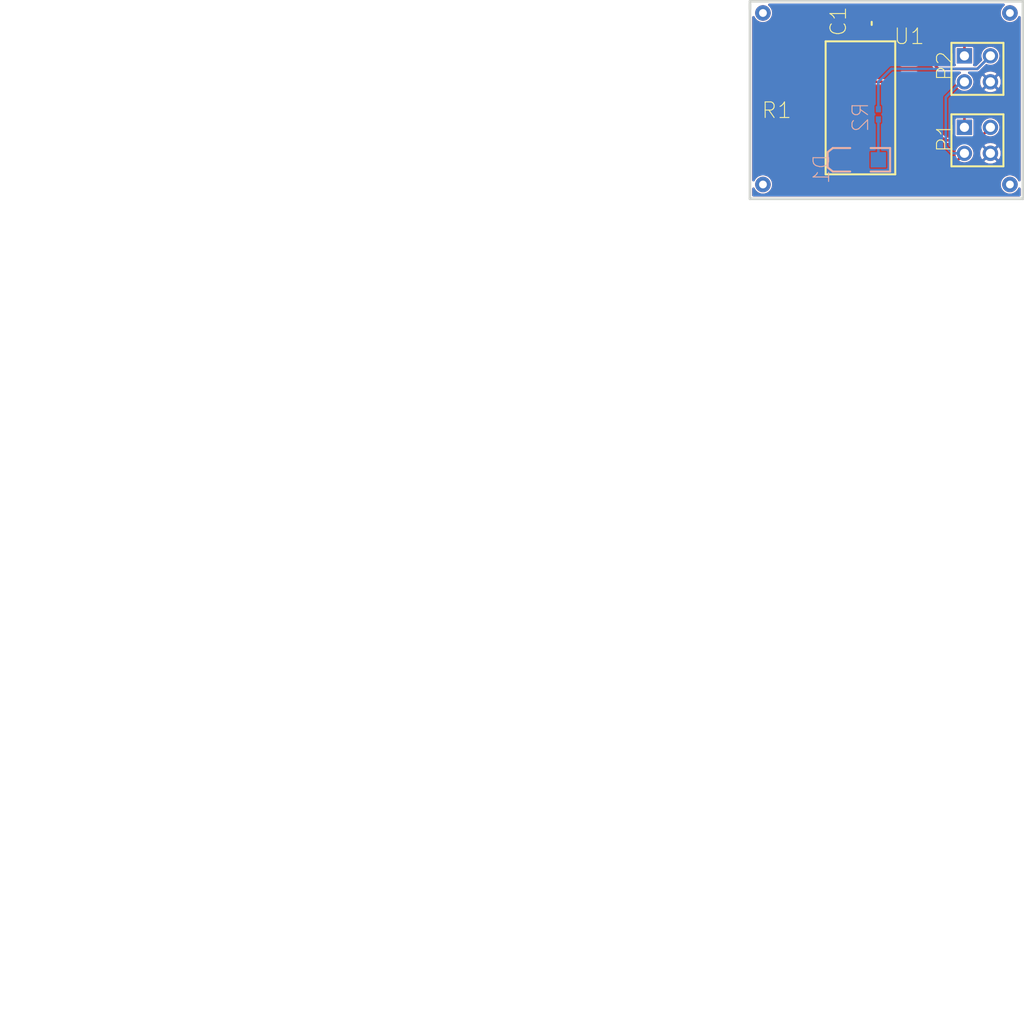
<source format=kicad_pcb>
(kicad_pcb (version 20171130) (host pcbnew "(5.0.0-rc2-37-ga8db21319)")

  (general
    (thickness 1.6)
    (drawings 71)
    (tracks 61)
    (zones 0)
    (modules 8)
    (nets 1)
  )

  (page A4)
  (layers
    (0 F.Cu signal)
    (31 B.Cu signal)
    (32 B.Adhes user)
    (33 F.Adhes user)
    (34 B.Paste user)
    (35 F.Paste user)
    (36 B.SilkS user)
    (37 F.SilkS user)
    (38 B.Mask user)
    (39 F.Mask user)
    (40 Dwgs.User user)
    (41 Cmts.User user)
    (42 Eco1.User user)
    (43 Eco2.User user)
    (44 Edge.Cuts user)
    (45 Margin user)
    (46 B.CrtYd user)
    (47 F.CrtYd user)
    (48 B.Fab user)
    (49 F.Fab user)
  )

  (setup
    (last_trace_width 0.25)
    (trace_clearance 0.2)
    (zone_clearance 0.508)
    (zone_45_only no)
    (trace_min 0.2)
    (segment_width 0.2)
    (edge_width 0.15)
    (via_size 0.8)
    (via_drill 0.4)
    (via_min_size 0.4)
    (via_min_drill 0.3)
    (uvia_size 0.3)
    (uvia_drill 0.1)
    (uvias_allowed no)
    (uvia_min_size 0.2)
    (uvia_min_drill 0.1)
    (pcb_text_width 0.3)
    (pcb_text_size 1.5 1.5)
    (mod_edge_width 0.15)
    (mod_text_size 1 1)
    (mod_text_width 0.15)
    (pad_size 1.524 1.524)
    (pad_drill 0.762)
    (pad_to_mask_clearance 0.2)
    (aux_axis_origin 0 0)
    (visible_elements FFFFFF7F)
    (pcbplotparams
      (layerselection 0x010fc_ffffffff)
      (usegerberextensions false)
      (usegerberattributes false)
      (usegerberadvancedattributes false)
      (creategerberjobfile false)
      (excludeedgelayer true)
      (linewidth 0.100000)
      (plotframeref false)
      (viasonmask false)
      (mode 1)
      (useauxorigin false)
      (hpglpennumber 1)
      (hpglpenspeed 20)
      (hpglpendiameter 15.000000)
      (psnegative false)
      (psa4output false)
      (plotreference true)
      (plotvalue true)
      (plotinvisibletext false)
      (padsonsilk false)
      (subtractmaskfromsilk false)
      (outputformat 1)
      (mirror false)
      (drillshape 1)
      (scaleselection 1)
      (outputdirectory ""))
  )

  (net 0 "")

  (net_class Default "This is the default net class."
    (clearance 0.2)
    (trace_width 0.25)
    (via_dia 0.8)
    (via_drill 0.4)
    (uvia_dia 0.3)
    (uvia_drill 0.1)
  )

  (module 0402-A (layer F.Cu) (tedit 5BB8FA3A) (tstamp 5BB8FF9E)
    (at 152.95626 95.2881)
    (path /539EEC0F)
    (attr smd)
    (fp_text reference C1 (at 0 0) (layer F.SilkS) hide
      (effects (font (size 1.524 1.524) (thickness 0.05)))
    )
    (fp_text value "Polarized Capacitor (Surface Mount)" (at 0 0) (layer F.SilkS) hide
      (effects (font (size 1.524 1.524) (thickness 0.05)))
    )
    (pad 1 smd rect (at 0.5 0 270) (size 0.5 0.6) (layers F.Cu F.Paste F.Mask))
    (pad 2 smd rect (at -0.5 0 270) (size 0.5 0.6) (layers F.Cu F.Paste F.Mask))
    (model ./wrlshp/8FD80179-0BCF.wrl
      (at (xyz 0 0 0))
      (scale (xyz 1 1 1))
      (rotate (xyz 0 0 0))
    )
  )

  (module 0402 (layer B.Cu) (tedit 5BB8FA59) (tstamp 5BB8FF99)
    (at 154.70626 104.1781)
    (path /539EEC0F)
    (attr smd)
    (fp_text reference R2 (at 0 0) (layer F.SilkS) hide
      (effects (font (size 1.524 1.524) (thickness 0.05)))
    )
    (fp_text value Resistor (at 0 0) (layer F.SilkS) hide
      (effects (font (size 1.524 1.524) (thickness 0.05)))
    )
    (pad 1 smd rect (at 0 -0.5 180) (size 0.5 0.6) (layers B.Cu B.Paste B.Mask))
    (pad 2 smd rect (at 0 0.5 180) (size 0.5 0.6) (layers B.Cu B.Paste B.Mask))
    (model ./wrlshp/7421CD65-5CE3.wrl
      (at (xyz 0 0 0))
      (scale (xyz 1 1 1))
      (rotate (xyz 0 0 180))
    )
  )

  (module 3.2X1.6X1.1 (layer B.Cu) (tedit 5BB8FA4C) (tstamp 5BB8FF94)
    (at 152.95626 108.6231)
    (path /539EEC0F)
    (attr smd)
    (fp_text reference D1 (at 0 0) (layer F.SilkS) hide
      (effects (font (size 1.524 1.524) (thickness 0.05)))
    )
    (fp_text value "Typical RED, GREEN, YELLOW, AMBER GaAs LED" (at 0 0) (layer F.SilkS) hide
      (effects (font (size 1.524 1.524) (thickness 0.05)))
    )
    (pad 2 smd rect (at -1.75 0 180) (size 1.5 1.5) (layers B.Cu B.Paste B.Mask))
    (pad 1 smd rect (at 1.75 0 180) (size 1.5 1.5) (layers B.Cu B.Paste B.Mask))
  )

  (module HDR2X2 (layer F.Cu) (tedit 5BB8FA54) (tstamp 5BB8FF8D)
    (at 163.11626 105.4481)
    (path /539EEC0F)
    (attr smd)
    (fp_text reference P1 (at 0 0) (layer F.SilkS) hide
      (effects (font (size 1.524 1.524) (thickness 0.05)))
    )
    (fp_text value "Header, 2-Pin, Dual row" (at 0 0) (layer F.SilkS) hide
      (effects (font (size 1.524 1.524) (thickness 0.05)))
    )
    (pad 1 thru_hole rect (at 0 0 270) (size 1.5 1.5) (drill 0.9) (layers *.Cu *.Paste *.Mask))
    (pad 2 thru_hole circle (at 2.54 0 270) (size 1.5 1.5) (drill 0.9) (layers *.Cu *.Paste *.Mask))
    (pad 3 thru_hole circle (at 0 2.54 270) (size 1.5 1.5) (drill 0.9) (layers *.Cu *.Paste *.Mask))
    (pad 4 thru_hole circle (at 2.54 2.54 270) (size 1.5 1.5) (drill 0.9) (layers *.Cu *.Paste *.Mask))
  )

  (module HDR2X2 (layer F.Cu) (tedit 5BB8FA44) (tstamp 5BB8FF86)
    (at 163.11626 98.4631)
    (path /539EEC0F)
    (attr smd)
    (fp_text reference P2 (at 0 0) (layer F.SilkS) hide
      (effects (font (size 1.524 1.524) (thickness 0.05)))
    )
    (fp_text value "Header, 2-Pin, Dual row" (at 0 0) (layer F.SilkS) hide
      (effects (font (size 1.524 1.524) (thickness 0.05)))
    )
    (pad 1 thru_hole rect (at 0 0 270) (size 1.5 1.5) (drill 0.9) (layers *.Cu *.Paste *.Mask))
    (pad 2 thru_hole circle (at 2.54 0 270) (size 1.5 1.5) (drill 0.9) (layers *.Cu *.Paste *.Mask))
    (pad 3 thru_hole circle (at 0 2.54 270) (size 1.5 1.5) (drill 0.9) (layers *.Cu *.Paste *.Mask))
    (pad 4 thru_hole circle (at 2.54 2.54 270) (size 1.5 1.5) (drill 0.9) (layers *.Cu *.Paste *.Mask))
  )

  (module 0402 (layer F.Cu) (tedit 5BB8FA50) (tstamp 5BB8FF81)
    (at 145.33626 101.6381)
    (path /539EEC0F)
    (attr smd)
    (fp_text reference R1 (at 0 0) (layer F.SilkS) hide
      (effects (font (size 1.524 1.524) (thickness 0.05)))
    )
    (fp_text value Resistor (at 0 0) (layer F.SilkS) hide
      (effects (font (size 1.524 1.524) (thickness 0.05)))
    )
    (pad 1 smd rect (at 0 -0.5) (size 0.5 0.6) (layers F.Cu F.Paste F.Mask))
    (pad 2 smd rect (at 0 0.5) (size 0.5 0.6) (layers F.Cu F.Paste F.Mask))
    (model ./wrlshp/7421CD65-5CE3.wrl
      (at (xyz 0 0 0))
      (scale (xyz 1 1 1))
      (rotate (xyz 0 0 180))
    )
  )

  (module DW0020A_N (layer F.Cu) (tedit 5BB8FA49) (tstamp 5BB8FF6A)
    (at 152.95626 103.5431)
    (path /539EEC0F)
    (attr smd)
    (fp_text reference U1 (at 0 0) (layer F.SilkS) hide
      (effects (font (size 1.524 1.524) (thickness 0.05)))
    )
    (fp_text value "Octal Transparent D-Type Latches With 3-State Outputs, DW0020A, TUBE" (at 0 0) (layer F.SilkS) hide
      (effects (font (size 1.524 1.524) (thickness 0.05)))
    )
    (pad 11 smd oval (at 4.75 5.715 90) (size 0.6 1.9) (layers F.Cu F.Paste F.Mask))
    (pad 12 smd oval (at 4.75 4.445 90) (size 0.6 1.9) (layers F.Cu F.Paste F.Mask))
    (pad 13 smd oval (at 4.75 3.175 90) (size 0.6 1.9) (layers F.Cu F.Paste F.Mask))
    (pad 14 smd oval (at 4.75 1.905 90) (size 0.6 1.9) (layers F.Cu F.Paste F.Mask))
    (pad 15 smd oval (at 4.75 0.635 90) (size 0.6 1.9) (layers F.Cu F.Paste F.Mask))
    (pad 16 smd oval (at 4.75 -0.635 90) (size 0.6 1.9) (layers F.Cu F.Paste F.Mask))
    (pad 17 smd oval (at 4.75 -1.905 90) (size 0.6 1.9) (layers F.Cu F.Paste F.Mask))
    (pad 18 smd oval (at 4.75 -3.175 90) (size 0.6 1.9) (layers F.Cu F.Paste F.Mask))
    (pad 19 smd oval (at 4.75 -4.445 90) (size 0.6 1.9) (layers F.Cu F.Paste F.Mask))
    (pad 20 smd oval (at 4.75 -5.715 90) (size 0.6 1.9) (layers F.Cu F.Paste F.Mask))
    (pad 10 smd oval (at -4.75 5.715 90) (size 0.6 1.9) (layers F.Cu F.Paste F.Mask))
    (pad 9 smd oval (at -4.75 4.445 90) (size 0.6 1.9) (layers F.Cu F.Paste F.Mask))
    (pad 8 smd oval (at -4.75 3.175 90) (size 0.6 1.9) (layers F.Cu F.Paste F.Mask))
    (pad 7 smd oval (at -4.75 1.905 90) (size 0.6 1.9) (layers F.Cu F.Paste F.Mask))
    (pad 6 smd oval (at -4.75 0.635 90) (size 0.6 1.9) (layers F.Cu F.Paste F.Mask))
    (pad 5 smd oval (at -4.75 -0.635 90) (size 0.6 1.9) (layers F.Cu F.Paste F.Mask))
    (pad 4 smd oval (at -4.75 -1.905 90) (size 0.6 1.9) (layers F.Cu F.Paste F.Mask))
    (pad 3 smd oval (at -4.75 -3.175 90) (size 0.6 1.9) (layers F.Cu F.Paste F.Mask))
    (pad 2 smd oval (at -4.75 -4.445 90) (size 0.6 1.9) (layers F.Cu F.Paste F.Mask))
    (pad 1 smd oval (at -4.75 -5.715 90) (size 0.6 1.9) (layers F.Cu F.Paste F.Mask))
    (model ./wrlshp/C7C2C908-92E5.wrl
      (at (xyz 0 0 0))
      (scale (xyz 1 1 1))
      (rotate (xyz 0 0 0))
    )
  )

  (module DEFAULT (layer F.Cu) (tedit 4289BEAB) (tstamp 5BB8FF63)
    (at 69.13626 192.4431)
    (path /539EEC0F)
    (attr smd)
    (fp_text reference "" (at 0 0) (layer F.SilkS)
      (effects (font (size 1.27 1.27) (thickness 0.15)))
    )
    (fp_text value "" (at 0 0) (layer F.SilkS)
      (effects (font (size 1.27 1.27) (thickness 0.15)))
    )
    (pad 5 thru_hole circle (at 98.425 -81.407) (size 1.524 1.524) (drill 0.762) (layers *.Cu *.Paste *.Mask))
    (pad 7 thru_hole circle (at 74.295 -81.407) (size 1.524 1.524) (drill 0.762) (layers *.Cu *.Paste *.Mask))
    (pad 8 thru_hole circle (at 74.295 -98.171) (size 1.524 1.524) (drill 0.762) (layers *.Cu *.Paste *.Mask))
    (pad 10 thru_hole circle (at 98.425 -98.171) (size 1.524 1.524) (drill 0.762) (layers *.Cu *.Paste *.Mask))
  )

  (gr_line (start 149.55626 97.0431) (end 156.35626 97.0431) (layer F.SilkS) (width 0.2) (tstamp 5BB8FFB9))
  (gr_line (start 155.05626 105.0781) (end 155.05626 103.2781) (layer F.CrtYd) (width 0.1) (tstamp 5BB8FFB8))
  (gr_line (start 154.05626 95.4381) (end 154.05626 95.1381) (layer F.SilkS) (width 0.2) (tstamp 5BB8FFB7))
  (gr_line (start 166.92626 102.2731) (end 166.92626 97.1931) (layer F.SilkS) (width 0.2) (tstamp 5BB8FFB6))
  (gr_line (start 147.03126 96.7931) (end 158.88126 96.7931) (layer F.CrtYd) (width 0.05) (tstamp 5BB8FFB5))
  (gr_line (start 158.88126 110.2931) (end 158.88126 96.7931) (layer F.CrtYd) (width 0.05) (tstamp 5BB8FFB4))
  (gr_line (start 147.03126 110.2931) (end 147.03126 96.7931) (layer F.CrtYd) (width 0.05) (tstamp 5BB8FFB3))
  (gr_line (start 161.84626 102.2731) (end 166.92626 102.2731) (layer F.SilkS) (width 0.2) (tstamp 5BB8FFB2))
  (gr_line (start 152.95626 104.0431) (end 152.95626 103.0431) (layer F.CrtYd) (width 0.1) (tstamp 5BB8FFB1))
  (gr_line (start 154.35626 105.0781) (end 155.05626 105.0781) (layer F.CrtYd) (width 0.1) (tstamp 5BB8FFB0))
  (gr_line (start 152.45626 103.5431) (end 153.45626 103.5431) (layer F.CrtYd) (width 0.1) (tstamp 5BB8FFAF))
  (gr_line (start 153.85626 95.6381) (end 153.85626 94.9381) (layer F.CrtYd) (width 0.1) (tstamp 5BB8FFAE))
  (gr_line (start 149.55626 110.0431) (end 156.35626 110.0431) (layer F.SilkS) (width 0.2) (tstamp 5BB8FFAD))
  (gr_line (start 149.55626 110.0431) (end 149.55626 97.0431) (layer F.SilkS) (width 0.2) (tstamp 5BB8FFAC))
  (gr_line (start 154.40626 104.1781) (end 155.00626 104.1781) (layer F.CrtYd) (width 0.1) (tstamp 5BB8FFAB))
  (gr_line (start 154.35626 105.0781) (end 154.35626 103.2781) (layer F.CrtYd) (width 0.1) (tstamp 5BB8FFAA))
  (gr_line (start 161.84626 97.1931) (end 166.92626 97.1931) (layer F.SilkS) (width 0.2) (tstamp 5BB8FFA9))
  (gr_line (start 147.03126 110.2931) (end 158.88126 110.2931) (layer F.CrtYd) (width 0.05) (tstamp 5BB8FFA8))
  (gr_line (start 154.35626 103.2781) (end 155.05626 103.2781) (layer F.CrtYd) (width 0.1) (tstamp 5BB8FFA7))
  (gr_line (start 152.05626 95.6381) (end 152.05626 94.9381) (layer F.CrtYd) (width 0.1) (tstamp 5BB8FFA6))
  (gr_line (start 152.05626 95.6381) (end 153.85626 95.6381) (layer F.CrtYd) (width 0.1) (tstamp 5BB8FFA5))
  (gr_line (start 156.35626 110.0431) (end 156.35626 97.0431) (layer F.SilkS) (width 0.2) (tstamp 5BB8FFA4))
  (gr_line (start 154.70626 104.4781) (end 154.70626 103.8781) (layer F.CrtYd) (width 0.1) (tstamp 5BB8FFA3))
  (gr_text P2 (at 161.21126 101.0031 90) (layer F.SilkS) (tstamp 5BB8FF62)
    (effects (font (size 1.524 1.524) (thickness 0.1)) (justify left))
  )
  (gr_text C1 (at 150.79472 96.64192 90) (layer F.SilkS) (tstamp 5BB8FF61)
    (effects (font (size 1.524 1.524) (thickness 0.1)) (justify left))
  )
  (gr_text D1 (at 149.14626 107.9881 90) (layer B.SilkS) (tstamp 5BB8FF60)
    (effects (font (size 1.524 1.524) (thickness 0.1)) (justify left mirror))
  )
  (gr_text R1 (at 143.22044 103.78694) (layer F.SilkS) (tstamp 5BB8FF5F)
    (effects (font (size 1.524 1.524) (thickness 0.1)) (justify left))
  )
  (gr_text U1 (at 156.13126 96.5581) (layer F.SilkS) (tstamp 5BB8FF5E)
    (effects (font (size 1.524 1.524) (thickness 0.1)) (justify left))
  )
  (gr_text R2 (at 152.95626 102.9081 90) (layer B.SilkS) (tstamp 5BB8FF5D)
    (effects (font (size 1.524 1.524) (thickness 0.1)) (justify left mirror))
  )
  (gr_text P1 (at 161.21126 107.9881 90) (layer F.SilkS) (tstamp 5BB8FF5C)
    (effects (font (size 1.524 1.524) (thickness 0.1)) (justify left))
  )
  (gr_line (start 150.25626 107.4731) (end 151.95626 107.4731) (layer B.SilkS) (width 0.2) (tstamp 5BB8FF50))
  (gr_line (start 161.84626 104.1781) (end 166.92626 104.1781) (layer F.SilkS) (width 0.2) (tstamp 5BB8FF4F))
  (gr_line (start 142.16126 112.4331) (end 142.16126 93.3831) (layer Edge.Cuts) (width 0.254) (tstamp 5BB8FF4E))
  (gr_line (start 166.92626 109.2581) (end 166.92626 104.1781) (layer F.SilkS) (width 0.2) (tstamp 5BB8FF4D))
  (gr_line (start 142.16126 93.8911) (end 142.16126 93.1291) (layer Edge.Cuts) (width 0.254) (tstamp 5BB8FF4C))
  (gr_line (start 153.95626 107.4731) (end 155.85626 107.4731) (layer B.SilkS) (width 0.2) (tstamp 5BB8FF4B))
  (gr_line (start 161.84626 109.2581) (end 161.84626 104.1781) (layer F.SilkS) (width 0.2) (tstamp 5BB8FF4A))
  (gr_line (start 142.16126 93.1291) (end 168.83126 93.1291) (layer Edge.Cuts) (width 0.254) (tstamp 5BB8FF49))
  (gr_line (start 161.84626 109.2581) (end 166.92626 109.2581) (layer F.SilkS) (width 0.2) (tstamp 5BB8FF48))
  (gr_line (start 153.95626 109.7731) (end 155.85626 109.7731) (layer B.SilkS) (width 0.2) (tstamp 5BB8FF47))
  (gr_line (start 155.85626 109.7731) (end 155.85626 107.4731) (layer B.SilkS) (width 0.2) (tstamp 5BB8FF46))
  (gr_line (start 149.75626 109.3731) (end 149.75626 107.8731) (layer B.SilkS) (width 0.2) (tstamp 5BB8FF45))
  (gr_line (start 161.84626 102.2731) (end 161.84626 97.1931) (layer F.SilkS) (width 0.2) (tstamp 5BB8FF44))
  (gr_line (start 149.75626 109.3731) (end 150.25626 109.7731) (layer B.SilkS) (width 0.2) (tstamp 5BB8FF43))
  (gr_line (start 149.75626 107.8731) (end 150.25626 107.4731) (layer B.SilkS) (width 0.2) (tstamp 5BB8FF42))
  (gr_line (start 142.16126 112.4331) (end 168.83126 112.4331) (layer Edge.Cuts) (width 0.254) (tstamp 5BB8FF41))
  (gr_line (start 168.83126 112.4331) (end 168.83126 93.1291) (layer Edge.Cuts) (width 0.254) (tstamp 5BB8FF40))
  (gr_line (start 150.25626 109.7731) (end 151.95626 109.7731) (layer B.SilkS) (width 0.2) (tstamp 5BB8FF3F))
  (gr_line (start 145.68626 102.5381) (end 145.68626 100.7381) (layer F.CrtYd) (width 0.1) (tstamp 5BB8FF20))
  (gr_line (start 144.98626 102.5381) (end 144.98626 100.7381) (layer F.CrtYd) (width 0.1) (tstamp 5BB8FF1F))
  (gr_line (start 158.11901 109.94391) (end 158.11901 97.14231) (angle 90) (layer F.CrtYd) (width 0.2) (tstamp 5BB8FF1E))
  (gr_line (start 144.98626 102.5381) (end 145.68626 102.5381) (layer F.CrtYd) (width 0.1) (tstamp 5BB8FF1D))
  (gr_line (start 158.11901 97.14231) (end 147.79385 97.14231) (angle 90) (layer F.CrtYd) (width 0.2) (tstamp 5BB8FF1C))
  (gr_line (start 145.33626 101.9381) (end 145.33626 101.3381) (layer F.CrtYd) (width 0.1) (tstamp 5BB8FF1B))
  (gr_line (start 145.03626 101.6381) (end 145.63626 101.6381) (layer F.CrtYd) (width 0.1) (tstamp 5BB8FF1A))
  (gr_line (start 152.05626 94.9381) (end 153.85626 94.9381) (layer F.CrtYd) (width 0.1) (tstamp 5BB8FF19))
  (gr_line (start 144.98626 100.7381) (end 145.68626 100.7381) (layer F.CrtYd) (width 0.1) (tstamp 5BB8FF18))
  (gr_line (start 154.40626 104.7281) (end 154.40626 103.6281) (angle 90) (layer F.CrtYd) (width 0.2) (tstamp 5BB8FF17))
  (gr_line (start 145.63626 101.0881) (end 145.03626 101.0881) (angle 90) (layer F.CrtYd) (width 0.2) (tstamp 5BB8FF16))
  (gr_line (start 152.40626 95.5881) (end 153.50626 95.5881) (angle 90) (layer F.CrtYd) (width 0.2) (tstamp 5BB8FF15))
  (gr_line (start 153.50626 94.9881) (end 152.40626 94.9881) (angle 90) (layer F.CrtYd) (width 0.2) (tstamp 5BB8FF14))
  (gr_line (start 152.40626 94.9881) (end 152.40626 95.5881) (angle 90) (layer F.CrtYd) (width 0.2) (tstamp 5BB8FF13))
  (gr_line (start 153.50626 95.5881) (end 153.50626 94.9881) (angle 90) (layer F.CrtYd) (width 0.2) (tstamp 5BB8FF12))
  (gr_line (start 147.79385 109.94391) (end 158.11901 109.94391) (angle 90) (layer F.CrtYd) (width 0.2) (tstamp 5BB8FF11))
  (gr_line (start 155.00626 103.6281) (end 155.00626 104.7281) (angle 90) (layer F.CrtYd) (width 0.2) (tstamp 5BB8FF10))
  (gr_line (start 147.79385 97.14231) (end 147.79385 109.94391) (angle 90) (layer F.CrtYd) (width 0.2) (tstamp 5BB8FF0F))
  (gr_line (start 154.40626 103.6281) (end 155.00626 103.6281) (angle 90) (layer F.CrtYd) (width 0.2) (tstamp 5BB8FF0E))
  (gr_line (start 155.00626 104.7281) (end 154.40626 104.7281) (angle 90) (layer F.CrtYd) (width 0.2) (tstamp 5BB8FF0D))
  (gr_line (start 145.63626 102.1881) (end 145.63626 101.0881) (angle 90) (layer F.CrtYd) (width 0.2) (tstamp 5BB8FF0A))
  (gr_line (start 145.03626 102.1881) (end 145.63626 102.1881) (angle 90) (layer F.CrtYd) (width 0.2) (tstamp 5BB8FF09))
  (gr_line (start 145.03626 101.0881) (end 145.03626 102.1881) (angle 90) (layer F.CrtYd) (width 0.2) (tstamp 5BB8FF08))

  (segment (start 145.03626 101.0881) (end 145.63626 101.0881) (width 0.1) (layer Dwgs.User) (net 0) (tstamp 5BB8FF21))
  (segment (start 153.50626 95.5881) (end 153.50626 94.9881) (width 0.1) (layer Dwgs.User) (net 0) (tstamp 5BB8FF22))
  (segment (start 155.00626 104.7281) (end 155.00626 103.6281) (width 0.1) (layer Dwgs.User) (net 0) (tstamp 5BB8FF23))
  (segment (start 154.40626 104.7281) (end 155.00626 104.7281) (width 0.1) (layer Dwgs.User) (net 0) (tstamp 5BB8FF24))
  (segment (start 145.63626 102.1881) (end 145.63626 101.0881) (width 0.1) (layer Dwgs.User) (net 0) (tstamp 5BB8FF26))
  (segment (start 149.15626 97.0431) (end 156.75626 97.0431) (width 0.1) (layer Dwgs.User) (net 0) (tstamp 5BB8FF29))
  (segment (start 145.03626 102.1881) (end 145.03626 101.0881) (width 0.1) (layer Dwgs.User) (net 0) (tstamp 5BB8FF2E))
  (segment (start 154.40626 103.6281) (end 155.00626 103.6281) (width 0.1) (layer Dwgs.User) (net 0) (tstamp 5BB8FF2F))
  (segment (start 149.15626 110.0431) (end 149.15626 97.0431) (width 0.1) (layer Dwgs.User) (net 0) (tstamp 5BB8FF30))
  (segment (start 156.75626 110.0431) (end 156.75626 97.0431) (width 0.1) (layer Dwgs.User) (net 0) (tstamp 5BB8FF31))
  (segment (start 145.03626 102.1881) (end 145.63626 102.1881) (width 0.1) (layer Dwgs.User) (net 0) (tstamp 5BB8FF33))
  (segment (start 152.40626 94.9881) (end 153.50626 94.9881) (width 0.1) (layer Dwgs.User) (net 0) (tstamp 5BB8FF39))
  (segment (start 154.40626 104.7281) (end 154.40626 103.6281) (width 0.1) (layer Dwgs.User) (net 0) (tstamp 5BB8FF3A))
  (segment (start 152.40626 95.5881) (end 152.40626 94.9881) (width 0.1) (layer Dwgs.User) (net 0) (tstamp 5BB8FF3B))
  (segment (start 149.15626 110.0431) (end 156.75626 110.0431) (width 0.1) (layer Dwgs.User) (net 0) (tstamp 5BB8FF3C))
  (segment (start 152.40626 95.5881) (end 153.50626 95.5881) (width 0.1) (layer Dwgs.User) (net 0) (tstamp 5BB8FF3D))
  (segment (start 154.70626 108.6231) (end 154.70626 104.6781) (width 0.254) (layer B.Cu) (net 0) (tstamp 5BB8FFCB))
  (segment (start 163.11626 96.2421) (end 166.7635 96.2421) (width 0.254) (layer F.Cu) (net 0) (tstamp 5BB8FF28))
  (segment (start 166.7635 96.2421) (end 167.56126 97.03986) (width 0.254) (layer F.Cu) (net 0) (tstamp 5BB8FF2A))
  (segment (start 164.21334 103.23426) (end 166.0111 103.23426) (width 0.254) (layer F.Cu) (net 0) (tstamp 5BB8FF2B))
  (segment (start 163.11626 104.33134) (end 164.21334 103.23426) (width 0.254) (layer F.Cu) (net 0) (tstamp 5BB8FF2C))
  (segment (start 163.11626 105.4481) (end 163.11626 104.33134) (width 0.254) (layer F.Cu) (net 0) (tstamp 5BB8FF2D))
  (segment (start 167.56126 101.6841) (end 167.56126 97.03986) (width 0.254) (layer F.Cu) (net 0) (tstamp 5BB8FF34))
  (segment (start 166.0111 103.23426) (end 167.56126 101.6841) (width 0.254) (layer F.Cu) (net 0) (tstamp 5BB8FF37))
  (segment (start 156.13126 97.8281) (end 157.70626 97.8281) (width 0.254) (layer F.Cu) (net 0) (tstamp 5BB8FF51))
  (segment (start 155.49625 97.19309) (end 156.13126 97.8281) (width 0.254) (layer F.Cu) (net 0) (tstamp 5BB8FF56))
  (segment (start 162.16226 95.2881) (end 163.11626 96.2421) (width 0.254) (layer F.Cu) (net 0) (tstamp 5BB8FFBB))
  (segment (start 163.11626 98.4631) (end 163.11626 96.2421) (width 0.254) (layer F.Cu) (net 0) (tstamp 5BB8FFBC))
  (segment (start 155.49625 97.19309) (end 155.49625 95.28811) (width 0.254) (layer F.Cu) (net 0) (tstamp 5BB8FFC0))
  (segment (start 153.70626 95.2881) (end 162.16226 95.2881) (width 0.254) (layer F.Cu) (net 0) (tstamp 5BB8FFC5))
  (segment (start 151.05126 95.2881) (end 152.20626 95.2881) (width 0.254) (layer F.Cu) (net 0) (tstamp 5BB8FF55))
  (segment (start 150.41626 95.9231) (end 151.05126 95.2881) (width 0.254) (layer F.Cu) (net 0) (tstamp 5BB8FF57))
  (segment (start 150.41626 97.1931) (end 150.41626 95.9231) (width 0.254) (layer F.Cu) (net 0) (tstamp 5BB8FF58))
  (segment (start 148.20626 97.8281) (end 149.78126 97.8281) (width 0.254) (layer F.Cu) (net 0) (tstamp 5BB8FF59))
  (segment (start 149.78126 97.8281) (end 150.41626 97.1931) (width 0.254) (layer F.Cu) (net 0) (tstamp 5BB8FF5A))
  (segment (start 164.38626 99.7331) (end 165.65626 98.4631) (width 0.254) (layer F.Cu) (net 0) (tstamp 5BB8FF25))
  (segment (start 160.57626 99.7331) (end 164.38626 99.7331) (width 0.254) (layer F.Cu) (net 0) (tstamp 5BB8FF27))
  (segment (start 157.70626 99.0981) (end 159.94126 99.0981) (width 0.254) (layer F.Cu) (net 0) (tstamp 5BB8FFC1))
  (segment (start 159.94126 99.0981) (end 160.57626 99.7331) (width 0.254) (layer F.Cu) (net 0) (tstamp 5BB8FFC3))
  (segment (start 164.38626 99.7331) (end 165.65626 98.4631) (width 0.254) (layer B.Cu) (net 0) (tstamp 5BB8FFC9))
  (segment (start 154.70626 103.6781) (end 154.70626 101.0031) (width 0.254) (layer B.Cu) (net 0) (tstamp 5BB8FFCA))
  (segment (start 154.70626 101.0031) (end 155.97626 99.7331) (width 0.254) (layer B.Cu) (net 0) (tstamp 5BB8FFCC))
  (segment (start 155.97626 99.7331) (end 164.38626 99.7331) (width 0.254) (layer B.Cu) (net 0) (tstamp 5BB8FFCD))
  (segment (start 164.38626 106.7181) (end 165.65626 105.4481) (width 0.254) (layer F.Cu) (net 0) (tstamp 5BB8FF32))
  (segment (start 161.21126 106.7181) (end 164.38626 106.7181) (width 0.254) (layer F.Cu) (net 0) (tstamp 5BB8FF35))
  (segment (start 159.94126 105.4481) (end 161.21126 106.7181) (width 0.254) (layer F.Cu) (net 0) (tstamp 5BB8FF36))
  (segment (start 159.94126 105.4481) (end 159.94126 101.6381) (width 0.254) (layer F.Cu) (net 0) (tstamp 5BB8FF38))
  (segment (start 145.97126 99.0981) (end 148.20626 99.0981) (width 0.254) (layer F.Cu) (net 0) (tstamp 5BB8FF52))
  (segment (start 145.33626 99.7331) (end 145.97126 99.0981) (width 0.254) (layer F.Cu) (net 0) (tstamp 5BB8FF53))
  (segment (start 145.33626 101.1381) (end 145.33626 99.7331) (width 0.254) (layer F.Cu) (net 0) (tstamp 5BB8FF54))
  (segment (start 159.30626 101.0031) (end 159.94126 101.6381) (width 0.254) (layer F.Cu) (net 0) (tstamp 5BB8FFBA))
  (segment (start 148.20626 99.0981) (end 150.41626 99.0981) (width 0.254) (layer F.Cu) (net 0) (tstamp 5BB8FFBE))
  (segment (start 150.41626 99.0981) (end 152.32126 101.0031) (width 0.254) (layer F.Cu) (net 0) (tstamp 5BB8FFBF))
  (segment (start 152.32126 101.0031) (end 159.30626 101.0031) (width 0.254) (layer F.Cu) (net 0) (tstamp 5BB8FFC4))
  (segment (start 161.29232 102.51509) (end 162.80431 101.0031) (width 0.254) (layer B.Cu) (net 0) (tstamp 5BB8FF0B))
  (segment (start 162.80431 101.0031) (end 163.11626 101.0031) (width 0.254) (layer B.Cu) (net 0) (tstamp 5BB8FF0C))
  (segment (start 161.29232 107.3531) (end 161.92732 107.9881) (width 0.254) (layer B.Cu) (net 0) (tstamp 5BB8FF3E))
  (segment (start 161.29232 107.3531) (end 161.29232 102.51509) (width 0.254) (layer B.Cu) (net 0) (tstamp 5BB8FF5B))
  (segment (start 161.84626 109.2581) (end 163.11626 107.9881) (width 0.254) (layer F.Cu) (net 0) (tstamp 5BB8FFBD))
  (segment (start 157.70626 109.2581) (end 161.84626 109.2581) (width 0.254) (layer F.Cu) (net 0) (tstamp 5BB8FFC2))
  (segment (start 161.92732 107.9881) (end 163.11626 107.9881) (width 0.254) (layer B.Cu) (net 0) (tstamp 5BB8FFC8))

  (zone (net 0) (net_name "") (layer B.Cu) (tstamp 5BB8FFC7) (hatch edge 0.508)
    (priority 96)
    (connect_pads thru_hole_only (clearance 0.09144))
    (min_thickness 0.253)
    (fill yes (mode segment) (arc_segments 32) (thermal_gap 0.254) (thermal_bridge_width 0.254))
    (polygon
      (pts
        (xy 142.16126 93.1291) (xy 142.16126 112.4331) (xy 168.83126 112.4331) (xy 168.83126 93.1291)
      )
    )
    (filled_polygon
      (pts
        (xy 166.913916 93.483309) (xy 166.772469 93.624756) (xy 166.661335 93.79108) (xy 166.584785 93.975889) (xy 166.54576 94.172082)
        (xy 166.54576 94.372118) (xy 166.584785 94.568311) (xy 166.661335 94.75312) (xy 166.772469 94.919444) (xy 166.913916 95.060891)
        (xy 167.08024 95.172025) (xy 167.265049 95.248575) (xy 167.461242 95.2876) (xy 167.661278 95.2876) (xy 167.857471 95.248575)
        (xy 168.04228 95.172025) (xy 168.208604 95.060891) (xy 168.350051 94.919444) (xy 168.461185 94.75312) (xy 168.486321 94.692436)
        (xy 168.48632 110.615762) (xy 168.461185 110.55508) (xy 168.350051 110.388756) (xy 168.208604 110.247309) (xy 168.04228 110.136175)
        (xy 167.857471 110.059625) (xy 167.661278 110.0206) (xy 167.461242 110.0206) (xy 167.265049 110.059625) (xy 167.08024 110.136175)
        (xy 166.913916 110.247309) (xy 166.772469 110.388756) (xy 166.661335 110.55508) (xy 166.584785 110.739889) (xy 166.54576 110.936082)
        (xy 166.54576 111.136118) (xy 166.584785 111.332311) (xy 166.661335 111.51712) (xy 166.772469 111.683444) (xy 166.913916 111.824891)
        (xy 167.08024 111.936025) (xy 167.265049 112.012575) (xy 167.461242 112.0516) (xy 167.661278 112.0516) (xy 167.857471 112.012575)
        (xy 168.04228 111.936025) (xy 168.208604 111.824891) (xy 168.350051 111.683444) (xy 168.461185 111.51712) (xy 168.48632 111.456438)
        (xy 168.48632 112.08816) (xy 142.5062 112.08816) (xy 142.5062 111.456438) (xy 142.531335 111.51712) (xy 142.642469 111.683444)
        (xy 142.783916 111.824891) (xy 142.95024 111.936025) (xy 143.135049 112.012575) (xy 143.331242 112.0516) (xy 143.531278 112.0516)
        (xy 143.727471 112.012575) (xy 143.91228 111.936025) (xy 144.078604 111.824891) (xy 144.220051 111.683444) (xy 144.331185 111.51712)
        (xy 144.407735 111.332311) (xy 144.44676 111.136118) (xy 144.44676 110.936082) (xy 144.407735 110.739889) (xy 144.331185 110.55508)
        (xy 144.220051 110.388756) (xy 144.078604 110.247309) (xy 143.91228 110.136175) (xy 143.727471 110.059625) (xy 143.531278 110.0206)
        (xy 143.331242 110.0206) (xy 143.135049 110.059625) (xy 142.95024 110.136175) (xy 142.783916 110.247309) (xy 142.642469 110.388756)
        (xy 142.531335 110.55508) (xy 142.5062 110.615762) (xy 142.5062 107.8731) (xy 153.701534 107.8731) (xy 153.701534 109.3731)
        (xy 153.706428 109.422795) (xy 153.720924 109.470579) (xy 153.744463 109.514618) (xy 153.776142 109.553218) (xy 153.814742 109.584897)
        (xy 153.858781 109.608436) (xy 153.906565 109.622932) (xy 153.95626 109.627826) (xy 155.45626 109.627826) (xy 155.505955 109.622932)
        (xy 155.553739 109.608436) (xy 155.597778 109.584897) (xy 155.636378 109.553218) (xy 155.668057 109.514618) (xy 155.691596 109.470579)
        (xy 155.706092 109.422795) (xy 155.710986 109.3731) (xy 155.710986 107.8731) (xy 155.706092 107.823405) (xy 155.691596 107.775621)
        (xy 155.668057 107.731582) (xy 155.636378 107.692982) (xy 155.597778 107.661303) (xy 155.553739 107.637764) (xy 155.505955 107.623268)
        (xy 155.45626 107.618374) (xy 155.08676 107.618374) (xy 155.08676 105.195786) (xy 155.097778 105.189897) (xy 155.136378 105.158218)
        (xy 155.168057 105.119618) (xy 155.191596 105.075579) (xy 155.206092 105.027795) (xy 155.210986 104.9781) (xy 155.210986 104.3781)
        (xy 155.206092 104.328405) (xy 155.191596 104.280621) (xy 155.168057 104.236582) (xy 155.136378 104.197982) (xy 155.112152 104.1781)
        (xy 155.136378 104.158218) (xy 155.168057 104.119618) (xy 155.191596 104.075579) (xy 155.206092 104.027795) (xy 155.210986 103.9781)
        (xy 155.210986 103.3781) (xy 155.206092 103.328405) (xy 155.191596 103.280621) (xy 155.168057 103.236582) (xy 155.136378 103.197982)
        (xy 155.097778 103.166303) (xy 155.08676 103.160414) (xy 155.08676 101.160707) (xy 156.133868 100.1136) (xy 162.641429 100.1136)
        (xy 162.640924 100.113809) (xy 162.476566 100.22363) (xy 162.33679 100.363406) (xy 162.226969 100.527764) (xy 162.151323 100.71039)
        (xy 162.11276 100.904264) (xy 162.11276 101.101936) (xy 162.12182 101.147483) (xy 161.036486 102.232817) (xy 161.021965 102.244734)
        (xy 160.974416 102.302673) (xy 160.95553 102.338006) (xy 160.939083 102.368775) (xy 160.917326 102.440499) (xy 160.909979 102.51509)
        (xy 160.911821 102.533791) (xy 160.91182 107.334409) (xy 160.909979 107.3531) (xy 160.914021 107.394131) (xy 160.917326 107.42769)
        (xy 160.939083 107.499415) (xy 160.974415 107.565516) (xy 161.021964 107.623456) (xy 161.03649 107.635377) (xy 161.645047 108.243935)
        (xy 161.656964 108.258456) (xy 161.714903 108.306005) (xy 161.781004 108.341337) (xy 161.816867 108.352216) (xy 161.852728 108.363094)
        (xy 161.92732 108.370441) (xy 161.946011 108.3686) (xy 162.187687 108.3686) (xy 162.226969 108.463436) (xy 162.33679 108.627794)
        (xy 162.476566 108.76757) (xy 162.640924 108.877391) (xy 162.82355 108.953037) (xy 163.017424 108.9916) (xy 163.215096 108.9916)
        (xy 163.40897 108.953037) (xy 163.591596 108.877391) (xy 163.755954 108.76757) (xy 163.799082 108.724442) (xy 164.920625 108.724442)
        (xy 164.988958 108.907413) (xy 165.181129 109.019933) (xy 165.39156 109.092799) (xy 165.612161 109.123214) (xy 165.834459 109.110006)
        (xy 166.049908 109.053684) (xy 166.250229 108.956413) (xy 166.323562 108.907413) (xy 166.391895 108.724442) (xy 165.65626 107.988807)
        (xy 164.920625 108.724442) (xy 163.799082 108.724442) (xy 163.89573 108.627794) (xy 164.005551 108.463436) (xy 164.081197 108.28081)
        (xy 164.11976 108.086936) (xy 164.11976 107.944001) (xy 164.521146 107.944001) (xy 164.534354 108.166299) (xy 164.590676 108.381748)
        (xy 164.687947 108.582069) (xy 164.736947 108.655402) (xy 164.919918 108.723735) (xy 165.655553 107.9881) (xy 165.656967 107.9881)
        (xy 166.392602 108.723735) (xy 166.575573 108.655402) (xy 166.688093 108.463231) (xy 166.760959 108.2528) (xy 166.791374 108.032199)
        (xy 166.778166 107.809901) (xy 166.721844 107.594452) (xy 166.624573 107.394131) (xy 166.575573 107.320798) (xy 166.392602 107.252465)
        (xy 165.656967 107.9881) (xy 165.655553 107.9881) (xy 164.919918 107.252465) (xy 164.736947 107.320798) (xy 164.624427 107.512969)
        (xy 164.551561 107.7234) (xy 164.521146 107.944001) (xy 164.11976 107.944001) (xy 164.11976 107.889264) (xy 164.081197 107.69539)
        (xy 164.005551 107.512764) (xy 163.89573 107.348406) (xy 163.799082 107.251758) (xy 164.920625 107.251758) (xy 165.65626 107.987393)
        (xy 166.391895 107.251758) (xy 166.323562 107.068787) (xy 166.131391 106.956267) (xy 165.92096 106.883401) (xy 165.700359 106.852986)
        (xy 165.478061 106.866194) (xy 165.262612 106.922516) (xy 165.062291 107.019787) (xy 164.988958 107.068787) (xy 164.920625 107.251758)
        (xy 163.799082 107.251758) (xy 163.755954 107.20863) (xy 163.591596 107.098809) (xy 163.40897 107.023163) (xy 163.215096 106.9846)
        (xy 163.017424 106.9846) (xy 162.82355 107.023163) (xy 162.640924 107.098809) (xy 162.476566 107.20863) (xy 162.33679 107.348406)
        (xy 162.226969 107.512764) (xy 162.187687 107.6076) (xy 162.084928 107.6076) (xy 161.67282 107.195493) (xy 161.67282 104.6981)
        (xy 162.111534 104.6981) (xy 162.111534 106.1981) (xy 162.116428 106.247795) (xy 162.130924 106.295579) (xy 162.154463 106.339618)
        (xy 162.186142 106.378218) (xy 162.224742 106.409897) (xy 162.268781 106.433436) (xy 162.316565 106.447932) (xy 162.36626 106.452826)
        (xy 163.86626 106.452826) (xy 163.915955 106.447932) (xy 163.963739 106.433436) (xy 164.007778 106.409897) (xy 164.046378 106.378218)
        (xy 164.078057 106.339618) (xy 164.101596 106.295579) (xy 164.116092 106.247795) (xy 164.120986 106.1981) (xy 164.120986 105.349264)
        (xy 164.65276 105.349264) (xy 164.65276 105.546936) (xy 164.691323 105.74081) (xy 164.766969 105.923436) (xy 164.87679 106.087794)
        (xy 165.016566 106.22757) (xy 165.180924 106.337391) (xy 165.36355 106.413037) (xy 165.557424 106.4516) (xy 165.755096 106.4516)
        (xy 165.94897 106.413037) (xy 166.131596 106.337391) (xy 166.295954 106.22757) (xy 166.43573 106.087794) (xy 166.545551 105.923436)
        (xy 166.621197 105.74081) (xy 166.65976 105.546936) (xy 166.65976 105.349264) (xy 166.621197 105.15539) (xy 166.545551 104.972764)
        (xy 166.43573 104.808406) (xy 166.295954 104.66863) (xy 166.131596 104.558809) (xy 165.94897 104.483163) (xy 165.755096 104.4446)
        (xy 165.557424 104.4446) (xy 165.36355 104.483163) (xy 165.180924 104.558809) (xy 165.016566 104.66863) (xy 164.87679 104.808406)
        (xy 164.766969 104.972764) (xy 164.691323 105.15539) (xy 164.65276 105.349264) (xy 164.120986 105.349264) (xy 164.120986 104.6981)
        (xy 164.116092 104.648405) (xy 164.101596 104.600621) (xy 164.078057 104.556582) (xy 164.046378 104.517982) (xy 164.007778 104.486303)
        (xy 163.963739 104.462764) (xy 163.915955 104.448268) (xy 163.86626 104.443374) (xy 162.36626 104.443374) (xy 162.316565 104.448268)
        (xy 162.268781 104.462764) (xy 162.224742 104.486303) (xy 162.186142 104.517982) (xy 162.154463 104.556582) (xy 162.130924 104.600621)
        (xy 162.116428 104.648405) (xy 162.111534 104.6981) (xy 161.67282 104.6981) (xy 161.67282 102.672697) (xy 162.528348 101.81717)
        (xy 162.640924 101.892391) (xy 162.82355 101.968037) (xy 163.017424 102.0066) (xy 163.215096 102.0066) (xy 163.40897 101.968037)
        (xy 163.591596 101.892391) (xy 163.755954 101.78257) (xy 163.799082 101.739442) (xy 164.920625 101.739442) (xy 164.988958 101.922413)
        (xy 165.181129 102.034933) (xy 165.39156 102.107799) (xy 165.612161 102.138214) (xy 165.834459 102.125006) (xy 166.049908 102.068684)
        (xy 166.250229 101.971413) (xy 166.323562 101.922413) (xy 166.391895 101.739442) (xy 165.65626 101.003807) (xy 164.920625 101.739442)
        (xy 163.799082 101.739442) (xy 163.89573 101.642794) (xy 164.005551 101.478436) (xy 164.081197 101.29581) (xy 164.11976 101.101936)
        (xy 164.11976 100.959001) (xy 164.521146 100.959001) (xy 164.534354 101.181299) (xy 164.590676 101.396748) (xy 164.687947 101.597069)
        (xy 164.736947 101.670402) (xy 164.919918 101.738735) (xy 165.655553 101.0031) (xy 165.656967 101.0031) (xy 166.392602 101.738735)
        (xy 166.575573 101.670402) (xy 166.688093 101.478231) (xy 166.760959 101.2678) (xy 166.791374 101.047199) (xy 166.778166 100.824901)
        (xy 166.721844 100.609452) (xy 166.624573 100.409131) (xy 166.575573 100.335798) (xy 166.392602 100.267465) (xy 165.656967 101.0031)
        (xy 165.655553 101.0031) (xy 164.919918 100.267465) (xy 164.736947 100.335798) (xy 164.624427 100.527969) (xy 164.551561 100.7384)
        (xy 164.521146 100.959001) (xy 164.11976 100.959001) (xy 164.11976 100.904264) (xy 164.081197 100.71039) (xy 164.005551 100.527764)
        (xy 163.89573 100.363406) (xy 163.799082 100.266758) (xy 164.920625 100.266758) (xy 165.65626 101.002393) (xy 166.391895 100.266758)
        (xy 166.323562 100.083787) (xy 166.131391 99.971267) (xy 165.92096 99.898401) (xy 165.700359 99.867986) (xy 165.478061 99.881194)
        (xy 165.262612 99.937516) (xy 165.062291 100.034787) (xy 164.988958 100.083787) (xy 164.920625 100.266758) (xy 163.799082 100.266758)
        (xy 163.755954 100.22363) (xy 163.591596 100.113809) (xy 163.591091 100.1136) (xy 164.367569 100.1136) (xy 164.38626 100.115441)
        (xy 164.460851 100.108094) (xy 164.532576 100.086337) (xy 164.598677 100.051005) (xy 164.656616 100.003456) (xy 164.668537 99.98893)
        (xy 165.268713 99.388754) (xy 165.36355 99.428037) (xy 165.557424 99.4666) (xy 165.755096 99.4666) (xy 165.94897 99.428037)
        (xy 166.131596 99.352391) (xy 166.295954 99.24257) (xy 166.43573 99.102794) (xy 166.545551 98.938436) (xy 166.621197 98.75581)
        (xy 166.65976 98.561936) (xy 166.65976 98.364264) (xy 166.621197 98.17039) (xy 166.545551 97.987764) (xy 166.43573 97.823406)
        (xy 166.295954 97.68363) (xy 166.131596 97.573809) (xy 165.94897 97.498163) (xy 165.755096 97.4596) (xy 165.557424 97.4596)
        (xy 165.36355 97.498163) (xy 165.180924 97.573809) (xy 165.016566 97.68363) (xy 164.87679 97.823406) (xy 164.766969 97.987764)
        (xy 164.691323 98.17039) (xy 164.65276 98.364264) (xy 164.65276 98.561936) (xy 164.691323 98.75581) (xy 164.730606 98.850647)
        (xy 164.228653 99.3526) (xy 164.079136 99.3526) (xy 164.101596 99.310579) (xy 164.116092 99.262795) (xy 164.120986 99.2131)
        (xy 164.120986 97.7131) (xy 164.116092 97.663405) (xy 164.101596 97.615621) (xy 164.078057 97.571582) (xy 164.046378 97.532982)
        (xy 164.007778 97.501303) (xy 163.963739 97.477764) (xy 163.915955 97.463268) (xy 163.86626 97.458374) (xy 162.36626 97.458374)
        (xy 162.316565 97.463268) (xy 162.268781 97.477764) (xy 162.224742 97.501303) (xy 162.186142 97.532982) (xy 162.154463 97.571582)
        (xy 162.130924 97.615621) (xy 162.116428 97.663405) (xy 162.111534 97.7131) (xy 162.111534 99.2131) (xy 162.116428 99.262795)
        (xy 162.130924 99.310579) (xy 162.153384 99.3526) (xy 155.994943 99.3526) (xy 155.976259 99.35076) (xy 155.957576 99.3526)
        (xy 155.957569 99.3526) (xy 155.908918 99.357392) (xy 155.901668 99.358106) (xy 155.829944 99.379863) (xy 155.763843 99.415195)
        (xy 155.705904 99.462744) (xy 155.693989 99.477263) (xy 154.450426 100.720827) (xy 154.435905 100.732744) (xy 154.388356 100.790683)
        (xy 154.370066 100.824901) (xy 154.353023 100.856785) (xy 154.331266 100.928509) (xy 154.323919 101.0031) (xy 154.325761 101.021801)
        (xy 154.32576 103.160414) (xy 154.314742 103.166303) (xy 154.276142 103.197982) (xy 154.244463 103.236582) (xy 154.220924 103.280621)
        (xy 154.206428 103.328405) (xy 154.201534 103.3781) (xy 154.201534 103.9781) (xy 154.206428 104.027795) (xy 154.220924 104.075579)
        (xy 154.244463 104.119618) (xy 154.276142 104.158218) (xy 154.300368 104.1781) (xy 154.276142 104.197982) (xy 154.244463 104.236582)
        (xy 154.220924 104.280621) (xy 154.206428 104.328405) (xy 154.201534 104.3781) (xy 154.201534 104.9781) (xy 154.206428 105.027795)
        (xy 154.220924 105.075579) (xy 154.244463 105.119618) (xy 154.276142 105.158218) (xy 154.314742 105.189897) (xy 154.325761 105.195787)
        (xy 154.32576 107.618374) (xy 153.95626 107.618374) (xy 153.906565 107.623268) (xy 153.858781 107.637764) (xy 153.814742 107.661303)
        (xy 153.776142 107.692982) (xy 153.744463 107.731582) (xy 153.720924 107.775621) (xy 153.706428 107.823405) (xy 153.701534 107.8731)
        (xy 142.5062 107.8731) (xy 142.5062 94.692438) (xy 142.531335 94.75312) (xy 142.642469 94.919444) (xy 142.783916 95.060891)
        (xy 142.95024 95.172025) (xy 143.135049 95.248575) (xy 143.331242 95.2876) (xy 143.531278 95.2876) (xy 143.727471 95.248575)
        (xy 143.91228 95.172025) (xy 144.078604 95.060891) (xy 144.220051 94.919444) (xy 144.331185 94.75312) (xy 144.407735 94.568311)
        (xy 144.44676 94.372118) (xy 144.44676 94.172082) (xy 144.407735 93.975889) (xy 144.331185 93.79108) (xy 144.220051 93.624756)
        (xy 144.078604 93.483309) (xy 144.064732 93.47404) (xy 166.927788 93.47404)
      )
    )
    (fill_segments
      (pts (xy 166.927788 93.47404) (xy 144.064732 93.47404))
      (pts (xy 166.712578 93.71439) (xy 144.279943 93.71439))
      (pts (xy 166.593546 93.95474) (xy 144.398975 93.95474))
      (pts (xy 166.54576 94.19509) (xy 144.44676 94.19509))
      (pts (xy 166.558355 94.43544) (xy 144.434164 94.43544))
      (pts (xy 166.629304 94.67579) (xy 144.363215 94.67579))
      (pts (xy 142.640261 94.91614) (xy 142.5062 94.91614))
      (pts (xy 166.770261 94.91614) (xy 144.222258 94.91614))
      (pts (xy 168.486321 94.91614) (xy 168.352258 94.91614))
      (pts (xy 142.92699 95.15649) (xy 142.5062 95.15649))
      (pts (xy 167.05699 95.15649) (xy 143.935529 95.15649))
      (pts (xy 168.486321 95.15649) (xy 168.065529 95.15649))
      (pts (xy 168.486321 95.39684) (xy 142.5062 95.39684))
      (pts (xy 168.486321 95.63719) (xy 142.5062 95.63719))
      (pts (xy 168.486321 95.87754) (xy 142.5062 95.87754))
      (pts (xy 168.486321 96.11789) (xy 142.5062 96.11789))
      (pts (xy 168.486321 96.35824) (xy 142.5062 96.35824))
      (pts (xy 168.486321 96.59859) (xy 142.5062 96.59859))
      (pts (xy 168.486321 96.83894) (xy 142.5062 96.83894))
      (pts (xy 168.486321 97.07929) (xy 142.5062 97.07929))
      (pts (xy 168.486321 97.31964) (xy 142.5062 97.31964))
      (pts (xy 162.163977 97.55999) (xy 142.5062 97.55999))
      (pts (xy 165.214287 97.55999) (xy 164.068544 97.55999))
      (pts (xy 168.486321 97.55999) (xy 166.098234 97.55999))
      (pts (xy 162.111534 97.80034) (xy 142.5062 97.80034))
      (pts (xy 164.899856 97.80034) (xy 164.120986 97.80034))
      (pts (xy 168.486321 97.80034) (xy 166.412664 97.80034))
      (pts (xy 162.111534 98.04069) (xy 142.5062 98.04069))
      (pts (xy 164.745047 98.04069) (xy 164.120986 98.04069))
      (pts (xy 168.486321 98.04069) (xy 166.567474 98.04069))
      (pts (xy 162.111534 98.28104) (xy 142.5062 98.28104))
      (pts (xy 164.669314 98.28104) (xy 164.120986 98.28104))
      (pts (xy 168.486321 98.28104) (xy 166.643207 98.28104))
      (pts (xy 162.111534 98.52139) (xy 142.5062 98.52139))
      (pts (xy 164.65276 98.52139) (xy 164.120986 98.52139))
      (pts (xy 168.486321 98.52139) (xy 166.65976 98.52139))
      (pts (xy 162.111534 98.76174) (xy 142.5062 98.76174))
      (pts (xy 164.693779 98.76174) (xy 164.120986 98.76174))
      (pts (xy 168.486321 98.76174) (xy 166.61874 98.76174))
      (pts (xy 162.111534 99.00209) (xy 142.5062 99.00209))
      (pts (xy 164.579163 99.00209) (xy 164.120986 99.00209))
      (pts (xy 168.486321 99.00209) (xy 166.503018 99.00209))
      (pts (xy 162.114423 99.24244) (xy 142.5062 99.24244))
      (pts (xy 164.338813 99.24244) (xy 164.118096 99.24244))
      (pts (xy 168.486321 99.24244) (xy 166.296084 99.24244))
      (pts (xy 155.688463 99.48279) (xy 142.5062 99.48279))
      (pts (xy 168.486321 99.48279) (xy 165.174677 99.48279))
      (pts (xy 155.448113 99.72314) (xy 142.5062 99.72314))
      (pts (xy 168.486321 99.72314) (xy 164.934327 99.72314))
      (pts (xy 155.207763 99.96349) (xy 142.5062 99.96349))
      (pts (xy 165.209121 99.96349) (xy 164.693977 99.96349))
      (pts (xy 168.486321 99.96349) (xy 166.108932 99.96349))
      (pts (xy 154.967413 100.20384) (xy 142.5062 100.20384))
      (pts (xy 162.506184 100.20384) (xy 156.043627 100.20384))
      (pts (xy 164.944123 100.20384) (xy 163.726337 100.20384))
      (pts (xy 168.486321 100.20384) (xy 166.368398 100.20384))
      (pts (xy 154.727063 100.44419) (xy 142.5062 100.44419))
      (pts (xy 162.282812 100.44419) (xy 155.803277 100.44419))
      (pts (xy 164.673482 100.44419) (xy 163.949709 100.44419))
      (pts (xy 165.098057 100.44419) (xy 165.096643 100.44419))
      (pts (xy 166.215877 100.44419) (xy 166.214463 100.44419))
      (pts (xy 168.486321 100.44419) (xy 166.641597 100.44419))
      (pts (xy 154.486713 100.68454) (xy 142.5062 100.68454))
      (pts (xy 162.162031 100.68454) (xy 155.562927 100.68454))
      (pts (xy 164.570212 100.68454) (xy 164.07049 100.68454))
      (pts (xy 165.338407 100.68454) (xy 165.336993 100.68454))
      (pts (xy 165.975527 100.68454) (xy 165.974113 100.68454))
      (pts (xy 168.486321 100.68454) (xy 166.741474 100.68454))
      (pts (xy 154.332364 100.92489) (xy 142.5062 100.92489))
      (pts (xy 162.11276 100.92489) (xy 155.322577 100.92489))
      (pts (xy 164.525849 100.92489) (xy 164.11976 100.92489))
      (pts (xy 165.578757 100.92489) (xy 165.577343 100.92489))
      (pts (xy 165.735177 100.92489) (xy 165.733763 100.92489))
      (pts (xy 168.486321 100.92489) (xy 166.784107 100.92489))
      (pts (xy 154.325761 101.16524) (xy 142.5062 101.16524))
      (pts (xy 162.104063 101.16524) (xy 155.08676 101.16524))
      (pts (xy 164.533399 101.16524) (xy 164.107168 101.16524))
      (pts (xy 165.494827 101.16524) (xy 165.493413 101.16524))
      (pts (xy 165.819107 101.16524) (xy 165.817693 101.16524))
      (pts (xy 168.486321 101.16524) (xy 166.775099 101.16524))
      (pts (xy 154.325761 101.40559) (xy 142.5062 101.40559))
      (pts (xy 161.863713 101.40559) (xy 155.08676 101.40559))
      (pts (xy 164.594969 101.40559) (xy 164.035724 101.40559))
      (pts (xy 165.254477 101.40559) (xy 165.253063 101.40559))
      (pts (xy 166.059457 101.40559) (xy 166.058043 101.40559))
      (pts (xy 168.486321 101.40559) (xy 166.713246 101.40559))
      (pts (xy 154.325761 101.64594) (xy 142.5062 101.64594))
      (pts (xy 161.623363 101.64594) (xy 155.08676 101.64594))
      (pts (xy 164.720601 101.64594) (xy 163.892584 101.64594))
      (pts (xy 165.014127 101.64594) (xy 165.012713 101.64594))
      (pts (xy 166.299807 101.64594) (xy 166.298393 101.64594))
      (pts (xy 168.486321 101.64594) (xy 166.589895 101.64594))
      (pts (xy 154.325761 101.88629) (xy 142.5062 101.88629))
      (pts (xy 161.383013 101.88629) (xy 155.08676 101.88629))
      (pts (xy 162.631793 101.88629) (xy 162.459227 101.88629))
      (pts (xy 164.975467 101.88629) (xy 163.600726 101.88629))
      (pts (xy 168.486321 101.88629) (xy 166.337052 101.88629))
      (pts (xy 154.325761 102.12664) (xy 142.5062 102.12664))
      (pts (xy 161.142663 102.12664) (xy 155.08676 102.12664))
      (pts (xy 165.528214 102.12664) (xy 162.218877 102.12664))
      (pts (xy 168.486321 102.12664) (xy 165.806957 102.12664))
      (pts (xy 154.325761 102.36699) (xy 142.5062 102.36699))
      (pts (xy 160.940038 102.36699) (xy 155.08676 102.36699))
      (pts (xy 168.486321 102.36699) (xy 161.978527 102.36699))
      (pts (xy 154.325761 102.60734) (xy 142.5062 102.60734))
      (pts (xy 160.911821 102.60734) (xy 155.08676 102.60734))
      (pts (xy 168.486321 102.60734) (xy 161.738177 102.60734))
      (pts (xy 154.325761 102.84769) (xy 142.5062 102.84769))
      (pts (xy 160.911821 102.84769) (xy 155.08676 102.84769))
      (pts (xy 168.486321 102.84769) (xy 161.67282 102.84769))
      (pts (xy 154.325761 103.08804) (xy 142.5062 103.08804))
      (pts (xy 160.911821 103.08804) (xy 155.08676 103.08804))
      (pts (xy 168.486321 103.08804) (xy 161.67282 103.08804))
      (pts (xy 154.206433 103.32839) (xy 142.5062 103.32839))
      (pts (xy 160.911821 103.32839) (xy 155.206088 103.32839))
      (pts (xy 168.486321 103.32839) (xy 161.67282 103.32839))
      (pts (xy 154.201534 103.56874) (xy 142.5062 103.56874))
      (pts (xy 160.911821 103.56874) (xy 155.210986 103.56874))
      (pts (xy 168.486321 103.56874) (xy 161.67282 103.56874))
      (pts (xy 154.201534 103.80909) (xy 142.5062 103.80909))
      (pts (xy 160.911821 103.80909) (xy 155.210986 103.80909))
      (pts (xy 168.486321 103.80909) (xy 161.67282 103.80909))
      (pts (xy 154.212994 104.04944) (xy 142.5062 104.04944))
      (pts (xy 160.911821 104.04944) (xy 155.199525 104.04944))
      (pts (xy 168.486321 104.04944) (xy 161.67282 104.04944))
      (pts (xy 154.218143 104.28979) (xy 142.5062 104.28979))
      (pts (xy 160.911821 104.28979) (xy 155.194378 104.28979))
      (pts (xy 168.486321 104.28979) (xy 161.67282 104.28979))
      (pts (xy 154.201534 104.53014) (xy 142.5062 104.53014))
      (pts (xy 160.911821 104.53014) (xy 155.210986 104.53014))
      (pts (xy 162.176164 104.53014) (xy 161.67282 104.53014))
      (pts (xy 165.250138 104.53014) (xy 164.056357 104.53014))
      (pts (xy 168.486321 104.53014) (xy 166.062383 104.53014))
      (pts (xy 154.201534 104.77049) (xy 142.5062 104.77049))
      (pts (xy 160.911821 104.77049) (xy 155.210986 104.77049))
      (pts (xy 162.111534 104.77049) (xy 161.67282 104.77049))
      (pts (xy 164.914706 104.77049) (xy 164.120986 104.77049))
      (pts (xy 168.486321 104.77049) (xy 166.397814 104.77049))
      (pts (xy 154.204758 105.01084) (xy 142.5062 105.01084))
      (pts (xy 160.911821 105.01084) (xy 155.207761 105.01084))
      (pts (xy 162.111534 105.01084) (xy 161.67282 105.01084))
      (pts (xy 164.751198 105.01084) (xy 164.120986 105.01084))
      (pts (xy 168.486321 105.01084) (xy 166.561323 105.01084))
      (pts (xy 154.325761 105.25119) (xy 142.5062 105.25119))
      (pts (xy 160.911821 105.25119) (xy 155.08676 105.25119))
      (pts (xy 162.111534 105.25119) (xy 161.67282 105.25119))
      (pts (xy 164.672268 105.25119) (xy 164.120986 105.25119))
      (pts (xy 168.486321 105.25119) (xy 166.640253 105.25119))
      (pts (xy 154.325761 105.49154) (xy 142.5062 105.49154))
      (pts (xy 160.911821 105.49154) (xy 155.08676 105.49154))
      (pts (xy 162.111534 105.49154) (xy 161.67282 105.49154))
      (pts (xy 164.65276 105.49154) (xy 164.120986 105.49154))
      (pts (xy 168.486321 105.49154) (xy 166.65976 105.49154))
      (pts (xy 154.325761 105.73189) (xy 142.5062 105.73189))
      (pts (xy 160.911821 105.73189) (xy 155.08676 105.73189))
      (pts (xy 162.111534 105.73189) (xy 161.67282 105.73189))
      (pts (xy 164.689548 105.73189) (xy 164.120986 105.73189))
      (pts (xy 168.486321 105.73189) (xy 166.622971 105.73189))
      (pts (xy 154.325761 105.97224) (xy 142.5062 105.97224))
      (pts (xy 160.911821 105.97224) (xy 155.08676 105.97224))
      (pts (xy 162.111534 105.97224) (xy 161.67282 105.97224))
      (pts (xy 164.799578 105.97224) (xy 164.120986 105.97224))
      (pts (xy 168.486321 105.97224) (xy 166.512941 105.97224))
      (pts (xy 154.325761 106.21259) (xy 142.5062 106.21259))
      (pts (xy 160.911821 106.21259) (xy 155.08676 106.21259))
      (pts (xy 162.11296 106.21259) (xy 161.67282 106.21259))
      (pts (xy 165.001586 106.21259) (xy 164.119559 106.21259))
      (pts (xy 168.486321 106.21259) (xy 166.310934 106.21259))
      (pts (xy 154.325761 106.45294) (xy 142.5062 106.45294))
      (pts (xy 160.911821 106.45294) (xy 155.08676 106.45294))
      (pts (xy 168.486321 106.45294) (xy 161.67282 106.45294))
      (pts (xy 154.325761 106.69329) (xy 142.5062 106.69329))
      (pts (xy 160.911821 106.69329) (xy 155.08676 106.69329))
      (pts (xy 168.486321 106.69329) (xy 161.67282 106.69329))
      (pts (xy 154.325761 106.93364) (xy 142.5062 106.93364))
      (pts (xy 160.911821 106.93364) (xy 155.08676 106.93364))
      (pts (xy 165.239704 106.93364) (xy 161.67282 106.93364))
      (pts (xy 168.486321 106.93364) (xy 166.066047 106.93364))
      (pts (xy 154.325761 107.17399) (xy 142.5062 107.17399))
      (pts (xy 160.911821 107.17399) (xy 155.08676 107.17399))
      (pts (xy 162.528409 107.17399) (xy 161.67282 107.17399))
      (pts (xy 164.949669 107.17399) (xy 163.704112 107.17399))
      (pts (xy 168.486321 107.17399) (xy 166.362852 107.17399))
      (pts (xy 154.325761 107.41434) (xy 142.5062 107.41434))
      (pts (xy 160.916011 107.41434) (xy 155.08676 107.41434))
      (pts (xy 162.292735 107.41434) (xy 161.891668 107.41434))
      (pts (xy 164.682177 107.41434) (xy 163.939786 107.41434))
      (pts (xy 165.083207 107.41434) (xy 165.081793 107.41434))
      (pts (xy 166.230727 107.41434) (xy 166.229313 107.41434))
      (pts (xy 168.486321 107.41434) (xy 166.634386 107.41434))
      (pts (xy 153.827115 107.65469) (xy 142.5062 107.65469))
      (pts (xy 161.055802 107.65469) (xy 155.585406 107.65469))
      (pts (xy 164.575354 107.65469) (xy 164.064339 107.65469))
      (pts (xy 165.323557 107.65469) (xy 165.322143 107.65469))
      (pts (xy 165.990377 107.65469) (xy 165.988963 107.65469))
      (pts (xy 168.486321 107.65469) (xy 166.737592 107.65469))
      (pts (xy 153.701534 107.89504) (xy 142.5062 107.89504))
      (pts (xy 161.296152 107.89504) (xy 155.710986 107.89504))
      (pts (xy 164.527897 107.89504) (xy 164.11976 107.89504))
      (pts (xy 165.563907 107.89504) (xy 165.562493 107.89504))
      (pts (xy 165.750027 107.89504) (xy 165.748613 107.89504))
      (pts (xy 168.486321 107.89504) (xy 166.783225 107.89504))
      (pts (xy 153.701534 108.13539) (xy 142.5062 108.13539))
      (pts (xy 161.536502 108.13539) (xy 155.710986 108.13539))
      (pts (xy 164.532517 108.13539) (xy 164.110122 108.13539))
      (pts (xy 165.509677 108.13539) (xy 165.508263 108.13539))
      (pts (xy 165.804257 108.13539) (xy 165.802843 108.13539))
      (pts (xy 168.486321 108.13539) (xy 166.777146 108.13539))
      (pts (xy 153.701534 108.37574) (xy 142.5062 108.37574))
      (pts (xy 162.190644 108.37574) (xy 155.710986 108.37574))
      (pts (xy 164.589105 108.37574) (xy 164.041875 108.37574))
      (pts (xy 165.269327 108.37574) (xy 165.267913 108.37574))
      (pts (xy 166.044607 108.37574) (xy 166.043193 108.37574))
      (pts (xy 168.486321 108.37574) (xy 166.718388 108.37574))
      (pts (xy 153.701534 108.61609) (xy 142.5062 108.61609))
      (pts (xy 162.328969 108.61609) (xy 155.710986 108.61609))
      (pts (xy 164.710679 108.61609) (xy 163.90355 108.61609))
      (pts (xy 165.028977 108.61609) (xy 165.027563 108.61609))
      (pts (xy 166.284957 108.61609) (xy 166.283543 108.61609))
      (pts (xy 168.486321 108.61609) (xy 166.59859 108.61609))
      (pts (xy 153.701534 108.85644) (xy 142.5062 108.85644))
      (pts (xy 162.609568 108.85644) (xy 155.710986 108.85644))
      (pts (xy 164.969921 108.85644) (xy 163.622951 108.85644))
      (pts (xy 168.486321 108.85644) (xy 166.342598 108.85644))
      (pts (xy 153.701534 109.09679) (xy 142.5062 109.09679))
      (pts (xy 165.420506 109.09679) (xy 155.710986 109.09679))
      (pts (xy 168.486321 109.09679) (xy 165.885014 109.09679))
      (pts (xy 153.701534 109.33714) (xy 142.5062 109.33714))
      (pts (xy 168.486321 109.33714) (xy 155.710986 109.33714))
      (pts (xy 153.805716 109.57749) (xy 142.5062 109.57749))
      (pts (xy 168.486321 109.57749) (xy 155.606803 109.57749))
      (pts (xy 168.486321 109.81784) (xy 142.5062 109.81784))
      (pts (xy 143.142264 110.05819) (xy 142.5062 110.05819))
      (pts (xy 167.272264 110.05819) (xy 143.720257 110.05819))
      (pts (xy 168.486321 110.05819) (xy 167.850257 110.05819))
      (pts (xy 142.732685 110.29854) (xy 142.5062 110.29854))
      (pts (xy 166.862685 110.29854) (xy 144.129835 110.29854))
      (pts (xy 168.486321 110.29854) (xy 168.259835 110.29854))
      (pts (xy 142.542153 110.53889) (xy 142.5062 110.53889))
      (pts (xy 166.672153 110.53889) (xy 144.320368 110.53889))
      (pts (xy 168.486321 110.53889) (xy 168.450368 110.53889))
      (pts (xy 166.576958 110.77924) (xy 144.415563 110.77924))
      (pts (xy 166.54576 111.01959) (xy 144.44676 111.01959))
      (pts (xy 166.570389 111.25994) (xy 144.42213 111.25994))
      (pts (xy 142.524363 111.50029) (xy 142.5062 111.50029))
      (pts (xy 166.654363 111.50029) (xy 144.338156 111.50029))
      (pts (xy 168.48632 111.50029) (xy 168.468156 111.50029))
      (pts (xy 142.699665 111.74064) (xy 142.5062 111.74064))
      (pts (xy 166.829665 111.74064) (xy 144.162855 111.74064))
      (pts (xy 168.48632 111.74064) (xy 168.292855 111.74064))
      (pts (xy 143.058795 111.98099) (xy 142.5062 111.98099))
      (pts (xy 167.188795 111.98099) (xy 143.803724 111.98099))
      (pts (xy 168.48632 111.98099) (xy 167.933724 111.98099))
      (pts (xy 168.486321 94.692436) (xy 168.486321 94.692436))
      (pts (xy 168.245971 110.284676) (xy 168.245971 95.023524))
      (pts (xy 168.245971 112.08816) (xy 168.245971 111.787524))
      (pts (xy 168.005621 110.120991) (xy 168.005621 95.18721))
      (pts (xy 168.005621 112.08816) (xy 168.005621 111.95121))
      (pts (xy 167.765271 110.041286) (xy 167.765271 95.266915))
      (pts (xy 167.765271 112.08816) (xy 167.765271 112.030915))
      (pts (xy 167.524921 110.0206) (xy 167.524921 95.2876))
      (pts (xy 167.524921 112.08816) (xy 167.524921 112.0516))
      (pts (xy 167.284571 110.055741) (xy 167.284571 95.252458))
      (pts (xy 167.284571 112.08816) (xy 167.284571 112.016458))
      (pts (xy 167.044221 110.160242) (xy 167.044221 95.147957))
      (pts (xy 167.044221 112.08816) (xy 167.044221 111.911957))
      (pts (xy 166.803871 93.593354) (xy 166.803871 93.47404))
      (pts (xy 166.803871 110.357354) (xy 166.803871 94.950846))
      (pts (xy 166.803871 112.08816) (xy 166.803871 111.714846))
      (pts (xy 166.563521 94.08279) (xy 166.563521 93.47404))
      (pts (xy 166.563521 98.031148) (xy 166.563521 94.461409))
      (pts (xy 166.563521 100.331298) (xy 166.563521 98.895053))
      (pts (xy 166.563521 105.016148) (xy 166.563521 101.674903))
      (pts (xy 166.563521 107.316298) (xy 166.563521 105.880053))
      (pts (xy 166.563521 110.84679) (xy 166.563521 108.659903))
      (pts (xy 166.563521 112.08816) (xy 166.563521 111.225409))
      (pts (xy 166.323171 97.710847) (xy 166.323171 93.47404))
      (pts (xy 166.323171 100.083559) (xy 166.323171 99.215353))
      (pts (xy 166.323171 100.336896) (xy 166.323171 100.335482))
      (pts (xy 166.323171 101.670718) (xy 166.323171 101.669304))
      (pts (xy 166.323171 104.695847) (xy 166.323171 101.922675))
      (pts (xy 166.323171 107.068559) (xy 166.323171 106.200353))
      (pts (xy 166.323171 107.321896) (xy 166.323171 107.320482))
      (pts (xy 166.323171 108.655718) (xy 166.323171 108.654304))
      (pts (xy 166.323171 112.08816) (xy 166.323171 108.907675))
      (pts (xy 166.082821 97.553606) (xy 166.082821 93.47404))
      (pts (xy 166.082821 99.954449) (xy 166.082821 99.372595))
      (pts (xy 166.082821 100.577246) (xy 166.082821 100.575832))
      (pts (xy 166.082821 101.430368) (xy 166.082821 101.428954))
      (pts (xy 166.082821 104.538606) (xy 166.082821 102.052703))
      (pts (xy 166.082821 106.939449) (xy 166.082821 106.357595))
      (pts (xy 166.082821 107.562246) (xy 166.082821 107.560832))
      (pts (xy 166.082821 108.415368) (xy 166.082821 108.413954))
      (pts (xy 166.082821 112.08816) (xy 166.082821 109.037703))
      (pts (xy 165.842471 97.47698) (xy 165.842471 93.47404))
      (pts (xy 165.842471 99.88758) (xy 165.842471 99.449221))
      (pts (xy 165.842471 100.817596) (xy 165.842471 100.816182))
      (pts (xy 165.842471 101.190018) (xy 165.842471 101.188604))
      (pts (xy 165.842471 104.46198) (xy 165.842471 102.122912))
      (pts (xy 165.842471 106.87258) (xy 165.842471 106.434221))
      (pts (xy 165.842471 107.802596) (xy 165.842471 107.801182))
      (pts (xy 165.842471 108.175018) (xy 165.842471 108.173604))
      (pts (xy 165.842471 112.08816) (xy 165.842471 109.107912))
      (pts (xy 165.602121 97.4596) (xy 165.602121 93.47404))
      (pts (xy 165.602121 99.873822) (xy 165.602121 99.4666))
      (pts (xy 165.602121 100.949668) (xy 165.602121 100.948254))
      (pts (xy 165.602121 101.057946) (xy 165.602121 101.056532))
      (pts (xy 165.602121 104.4446) (xy 165.602121 102.136829))
      (pts (xy 165.602121 106.858822) (xy 165.602121 106.4516))
      (pts (xy 165.602121 107.934668) (xy 165.602121 107.933254))
      (pts (xy 165.602121 108.042946) (xy 165.602121 108.041532))
      (pts (xy 165.602121 112.08816) (xy 165.602121 109.121829))
      (pts (xy 165.361771 97.498899) (xy 165.361771 93.47404))
      (pts (xy 165.361771 99.911594) (xy 165.361771 99.4273))
      (pts (xy 165.361771 100.709318) (xy 165.361771 100.707904))
      (pts (xy 165.361771 101.298296) (xy 165.361771 101.296882))
      (pts (xy 165.361771 104.483899) (xy 165.361771 102.097483))
      (pts (xy 165.361771 106.896594) (xy 165.361771 106.4123))
      (pts (xy 165.361771 107.694318) (xy 165.361771 107.692904))
      (pts (xy 165.361771 108.283296) (xy 165.361771 108.281882))
      (pts (xy 165.361771 112.08816) (xy 165.361771 109.082483))
      (pts (xy 165.121421 97.613567) (xy 165.121421 93.47404))
      (pts (xy 165.121421 100.006074) (xy 165.121421 99.536046))
      (pts (xy 165.121421 100.468968) (xy 165.121421 100.467554))
      (pts (xy 165.121421 101.538646) (xy 165.121421 101.537232))
      (pts (xy 165.121421 104.598567) (xy 165.121421 101.999972))
      (pts (xy 165.121421 106.991074) (xy 165.121421 106.297632))
      (pts (xy 165.121421 107.453968) (xy 165.121421 107.452554))
      (pts (xy 165.121421 108.523646) (xy 165.121421 108.522232))
      (pts (xy 165.121421 112.08816) (xy 165.121421 108.984972))
      (pts (xy 164.881071 97.819125) (xy 164.881071 93.47404))
      (pts (xy 164.881071 100.266758) (xy 164.881071 99.776396))
      (pts (xy 164.881071 100.281972) (xy 164.881071 100.266758))
      (pts (xy 164.881071 101.739442) (xy 164.881071 101.724227))
      (pts (xy 164.881071 104.804125) (xy 164.881071 101.739442))
      (pts (xy 164.881071 107.251758) (xy 164.881071 106.092075))
      (pts (xy 164.881071 107.266972) (xy 164.881071 107.251758))
      (pts (xy 164.881071 108.724442) (xy 164.881071 108.709227))
      (pts (xy 164.881071 112.08816) (xy 164.881071 108.724442))
      (pts (xy 164.640721 98.940532) (xy 164.640721 93.47404))
      (pts (xy 164.640721 100.266758) (xy 164.640721 100.016501))
      (pts (xy 164.640721 100.50014) (xy 164.640721 100.266758))
      (pts (xy 164.640721 101.739442) (xy 164.640721 101.499811))
      (pts (xy 164.640721 105.349264) (xy 164.640721 101.739442))
      (pts (xy 164.640721 107.251758) (xy 164.640721 105.349264))
      (pts (xy 164.640721 107.48514) (xy 164.640721 107.251758))
      (pts (xy 164.640721 108.724442) (xy 164.640721 108.484811))
      (pts (xy 164.640721 112.08816) (xy 164.640721 108.724442))
      (pts (xy 164.400371 99.180882) (xy 164.400371 93.47404))
      (pts (xy 164.400371 100.266758) (xy 164.400371 100.114052))
      (pts (xy 164.400371 100.959001) (xy 164.400371 100.266758))
      (pts (xy 164.400371 101.739442) (xy 164.400371 100.959001))
      (pts (xy 164.400371 105.349264) (xy 164.400371 101.739442))
      (pts (xy 164.400371 107.251758) (xy 164.400371 105.349264))
      (pts (xy 164.400371 107.944001) (xy 164.400371 107.251758))
      (pts (xy 164.400371 108.724442) (xy 164.400371 107.944001))
      (pts (xy 164.400371 112.08816) (xy 164.400371 108.724442))
      (pts (xy 164.160021 99.3526) (xy 164.160021 93.47404))
      (pts (xy 164.160021 100.266758) (xy 164.160021 100.1136))
      (pts (xy 164.160021 100.959001) (xy 164.160021 100.266758))
      (pts (xy 164.160021 101.739442) (xy 164.160021 100.959001))
      (pts (xy 164.160021 105.349264) (xy 164.160021 101.739442))
      (pts (xy 164.160021 107.251758) (xy 164.160021 105.349264))
      (pts (xy 164.160021 107.944001) (xy 164.160021 107.251758))
      (pts (xy 164.160021 108.724442) (xy 164.160021 107.944001))
      (pts (xy 164.160021 112.08816) (xy 164.160021 108.724442))
      (pts (xy 163.919671 97.464396) (xy 163.919671 93.47404))
      (pts (xy 163.919671 100.266758) (xy 163.919671 100.1136))
      (pts (xy 163.919671 100.399237) (xy 163.919671 100.266758))
      (pts (xy 163.919671 101.739442) (xy 163.919671 101.606964))
      (pts (xy 163.919671 104.449396) (xy 163.919671 101.739442))
      (pts (xy 163.919671 107.251758) (xy 163.919671 106.446805))
      (pts (xy 163.919671 107.384237) (xy 163.919671 107.251758))
      (pts (xy 163.919671 108.724442) (xy 163.919671 108.591964))
      (pts (xy 163.919671 112.08816) (xy 163.919671 108.724442))
      (pts (xy 163.679321 97.458374) (xy 163.679321 93.47404))
      (pts (xy 163.679321 100.172426) (xy 163.679321 100.1136))
      (pts (xy 163.679321 104.443374) (xy 163.679321 101.833775))
      (pts (xy 163.679321 107.157426) (xy 163.679321 106.452826))
      (pts (xy 163.679321 112.08816) (xy 163.679321 108.818775))
      (pts (xy 163.438971 97.458374) (xy 163.438971 93.47404))
      (pts (xy 163.438971 104.443374) (xy 163.438971 101.955611))
      (pts (xy 163.438971 107.03559) (xy 163.438971 106.452826))
      (pts (xy 163.438971 112.08816) (xy 163.438971 108.940611))
      (pts (xy 163.198621 97.458374) (xy 163.198621 93.47404))
      (pts (xy 163.198621 104.443374) (xy 163.198621 102.0066))
      (pts (xy 163.198621 106.9846) (xy 163.198621 106.452826))
      (pts (xy 163.198621 112.08816) (xy 163.198621 108.9916))
      (pts (xy 162.958271 97.458374) (xy 162.958271 93.47404))
      (pts (xy 162.958271 104.443374) (xy 162.958271 101.994834))
      (pts (xy 162.958271 106.996365) (xy 162.958271 106.452826))
      (pts (xy 162.958271 112.08816) (xy 162.958271 108.979834))
      (pts (xy 162.717921 97.458374) (xy 162.717921 93.47404))
      (pts (xy 162.717921 104.443374) (xy 162.717921 101.924284))
      (pts (xy 162.717921 107.066915) (xy 162.717921 106.452826))
      (pts (xy 162.717921 112.08816) (xy 162.717921 108.909284))
      (pts (xy 162.477571 97.458374) (xy 162.477571 93.47404))
      (pts (xy 162.477571 100.222958) (xy 162.477571 100.1136))
      (pts (xy 162.477571 104.443374) (xy 162.477571 101.867947))
      (pts (xy 162.477571 107.207958) (xy 162.477571 106.452826))
      (pts (xy 162.477571 112.08816) (xy 162.477571 108.768241))
      (pts (xy 162.237221 97.494632) (xy 162.237221 93.47404))
      (pts (xy 162.237221 100.51242) (xy 162.237221 100.1136))
      (pts (xy 162.237221 104.479632) (xy 162.237221 102.108297))
      (pts (xy 162.237221 107.49742) (xy 162.237221 106.416567))
      (pts (xy 162.237221 112.08816) (xy 162.237221 108.478779))
      (pts (xy 161.996871 99.3526) (xy 161.996871 93.47404))
      (pts (xy 161.996871 101.272432) (xy 161.996871 100.1136))
      (pts (xy 161.996871 104.6981) (xy 161.996871 102.348647))
      (pts (xy 161.996871 107.519544) (xy 161.996871 104.6981))
      (pts (xy 161.996871 112.08816) (xy 161.996871 108.3686))
      (pts (xy 161.756521 99.3526) (xy 161.756521 93.47404))
      (pts (xy 161.756521 101.512782) (xy 161.756521 100.1136))
      (pts (xy 161.756521 104.6981) (xy 161.756521 102.588997))
      (pts (xy 161.756521 107.279194) (xy 161.756521 104.6981))
      (pts (xy 161.756521 112.08816) (xy 161.756521 108.32825))
      (pts (xy 161.516171 99.3526) (xy 161.516171 93.47404))
      (pts (xy 161.516171 101.753132) (xy 161.516171 100.1136))
      (pts (xy 161.516171 112.08816) (xy 161.516171 108.115058))
      (pts (xy 161.275821 99.3526) (xy 161.275821 93.47404))
      (pts (xy 161.275821 101.993482) (xy 161.275821 100.1136))
      (pts (xy 161.275821 112.08816) (xy 161.275821 107.874708))
      (pts (xy 161.035471 99.3526) (xy 161.035471 93.47404))
      (pts (xy 161.035471 102.233649) (xy 161.035471 100.1136))
      (pts (xy 161.035471 112.08816) (xy 161.035471 107.63454))
      (pts (xy 160.795121 99.3526) (xy 160.795121 93.47404))
      (pts (xy 160.795121 112.08816) (xy 160.795121 100.1136))
      (pts (xy 160.554771 99.3526) (xy 160.554771 93.47404))
      (pts (xy 160.554771 112.08816) (xy 160.554771 100.1136))
      (pts (xy 160.314421 99.3526) (xy 160.314421 93.47404))
      (pts (xy 160.314421 112.08816) (xy 160.314421 100.1136))
      (pts (xy 160.074071 99.3526) (xy 160.074071 93.47404))
      (pts (xy 160.074071 112.08816) (xy 160.074071 100.1136))
      (pts (xy 159.833721 99.3526) (xy 159.833721 93.47404))
      (pts (xy 159.833721 112.08816) (xy 159.833721 100.1136))
      (pts (xy 159.593371 99.3526) (xy 159.593371 93.47404))
      (pts (xy 159.593371 112.08816) (xy 159.593371 100.1136))
      (pts (xy 159.353021 99.3526) (xy 159.353021 93.47404))
      (pts (xy 159.353021 112.08816) (xy 159.353021 100.1136))
      (pts (xy 159.112671 99.3526) (xy 159.112671 93.47404))
      (pts (xy 159.112671 112.08816) (xy 159.112671 100.1136))
      (pts (xy 158.872321 99.3526) (xy 158.872321 93.47404))
      (pts (xy 158.872321 112.08816) (xy 158.872321 100.1136))
      (pts (xy 158.631971 99.3526) (xy 158.631971 93.47404))
      (pts (xy 158.631971 112.08816) (xy 158.631971 100.1136))
      (pts (xy 158.391621 99.3526) (xy 158.391621 93.47404))
      (pts (xy 158.391621 112.08816) (xy 158.391621 100.1136))
      (pts (xy 158.151271 99.3526) (xy 158.151271 93.47404))
      (pts (xy 158.151271 112.08816) (xy 158.151271 100.1136))
      (pts (xy 157.910921 99.3526) (xy 157.910921 93.47404))
      (pts (xy 157.910921 112.08816) (xy 157.910921 100.1136))
      (pts (xy 157.670571 99.3526) (xy 157.670571 93.47404))
      (pts (xy 157.670571 112.08816) (xy 157.670571 100.1136))
      (pts (xy 157.430221 99.3526) (xy 157.430221 93.47404))
      (pts (xy 157.430221 112.08816) (xy 157.430221 100.1136))
      (pts (xy 157.189871 99.3526) (xy 157.189871 93.47404))
      (pts (xy 157.189871 112.08816) (xy 157.189871 100.1136))
      (pts (xy 156.949521 99.3526) (xy 156.949521 93.47404))
      (pts (xy 156.949521 112.08816) (xy 156.949521 100.1136))
      (pts (xy 156.709171 99.3526) (xy 156.709171 93.47404))
      (pts (xy 156.709171 112.08816) (xy 156.709171 100.1136))
      (pts (xy 156.468821 99.3526) (xy 156.468821 93.47404))
      (pts (xy 156.468821 112.08816) (xy 156.468821 100.1136))
      (pts (xy 156.228471 99.3526) (xy 156.228471 93.47404))
      (pts (xy 156.228471 112.08816) (xy 156.228471 100.1136))
      (pts (xy 155.988121 99.351929) (xy 155.988121 93.47404))
      (pts (xy 155.988121 112.08816) (xy 155.988121 100.259347))
      (pts (xy 155.747771 99.428384) (xy 155.747771 93.47404))
      (pts (xy 155.747771 112.08816) (xy 155.747771 100.499697))
      (pts (xy 155.507421 99.663831) (xy 155.507421 93.47404))
      (pts (xy 155.507421 107.623713) (xy 155.507421 100.740047))
      (pts (xy 155.507421 112.08816) (xy 155.507421 109.622488))
      (pts (xy 155.267071 99.904181) (xy 155.267071 93.47404))
      (pts (xy 155.267071 107.618374) (xy 155.267071 100.980397))
      (pts (xy 155.267071 112.08816) (xy 155.267071 109.627826))
      (pts (xy 155.026721 100.144531) (xy 155.026721 93.47404))
      (pts (xy 155.026721 112.08816) (xy 155.026721 109.627826))
      (pts (xy 154.786371 100.384881) (xy 154.786371 93.47404))
      (pts (xy 154.786371 112.08816) (xy 154.786371 109.627826))
      (pts (xy 154.546021 100.625231) (xy 154.546021 93.47404))
      (pts (xy 154.546021 112.08816) (xy 154.546021 109.627826))
      (pts (xy 154.305671 103.173747) (xy 154.305671 93.47404))
      (pts (xy 154.305671 107.618374) (xy 154.305671 105.182452))
      (pts (xy 154.305671 112.08816) (xy 154.305671 109.627826))
      (pts (xy 154.065321 107.618374) (xy 154.065321 93.47404))
      (pts (xy 154.065321 112.08816) (xy 154.065321 109.627826))
      (pts (xy 153.824971 107.655835) (xy 153.824971 93.47404))
      (pts (xy 153.824971 112.08816) (xy 153.824971 109.590364))
      (pts (xy 153.584621 107.8731) (xy 153.584621 93.47404))
      (pts (xy 153.584621 112.08816) (xy 153.584621 107.8731))
      (pts (xy 153.344271 107.8731) (xy 153.344271 93.47404))
      (pts (xy 153.344271 112.08816) (xy 153.344271 107.8731))
      (pts (xy 153.103921 107.8731) (xy 153.103921 93.47404))
      (pts (xy 153.103921 112.08816) (xy 153.103921 107.8731))
      (pts (xy 152.863571 107.8731) (xy 152.863571 93.47404))
      (pts (xy 152.863571 112.08816) (xy 152.863571 107.8731))
      (pts (xy 152.623221 107.8731) (xy 152.623221 93.47404))
      (pts (xy 152.623221 112.08816) (xy 152.623221 107.8731))
      (pts (xy 152.382871 107.8731) (xy 152.382871 93.47404))
      (pts (xy 152.382871 112.08816) (xy 152.382871 107.8731))
      (pts (xy 152.142521 107.8731) (xy 152.142521 93.47404))
      (pts (xy 152.142521 112.08816) (xy 152.142521 107.8731))
      (pts (xy 151.902171 107.8731) (xy 151.902171 93.47404))
      (pts (xy 151.902171 112.08816) (xy 151.902171 107.8731))
      (pts (xy 151.661821 107.8731) (xy 151.661821 93.47404))
      (pts (xy 151.661821 112.08816) (xy 151.661821 107.8731))
      (pts (xy 151.421471 107.8731) (xy 151.421471 93.47404))
      (pts (xy 151.421471 112.08816) (xy 151.421471 107.8731))
      (pts (xy 151.181121 107.8731) (xy 151.181121 93.47404))
      (pts (xy 151.181121 112.08816) (xy 151.181121 107.8731))
      (pts (xy 150.940771 107.8731) (xy 150.940771 93.47404))
      (pts (xy 150.940771 112.08816) (xy 150.940771 107.8731))
      (pts (xy 150.700421 107.8731) (xy 150.700421 93.47404))
      (pts (xy 150.700421 112.08816) (xy 150.700421 107.8731))
      (pts (xy 150.460071 107.8731) (xy 150.460071 93.47404))
      (pts (xy 150.460071 112.08816) (xy 150.460071 107.8731))
      (pts (xy 150.219721 107.8731) (xy 150.219721 93.47404))
      (pts (xy 150.219721 112.08816) (xy 150.219721 107.8731))
      (pts (xy 149.979371 107.8731) (xy 149.979371 93.47404))
      (pts (xy 149.979371 112.08816) (xy 149.979371 107.8731))
      (pts (xy 149.739021 107.8731) (xy 149.739021 93.47404))
      (pts (xy 149.739021 112.08816) (xy 149.739021 107.8731))
      (pts (xy 149.498671 107.8731) (xy 149.498671 93.47404))
      (pts (xy 149.498671 112.08816) (xy 149.498671 107.8731))
      (pts (xy 149.258321 107.8731) (xy 149.258321 93.47404))
      (pts (xy 149.258321 112.08816) (xy 149.258321 107.8731))
      (pts (xy 149.017971 107.8731) (xy 149.017971 93.47404))
      (pts (xy 149.017971 112.08816) (xy 149.017971 107.8731))
      (pts (xy 148.777621 107.8731) (xy 148.777621 93.47404))
      (pts (xy 148.777621 112.08816) (xy 148.777621 107.8731))
      (pts (xy 148.537271 107.8731) (xy 148.537271 93.47404))
      (pts (xy 148.537271 112.08816) (xy 148.537271 107.8731))
      (pts (xy 148.296921 107.8731) (xy 148.296921 93.47404))
      (pts (xy 148.296921 112.08816) (xy 148.296921 107.8731))
      (pts (xy 148.056571 107.8731) (xy 148.056571 93.47404))
      (pts (xy 148.056571 112.08816) (xy 148.056571 107.8731))
      (pts (xy 147.816221 107.8731) (xy 147.816221 93.47404))
      (pts (xy 147.816221 112.08816) (xy 147.816221 107.8731))
      (pts (xy 147.575871 107.8731) (xy 147.575871 93.47404))
      (pts (xy 147.575871 112.08816) (xy 147.575871 107.8731))
      (pts (xy 147.335521 107.8731) (xy 147.335521 93.47404))
      (pts (xy 147.335521 112.08816) (xy 147.335521 107.8731))
      (pts (xy 147.095171 107.8731) (xy 147.095171 93.47404))
      (pts (xy 147.095171 112.08816) (xy 147.095171 107.8731))
      (pts (xy 146.854821 107.8731) (xy 146.854821 93.47404))
      (pts (xy 146.854821 112.08816) (xy 146.854821 107.8731))
      (pts (xy 146.614471 107.8731) (xy 146.614471 93.47404))
      (pts (xy 146.614471 112.08816) (xy 146.614471 107.8731))
      (pts (xy 146.374121 107.8731) (xy 146.374121 93.47404))
      (pts (xy 146.374121 112.08816) (xy 146.374121 107.8731))
      (pts (xy 146.133771 107.8731) (xy 146.133771 93.47404))
      (pts (xy 146.133771 112.08816) (xy 146.133771 107.8731))
      (pts (xy 145.893421 107.8731) (xy 145.893421 93.47404))
      (pts (xy 145.893421 112.08816) (xy 145.893421 107.8731))
      (pts (xy 145.653071 107.8731) (xy 145.653071 93.47404))
      (pts (xy 145.653071 112.08816) (xy 145.653071 107.8731))
      (pts (xy 145.412721 107.8731) (xy 145.412721 93.47404))
      (pts (xy 145.412721 112.08816) (xy 145.412721 107.8731))
      (pts (xy 145.172371 107.8731) (xy 145.172371 93.47404))
      (pts (xy 145.172371 112.08816) (xy 145.172371 107.8731))
      (pts (xy 144.932021 107.8731) (xy 144.932021 93.47404))
      (pts (xy 144.932021 112.08816) (xy 144.932021 107.8731))
      (pts (xy 144.691671 107.8731) (xy 144.691671 93.47404))
      (pts (xy 144.691671 112.08816) (xy 144.691671 107.8731))
      (pts (xy 144.451321 107.8731) (xy 144.451321 93.47404))
      (pts (xy 144.451321 112.08816) (xy 144.451321 107.8731))
      (pts (xy 144.210971 93.615676) (xy 144.210971 93.47404))
      (pts (xy 144.210971 107.8731) (xy 144.210971 94.928524))
      (pts (xy 144.210971 110.379676) (xy 144.210971 107.8731))
      (pts (xy 144.210971 112.08816) (xy 144.210971 111.692524))
      (pts (xy 143.970621 107.8731) (xy 143.970621 95.133043))
      (pts (xy 143.970621 110.175158) (xy 143.970621 107.8731))
      (pts (xy 143.970621 112.08816) (xy 143.970621 111.897043))
      (pts (xy 143.730271 107.8731) (xy 143.730271 95.247416))
      (pts (xy 143.730271 110.060785) (xy 143.730271 107.8731))
      (pts (xy 143.730271 112.08816) (xy 143.730271 112.011416))
      (pts (xy 143.489921 107.8731) (xy 143.489921 95.2876))
      (pts (xy 143.489921 110.0206) (xy 143.489921 107.8731))
      (pts (xy 143.489921 112.08816) (xy 143.489921 112.0516))
      (pts (xy 143.249571 107.8731) (xy 143.249571 95.271354))
      (pts (xy 143.249571 110.036845) (xy 143.249571 107.8731))
      (pts (xy 143.249571 112.08816) (xy 143.249571 112.035354))
      (pts (xy 143.009221 107.8731) (xy 143.009221 95.196455))
      (pts (xy 143.009221 110.111744) (xy 143.009221 107.8731))
      (pts (xy 143.009221 112.08816) (xy 143.009221 111.960455))
      (pts (xy 142.768871 107.8731) (xy 142.768871 95.045846))
      (pts (xy 142.768871 110.262354) (xy 142.768871 107.8731))
      (pts (xy 142.768871 112.08816) (xy 142.768871 111.809846))
      (pts (xy 142.528521 107.8731) (xy 142.528521 94.746326))
      (pts (xy 142.528521 110.561873) (xy 142.528521 107.8731))
      (pts (xy 142.528521 112.08816) (xy 142.528521 111.510326))
    )
  )
  (zone (net 0) (net_name "") (layer F.Cu) (tstamp 5BB8FFC6) (hatch edge 0.508)
    (priority 100)
    (connect_pads thru_hole_only (clearance 0.09144))
    (min_thickness 0.253)
    (fill yes (mode segment) (arc_segments 32) (thermal_gap 0.254) (thermal_bridge_width 0.254))
    (polygon
      (pts
        (xy 142.16126 93.1291) (xy 142.16126 112.4331) (xy 168.83126 112.4331) (xy 168.83126 93.1291)
      )
    )
    (filled_polygon
      (pts
        (xy 166.913916 93.483309) (xy 166.772469 93.624756) (xy 166.661335 93.79108) (xy 166.584785 93.975889) (xy 166.54576 94.172082)
        (xy 166.54576 94.372118) (xy 166.584785 94.568311) (xy 166.661335 94.75312) (xy 166.772469 94.919444) (xy 166.913916 95.060891)
        (xy 167.08024 95.172025) (xy 167.265049 95.248575) (xy 167.461242 95.2876) (xy 167.661278 95.2876) (xy 167.857471 95.248575)
        (xy 168.04228 95.172025) (xy 168.208604 95.060891) (xy 168.350051 94.919444) (xy 168.461185 94.75312) (xy 168.486321 94.692436)
        (xy 168.48632 110.615762) (xy 168.461185 110.55508) (xy 168.350051 110.388756) (xy 168.208604 110.247309) (xy 168.04228 110.136175)
        (xy 167.857471 110.059625) (xy 167.661278 110.0206) (xy 167.461242 110.0206) (xy 167.265049 110.059625) (xy 167.08024 110.136175)
        (xy 166.913916 110.247309) (xy 166.772469 110.388756) (xy 166.661335 110.55508) (xy 166.584785 110.739889) (xy 166.54576 110.936082)
        (xy 166.54576 111.136118) (xy 166.584785 111.332311) (xy 166.661335 111.51712) (xy 166.772469 111.683444) (xy 166.913916 111.824891)
        (xy 167.08024 111.936025) (xy 167.265049 112.012575) (xy 167.461242 112.0516) (xy 167.661278 112.0516) (xy 167.857471 112.012575)
        (xy 168.04228 111.936025) (xy 168.208604 111.824891) (xy 168.350051 111.683444) (xy 168.461185 111.51712) (xy 168.48632 111.456438)
        (xy 168.48632 112.08816) (xy 142.5062 112.08816) (xy 142.5062 111.456438) (xy 142.531335 111.51712) (xy 142.642469 111.683444)
        (xy 142.783916 111.824891) (xy 142.95024 111.936025) (xy 143.135049 112.012575) (xy 143.331242 112.0516) (xy 143.531278 112.0516)
        (xy 143.727471 112.012575) (xy 143.91228 111.936025) (xy 144.078604 111.824891) (xy 144.220051 111.683444) (xy 144.331185 111.51712)
        (xy 144.407735 111.332311) (xy 144.44676 111.136118) (xy 144.44676 110.936082) (xy 144.407735 110.739889) (xy 144.331185 110.55508)
        (xy 144.220051 110.388756) (xy 144.078604 110.247309) (xy 143.91228 110.136175) (xy 143.727471 110.059625) (xy 143.531278 110.0206)
        (xy 143.331242 110.0206) (xy 143.135049 110.059625) (xy 142.95024 110.136175) (xy 142.783916 110.247309) (xy 142.642469 110.388756)
        (xy 142.531335 110.55508) (xy 142.5062 110.615762) (xy 142.5062 107.9881) (xy 156.500082 107.9881) (xy 156.510769 108.096605)
        (xy 156.542419 108.20094) (xy 156.593815 108.297096) (xy 156.662983 108.381377) (xy 156.747264 108.450545) (xy 156.84342 108.501941)
        (xy 156.947755 108.533591) (xy 157.02907 108.5416) (xy 158.38345 108.5416) (xy 158.464765 108.533591) (xy 158.5691 108.501941)
        (xy 158.665256 108.450545) (xy 158.749537 108.381377) (xy 158.818705 108.297096) (xy 158.870101 108.20094) (xy 158.901751 108.096605)
        (xy 158.912438 107.9881) (xy 158.901751 107.879595) (xy 158.870101 107.77526) (xy 158.818705 107.679104) (xy 158.749537 107.594823)
        (xy 158.665256 107.525655) (xy 158.5691 107.474259) (xy 158.464765 107.442609) (xy 158.38345 107.4346) (xy 157.02907 107.4346)
        (xy 156.947755 107.442609) (xy 156.84342 107.474259) (xy 156.747264 107.525655) (xy 156.662983 107.594823) (xy 156.593815 107.679104)
        (xy 156.542419 107.77526) (xy 156.510769 107.879595) (xy 156.500082 107.9881) (xy 142.5062 107.9881) (xy 142.5062 106.7181)
        (xy 156.500082 106.7181) (xy 156.510769 106.826605) (xy 156.542419 106.93094) (xy 156.593815 107.027096) (xy 156.662983 107.111377)
        (xy 156.747264 107.180545) (xy 156.84342 107.231941) (xy 156.947755 107.263591) (xy 157.02907 107.2716) (xy 158.38345 107.2716)
        (xy 158.464765 107.263591) (xy 158.5691 107.231941) (xy 158.665256 107.180545) (xy 158.749537 107.111377) (xy 158.818705 107.027096)
        (xy 158.870101 106.93094) (xy 158.901751 106.826605) (xy 158.912438 106.7181) (xy 158.901751 106.609595) (xy 158.870101 106.50526)
        (xy 158.818705 106.409104) (xy 158.749537 106.324823) (xy 158.665256 106.255655) (xy 158.5691 106.204259) (xy 158.464765 106.172609)
        (xy 158.38345 106.1646) (xy 157.02907 106.1646) (xy 156.947755 106.172609) (xy 156.84342 106.204259) (xy 156.747264 106.255655)
        (xy 156.662983 106.324823) (xy 156.593815 106.409104) (xy 156.542419 106.50526) (xy 156.510769 106.609595) (xy 156.500082 106.7181)
        (xy 142.5062 106.7181) (xy 142.5062 105.4481) (xy 156.500082 105.4481) (xy 156.510769 105.556605) (xy 156.542419 105.66094)
        (xy 156.593815 105.757096) (xy 156.662983 105.841377) (xy 156.747264 105.910545) (xy 156.84342 105.961941) (xy 156.947755 105.993591)
        (xy 157.02907 106.0016) (xy 158.38345 106.0016) (xy 158.464765 105.993591) (xy 158.5691 105.961941) (xy 158.665256 105.910545)
        (xy 158.749537 105.841377) (xy 158.818705 105.757096) (xy 158.870101 105.66094) (xy 158.901751 105.556605) (xy 158.912438 105.4481)
        (xy 158.901751 105.339595) (xy 158.870101 105.23526) (xy 158.818705 105.139104) (xy 158.749537 105.054823) (xy 158.665256 104.985655)
        (xy 158.5691 104.934259) (xy 158.464765 104.902609) (xy 158.38345 104.8946) (xy 157.02907 104.8946) (xy 156.947755 104.902609)
        (xy 156.84342 104.934259) (xy 156.747264 104.985655) (xy 156.662983 105.054823) (xy 156.593815 105.139104) (xy 156.542419 105.23526)
        (xy 156.510769 105.339595) (xy 156.500082 105.4481) (xy 142.5062 105.4481) (xy 142.5062 104.1781) (xy 156.500082 104.1781)
        (xy 156.510769 104.286605) (xy 156.542419 104.39094) (xy 156.593815 104.487096) (xy 156.662983 104.571377) (xy 156.747264 104.640545)
        (xy 156.84342 104.691941) (xy 156.947755 104.723591) (xy 157.02907 104.7316) (xy 158.38345 104.7316) (xy 158.464765 104.723591)
        (xy 158.5691 104.691941) (xy 158.665256 104.640545) (xy 158.749537 104.571377) (xy 158.818705 104.487096) (xy 158.870101 104.39094)
        (xy 158.901751 104.286605) (xy 158.912438 104.1781) (xy 158.901751 104.069595) (xy 158.870101 103.96526) (xy 158.818705 103.869104)
        (xy 158.749537 103.784823) (xy 158.665256 103.715655) (xy 158.5691 103.664259) (xy 158.464765 103.632609) (xy 158.38345 103.6246)
        (xy 157.02907 103.6246) (xy 156.947755 103.632609) (xy 156.84342 103.664259) (xy 156.747264 103.715655) (xy 156.662983 103.784823)
        (xy 156.593815 103.869104) (xy 156.542419 103.96526) (xy 156.510769 104.069595) (xy 156.500082 104.1781) (xy 142.5062 104.1781)
        (xy 142.5062 102.9081) (xy 156.500082 102.9081) (xy 156.510769 103.016605) (xy 156.542419 103.12094) (xy 156.593815 103.217096)
        (xy 156.662983 103.301377) (xy 156.747264 103.370545) (xy 156.84342 103.421941) (xy 156.947755 103.453591) (xy 157.02907 103.4616)
        (xy 158.38345 103.4616) (xy 158.464765 103.453591) (xy 158.5691 103.421941) (xy 158.665256 103.370545) (xy 158.749537 103.301377)
        (xy 158.818705 103.217096) (xy 158.870101 103.12094) (xy 158.901751 103.016605) (xy 158.912438 102.9081) (xy 158.901751 102.799595)
        (xy 158.870101 102.69526) (xy 158.818705 102.599104) (xy 158.749537 102.514823) (xy 158.665256 102.445655) (xy 158.5691 102.394259)
        (xy 158.464765 102.362609) (xy 158.38345 102.3546) (xy 157.02907 102.3546) (xy 156.947755 102.362609) (xy 156.84342 102.394259)
        (xy 156.747264 102.445655) (xy 156.662983 102.514823) (xy 156.593815 102.599104) (xy 156.542419 102.69526) (xy 156.510769 102.799595)
        (xy 156.500082 102.9081) (xy 142.5062 102.9081) (xy 142.5062 100.8381) (xy 144.831534 100.8381) (xy 144.831534 101.4381)
        (xy 144.836428 101.487795) (xy 144.850924 101.535579) (xy 144.874463 101.579618) (xy 144.906142 101.618218) (xy 144.944742 101.649897)
        (xy 144.988781 101.673436) (xy 145.036565 101.687932) (xy 145.08626 101.692826) (xy 145.58626 101.692826) (xy 145.635955 101.687932)
        (xy 145.683739 101.673436) (xy 145.727778 101.649897) (xy 145.766378 101.618218) (xy 145.798057 101.579618) (xy 145.821596 101.535579)
        (xy 145.836092 101.487795) (xy 145.840986 101.4381) (xy 145.840986 100.8381) (xy 145.836092 100.788405) (xy 145.821596 100.740621)
        (xy 145.798057 100.696582) (xy 145.766378 100.657982) (xy 145.727778 100.626303) (xy 145.71676 100.620414) (xy 145.71676 99.890707)
        (xy 146.128868 99.4786) (xy 147.152497 99.4786) (xy 147.162983 99.491377) (xy 147.247264 99.560545) (xy 147.34342 99.611941)
        (xy 147.447755 99.643591) (xy 147.52907 99.6516) (xy 148.88345 99.6516) (xy 148.964765 99.643591) (xy 149.0691 99.611941)
        (xy 149.165256 99.560545) (xy 149.249537 99.491377) (xy 149.260023 99.4786) (xy 150.258653 99.4786) (xy 152.038987 101.258935)
        (xy 152.050904 101.273456) (xy 152.108843 101.321005) (xy 152.164054 101.350516) (xy 152.174944 101.356337) (xy 152.246668 101.378094)
        (xy 152.32126 101.385441) (xy 152.339951 101.3836) (xy 156.564687 101.3836) (xy 156.542419 101.42526) (xy 156.510769 101.529595)
        (xy 156.500082 101.6381) (xy 156.510769 101.746605) (xy 156.542419 101.85094) (xy 156.593815 101.947096) (xy 156.662983 102.031377)
        (xy 156.747264 102.100545) (xy 156.84342 102.151941) (xy 156.947755 102.183591) (xy 157.02907 102.1916) (xy 158.38345 102.1916)
        (xy 158.464765 102.183591) (xy 158.5691 102.151941) (xy 158.665256 102.100545) (xy 158.749537 102.031377) (xy 158.818705 101.947096)
        (xy 158.870101 101.85094) (xy 158.901751 101.746605) (xy 158.912438 101.6381) (xy 158.901751 101.529595) (xy 158.870101 101.42526)
        (xy 158.847833 101.3836) (xy 159.148653 101.3836) (xy 159.560761 101.795709) (xy 159.56076 105.429409) (xy 159.558919 105.4481)
        (xy 159.566266 105.522691) (xy 159.573621 105.546936) (xy 159.588023 105.594415) (xy 159.623355 105.660516) (xy 159.670904 105.718456)
        (xy 159.68543 105.730377) (xy 160.928987 106.973935) (xy 160.940904 106.988456) (xy 160.998843 107.036005) (xy 161.060173 107.068787)
        (xy 161.064944 107.071337) (xy 161.136668 107.093094) (xy 161.143918 107.093808) (xy 161.192569 107.0986) (xy 161.192576 107.0986)
        (xy 161.211259 107.10044) (xy 161.229943 107.0986) (xy 162.641429 107.0986) (xy 162.640924 107.098809) (xy 162.476566 107.20863)
        (xy 162.33679 107.348406) (xy 162.226969 107.512764) (xy 162.151323 107.69539) (xy 162.11276 107.889264) (xy 162.11276 108.086936)
        (xy 162.151323 108.28081) (xy 162.190606 108.375647) (xy 161.688653 108.8776) (xy 158.760023 108.8776) (xy 158.749537 108.864823)
        (xy 158.665256 108.795655) (xy 158.5691 108.744259) (xy 158.464765 108.712609) (xy 158.38345 108.7046) (xy 157.02907 108.7046)
        (xy 156.947755 108.712609) (xy 156.84342 108.744259) (xy 156.747264 108.795655) (xy 156.662983 108.864823) (xy 156.593815 108.949104)
        (xy 156.542419 109.04526) (xy 156.510769 109.149595) (xy 156.500082 109.2581) (xy 156.510769 109.366605) (xy 156.542419 109.47094)
        (xy 156.593815 109.567096) (xy 156.662983 109.651377) (xy 156.747264 109.720545) (xy 156.84342 109.771941) (xy 156.947755 109.803591)
        (xy 157.02907 109.8116) (xy 158.38345 109.8116) (xy 158.464765 109.803591) (xy 158.5691 109.771941) (xy 158.665256 109.720545)
        (xy 158.749537 109.651377) (xy 158.760023 109.6386) (xy 161.827569 109.6386) (xy 161.84626 109.640441) (xy 161.920851 109.633094)
        (xy 161.992576 109.611337) (xy 162.058677 109.576005) (xy 162.116616 109.528456) (xy 162.128537 109.51393) (xy 162.728713 108.913754)
        (xy 162.82355 108.953037) (xy 163.017424 108.9916) (xy 163.215096 108.9916) (xy 163.40897 108.953037) (xy 163.591596 108.877391)
        (xy 163.755954 108.76757) (xy 163.799082 108.724442) (xy 164.920625 108.724442) (xy 164.988958 108.907413) (xy 165.181129 109.019933)
        (xy 165.39156 109.092799) (xy 165.612161 109.123214) (xy 165.834459 109.110006) (xy 166.049908 109.053684) (xy 166.250229 108.956413)
        (xy 166.323562 108.907413) (xy 166.391895 108.724442) (xy 165.65626 107.988807) (xy 164.920625 108.724442) (xy 163.799082 108.724442)
        (xy 163.89573 108.627794) (xy 164.005551 108.463436) (xy 164.081197 108.28081) (xy 164.11976 108.086936) (xy 164.11976 107.944001)
        (xy 164.521146 107.944001) (xy 164.534354 108.166299) (xy 164.590676 108.381748) (xy 164.687947 108.582069) (xy 164.736947 108.655402)
        (xy 164.919918 108.723735) (xy 165.655553 107.9881) (xy 165.656967 107.9881) (xy 166.392602 108.723735) (xy 166.575573 108.655402)
        (xy 166.688093 108.463231) (xy 166.760959 108.2528) (xy 166.791374 108.032199) (xy 166.778166 107.809901) (xy 166.721844 107.594452)
        (xy 166.624573 107.394131) (xy 166.575573 107.320798) (xy 166.392602 107.252465) (xy 165.656967 107.9881) (xy 165.655553 107.9881)
        (xy 164.919918 107.252465) (xy 164.736947 107.320798) (xy 164.624427 107.512969) (xy 164.551561 107.7234) (xy 164.521146 107.944001)
        (xy 164.11976 107.944001) (xy 164.11976 107.889264) (xy 164.081197 107.69539) (xy 164.005551 107.512764) (xy 163.89573 107.348406)
        (xy 163.799082 107.251758) (xy 164.920625 107.251758) (xy 165.65626 107.987393) (xy 166.391895 107.251758) (xy 166.323562 107.068787)
        (xy 166.131391 106.956267) (xy 165.92096 106.883401) (xy 165.700359 106.852986) (xy 165.478061 106.866194) (xy 165.262612 106.922516)
        (xy 165.062291 107.019787) (xy 164.988958 107.068787) (xy 164.920625 107.251758) (xy 163.799082 107.251758) (xy 163.755954 107.20863)
        (xy 163.591596 107.098809) (xy 163.591091 107.0986) (xy 164.367569 107.0986) (xy 164.38626 107.100441) (xy 164.460851 107.093094)
        (xy 164.532576 107.071337) (xy 164.598677 107.036005) (xy 164.656616 106.988456) (xy 164.668537 106.97393) (xy 165.268713 106.373754)
        (xy 165.36355 106.413037) (xy 165.557424 106.4516) (xy 165.755096 106.4516) (xy 165.94897 106.413037) (xy 166.131596 106.337391)
        (xy 166.295954 106.22757) (xy 166.43573 106.087794) (xy 166.545551 105.923436) (xy 166.621197 105.74081) (xy 166.65976 105.546936)
        (xy 166.65976 105.349264) (xy 166.621197 105.15539) (xy 166.545551 104.972764) (xy 166.43573 104.808406) (xy 166.295954 104.66863)
        (xy 166.131596 104.558809) (xy 165.94897 104.483163) (xy 165.755096 104.4446) (xy 165.557424 104.4446) (xy 165.36355 104.483163)
        (xy 165.180924 104.558809) (xy 165.016566 104.66863) (xy 164.87679 104.808406) (xy 164.766969 104.972764) (xy 164.691323 105.15539)
        (xy 164.65276 105.349264) (xy 164.65276 105.546936) (xy 164.691323 105.74081) (xy 164.730606 105.835647) (xy 164.228653 106.3376)
        (xy 164.079136 106.3376) (xy 164.101596 106.295579) (xy 164.116092 106.247795) (xy 164.120986 106.1981) (xy 164.120986 104.6981)
        (xy 164.116092 104.648405) (xy 164.101596 104.600621) (xy 164.078057 104.556582) (xy 164.046378 104.517982) (xy 164.007778 104.486303)
        (xy 163.963739 104.462764) (xy 163.915955 104.448268) (xy 163.86626 104.443374) (xy 163.542333 104.443374) (xy 164.370948 103.61476)
        (xy 165.992409 103.61476) (xy 166.0111 103.616601) (xy 166.085691 103.609254) (xy 166.157416 103.587497) (xy 166.223517 103.552165)
        (xy 166.281456 103.504616) (xy 166.293377 103.49009) (xy 167.817096 101.966372) (xy 167.831616 101.954456) (xy 167.879165 101.896517)
        (xy 167.914497 101.830416) (xy 167.936254 101.758691) (xy 167.94176 101.702791) (xy 167.94176 101.702784) (xy 167.9436 101.684101)
        (xy 167.94176 101.665417) (xy 167.94176 97.05855) (xy 167.943601 97.039859) (xy 167.936254 96.965268) (xy 167.914497 96.893544)
        (xy 167.879164 96.827442) (xy 167.871494 96.818096) (xy 167.831616 96.769504) (xy 167.817095 96.757587) (xy 167.045777 95.98627)
        (xy 167.033856 95.971744) (xy 166.975917 95.924195) (xy 166.909816 95.888863) (xy 166.838091 95.867106) (xy 166.782191 95.8616)
        (xy 166.7635 95.859759) (xy 166.744809 95.8616) (xy 163.273868 95.8616) (xy 162.444537 95.03227) (xy 162.432616 95.017744)
        (xy 162.374677 94.970195) (xy 162.308576 94.934863) (xy 162.236851 94.913106) (xy 162.180951 94.9076) (xy 162.16226 94.905759)
        (xy 162.143569 94.9076) (xy 155.514839 94.9076) (xy 155.49625 94.905769) (xy 155.477661 94.9076) (xy 153.973946 94.9076)
        (xy 153.968057 94.896582) (xy 153.936378 94.857982) (xy 153.897778 94.826303) (xy 153.853739 94.802764) (xy 153.805955 94.788268)
        (xy 153.75626 94.783374) (xy 153.15626 94.783374) (xy 153.106565 94.788268) (xy 153.058781 94.802764) (xy 153.014742 94.826303)
        (xy 152.976142 94.857982) (xy 152.944463 94.896582) (xy 152.920924 94.940621) (xy 152.906428 94.988405) (xy 152.901534 95.0381)
        (xy 152.901534 95.5381) (xy 152.906428 95.587795) (xy 152.920924 95.635579) (xy 152.944463 95.679618) (xy 152.976142 95.718218)
        (xy 153.014742 95.749897) (xy 153.058781 95.773436) (xy 153.106565 95.787932) (xy 153.15626 95.792826) (xy 153.75626 95.792826)
        (xy 153.805955 95.787932) (xy 153.853739 95.773436) (xy 153.897778 95.749897) (xy 153.936378 95.718218) (xy 153.968057 95.679618)
        (xy 153.973946 95.6686) (xy 155.115751 95.6686) (xy 155.11575 97.174399) (xy 155.113909 97.19309) (xy 155.121256 97.267681)
        (xy 155.135385 97.314259) (xy 155.143013 97.339405) (xy 155.178345 97.405506) (xy 155.225894 97.463446) (xy 155.24042 97.475367)
        (xy 155.848987 98.083935) (xy 155.860904 98.098456) (xy 155.918843 98.146005) (xy 155.984944 98.181337) (xy 156.056668 98.203094)
        (xy 156.13126 98.210441) (xy 156.149951 98.2086) (xy 156.652497 98.2086) (xy 156.662983 98.221377) (xy 156.747264 98.290545)
        (xy 156.84342 98.341941) (xy 156.947755 98.373591) (xy 157.02907 98.3816) (xy 158.38345 98.3816) (xy 158.464765 98.373591)
        (xy 158.5691 98.341941) (xy 158.665256 98.290545) (xy 158.749537 98.221377) (xy 158.818705 98.137096) (xy 158.870101 98.04094)
        (xy 158.901751 97.936605) (xy 158.912438 97.8281) (xy 158.901751 97.719595) (xy 158.870101 97.61526) (xy 158.818705 97.519104)
        (xy 158.749537 97.434823) (xy 158.665256 97.365655) (xy 158.5691 97.314259) (xy 158.464765 97.282609) (xy 158.38345 97.2746)
        (xy 157.02907 97.2746) (xy 156.947755 97.282609) (xy 156.84342 97.314259) (xy 156.747264 97.365655) (xy 156.662983 97.434823)
        (xy 156.652497 97.4476) (xy 156.288868 97.4476) (xy 155.87675 97.035483) (xy 155.87675 95.6686) (xy 162.004653 95.6686)
        (xy 162.735761 96.399709) (xy 162.73576 97.458374) (xy 162.36626 97.458374) (xy 162.316565 97.463268) (xy 162.268781 97.477764)
        (xy 162.224742 97.501303) (xy 162.186142 97.532982) (xy 162.154463 97.571582) (xy 162.130924 97.615621) (xy 162.116428 97.663405)
        (xy 162.111534 97.7131) (xy 162.111534 99.2131) (xy 162.116428 99.262795) (xy 162.130924 99.310579) (xy 162.153384 99.3526)
        (xy 160.733868 99.3526) (xy 160.223537 98.84227) (xy 160.211616 98.827744) (xy 160.153677 98.780195) (xy 160.087576 98.744863)
        (xy 160.015851 98.723106) (xy 159.959951 98.7176) (xy 159.94126 98.715759) (xy 159.922569 98.7176) (xy 158.760023 98.7176)
        (xy 158.749537 98.704823) (xy 158.665256 98.635655) (xy 158.5691 98.584259) (xy 158.464765 98.552609) (xy 158.38345 98.5446)
        (xy 157.02907 98.5446) (xy 156.947755 98.552609) (xy 156.84342 98.584259) (xy 156.747264 98.635655) (xy 156.662983 98.704823)
        (xy 156.593815 98.789104) (xy 156.542419 98.88526) (xy 156.510769 98.989595) (xy 156.500082 99.0981) (xy 156.510769 99.206605)
        (xy 156.542419 99.31094) (xy 156.593815 99.407096) (xy 156.662983 99.491377) (xy 156.747264 99.560545) (xy 156.84342 99.611941)
        (xy 156.947755 99.643591) (xy 157.02907 99.6516) (xy 158.38345 99.6516) (xy 158.464765 99.643591) (xy 158.5691 99.611941)
        (xy 158.665256 99.560545) (xy 158.749537 99.491377) (xy 158.760023 99.4786) (xy 159.783653 99.4786) (xy 160.293987 99.988935)
        (xy 160.305904 100.003456) (xy 160.363843 100.051005) (xy 160.429944 100.086337) (xy 160.465806 100.097215) (xy 160.501668 100.108094)
        (xy 160.57626 100.115441) (xy 160.594951 100.1136) (xy 162.641429 100.1136) (xy 162.640924 100.113809) (xy 162.476566 100.22363)
        (xy 162.33679 100.363406) (xy 162.226969 100.527764) (xy 162.151323 100.71039) (xy 162.11276 100.904264) (xy 162.11276 101.101936)
        (xy 162.151323 101.29581) (xy 162.226969 101.478436) (xy 162.33679 101.642794) (xy 162.476566 101.78257) (xy 162.640924 101.892391)
        (xy 162.82355 101.968037) (xy 163.017424 102.0066) (xy 163.215096 102.0066) (xy 163.40897 101.968037) (xy 163.591596 101.892391)
        (xy 163.755954 101.78257) (xy 163.799082 101.739442) (xy 164.920625 101.739442) (xy 164.988958 101.922413) (xy 165.181129 102.034933)
        (xy 165.39156 102.107799) (xy 165.612161 102.138214) (xy 165.834459 102.125006) (xy 166.049908 102.068684) (xy 166.250229 101.971413)
        (xy 166.323562 101.922413) (xy 166.391895 101.739442) (xy 165.65626 101.003807) (xy 164.920625 101.739442) (xy 163.799082 101.739442)
        (xy 163.89573 101.642794) (xy 164.005551 101.478436) (xy 164.081197 101.29581) (xy 164.11976 101.101936) (xy 164.11976 100.959001)
        (xy 164.521146 100.959001) (xy 164.534354 101.181299) (xy 164.590676 101.396748) (xy 164.687947 101.597069) (xy 164.736947 101.670402)
        (xy 164.919918 101.738735) (xy 165.655553 101.0031) (xy 165.656967 101.0031) (xy 166.392602 101.738735) (xy 166.575573 101.670402)
        (xy 166.688093 101.478231) (xy 166.760959 101.2678) (xy 166.791374 101.047199) (xy 166.778166 100.824901) (xy 166.721844 100.609452)
        (xy 166.624573 100.409131) (xy 166.575573 100.335798) (xy 166.392602 100.267465) (xy 165.656967 101.0031) (xy 165.655553 101.0031)
        (xy 164.919918 100.267465) (xy 164.736947 100.335798) (xy 164.624427 100.527969) (xy 164.551561 100.7384) (xy 164.521146 100.959001)
        (xy 164.11976 100.959001) (xy 164.11976 100.904264) (xy 164.081197 100.71039) (xy 164.005551 100.527764) (xy 163.89573 100.363406)
        (xy 163.799082 100.266758) (xy 164.920625 100.266758) (xy 165.65626 101.002393) (xy 166.391895 100.266758) (xy 166.323562 100.083787)
        (xy 166.131391 99.971267) (xy 165.92096 99.898401) (xy 165.700359 99.867986) (xy 165.478061 99.881194) (xy 165.262612 99.937516)
        (xy 165.062291 100.034787) (xy 164.988958 100.083787) (xy 164.920625 100.266758) (xy 163.799082 100.266758) (xy 163.755954 100.22363)
        (xy 163.591596 100.113809) (xy 163.591091 100.1136) (xy 164.367569 100.1136) (xy 164.38626 100.115441) (xy 164.460851 100.108094)
        (xy 164.532576 100.086337) (xy 164.598677 100.051005) (xy 164.656616 100.003456) (xy 164.668537 99.98893) (xy 165.268713 99.388754)
        (xy 165.36355 99.428037) (xy 165.557424 99.4666) (xy 165.755096 99.4666) (xy 165.94897 99.428037) (xy 166.131596 99.352391)
        (xy 166.295954 99.24257) (xy 166.43573 99.102794) (xy 166.545551 98.938436) (xy 166.621197 98.75581) (xy 166.65976 98.561936)
        (xy 166.65976 98.364264) (xy 166.621197 98.17039) (xy 166.545551 97.987764) (xy 166.43573 97.823406) (xy 166.295954 97.68363)
        (xy 166.131596 97.573809) (xy 165.94897 97.498163) (xy 165.755096 97.4596) (xy 165.557424 97.4596) (xy 165.36355 97.498163)
        (xy 165.180924 97.573809) (xy 165.016566 97.68363) (xy 164.87679 97.823406) (xy 164.766969 97.987764) (xy 164.691323 98.17039)
        (xy 164.65276 98.364264) (xy 164.65276 98.561936) (xy 164.691323 98.75581) (xy 164.730606 98.850647) (xy 164.228653 99.3526)
        (xy 164.079136 99.3526) (xy 164.101596 99.310579) (xy 164.116092 99.262795) (xy 164.120986 99.2131) (xy 164.120986 97.7131)
        (xy 164.116092 97.663405) (xy 164.101596 97.615621) (xy 164.078057 97.571582) (xy 164.046378 97.532982) (xy 164.007778 97.501303)
        (xy 163.963739 97.477764) (xy 163.915955 97.463268) (xy 163.86626 97.458374) (xy 163.49676 97.458374) (xy 163.49676 96.6226)
        (xy 166.605893 96.6226) (xy 167.180761 97.197469) (xy 167.18076 101.526492) (xy 165.853493 102.85376) (xy 164.23202 102.85376)
        (xy 164.213339 102.85192) (xy 164.194658 102.85376) (xy 164.194649 102.85376) (xy 164.138749 102.859266) (xy 164.067024 102.881023)
        (xy 164.000923 102.916355) (xy 163.942984 102.963904) (xy 163.931069 102.978423) (xy 162.860426 104.049067) (xy 162.845905 104.060984)
        (xy 162.798356 104.118923) (xy 162.77947 104.154256) (xy 162.763023 104.185025) (xy 162.741266 104.256749) (xy 162.733919 104.33134)
        (xy 162.735761 104.350041) (xy 162.735761 104.443374) (xy 162.36626 104.443374) (xy 162.316565 104.448268) (xy 162.268781 104.462764)
        (xy 162.224742 104.486303) (xy 162.186142 104.517982) (xy 162.154463 104.556582) (xy 162.130924 104.600621) (xy 162.116428 104.648405)
        (xy 162.111534 104.6981) (xy 162.111534 106.1981) (xy 162.116428 106.247795) (xy 162.130924 106.295579) (xy 162.153384 106.3376)
        (xy 161.368868 106.3376) (xy 160.32176 105.290493) (xy 160.32176 101.656791) (xy 160.323601 101.6381) (xy 160.316254 101.563508)
        (xy 160.294497 101.491785) (xy 160.294497 101.491784) (xy 160.259165 101.425683) (xy 160.211616 101.367744) (xy 160.197095 101.355827)
        (xy 159.588537 100.74727) (xy 159.576616 100.732744) (xy 159.518677 100.685195) (xy 159.452576 100.649863) (xy 159.380851 100.628106)
        (xy 159.324951 100.6226) (xy 159.30626 100.620759) (xy 159.287569 100.6226) (xy 158.847833 100.6226) (xy 158.870101 100.58094)
        (xy 158.901751 100.476605) (xy 158.912438 100.3681) (xy 158.901751 100.259595) (xy 158.870101 100.15526) (xy 158.818705 100.059104)
        (xy 158.749537 99.974823) (xy 158.665256 99.905655) (xy 158.5691 99.854259) (xy 158.464765 99.822609) (xy 158.38345 99.8146)
        (xy 157.02907 99.8146) (xy 156.947755 99.822609) (xy 156.84342 99.854259) (xy 156.747264 99.905655) (xy 156.662983 99.974823)
        (xy 156.593815 100.059104) (xy 156.542419 100.15526) (xy 156.510769 100.259595) (xy 156.500082 100.3681) (xy 156.510769 100.476605)
        (xy 156.542419 100.58094) (xy 156.564687 100.6226) (xy 152.478868 100.6226) (xy 150.698538 98.84227) (xy 150.686616 98.827744)
        (xy 150.628677 98.780195) (xy 150.562576 98.744863) (xy 150.490851 98.723106) (xy 150.434951 98.7176) (xy 150.41626 98.715759)
        (xy 150.397569 98.7176) (xy 149.260023 98.7176) (xy 149.249537 98.704823) (xy 149.165256 98.635655) (xy 149.0691 98.584259)
        (xy 148.964765 98.552609) (xy 148.88345 98.5446) (xy 147.52907 98.5446) (xy 147.447755 98.552609) (xy 147.34342 98.584259)
        (xy 147.247264 98.635655) (xy 147.162983 98.704823) (xy 147.152497 98.7176) (xy 145.989951 98.7176) (xy 145.97126 98.715759)
        (xy 145.896668 98.723106) (xy 145.862549 98.733456) (xy 145.824944 98.744863) (xy 145.758843 98.780195) (xy 145.700904 98.827744)
        (xy 145.688987 98.842265) (xy 145.080426 99.450827) (xy 145.065905 99.462744) (xy 145.018356 99.520683) (xy 144.99947 99.556016)
        (xy 144.983023 99.586785) (xy 144.961266 99.658509) (xy 144.953919 99.7331) (xy 144.955761 99.751801) (xy 144.95576 100.620414)
        (xy 144.944742 100.626303) (xy 144.906142 100.657982) (xy 144.874463 100.696582) (xy 144.850924 100.740621) (xy 144.836428 100.788405)
        (xy 144.831534 100.8381) (xy 142.5062 100.8381) (xy 142.5062 94.692438) (xy 142.531335 94.75312) (xy 142.642469 94.919444)
        (xy 142.783916 95.060891) (xy 142.95024 95.172025) (xy 143.135049 95.248575) (xy 143.331242 95.2876) (xy 143.531278 95.2876)
        (xy 143.727471 95.248575) (xy 143.91228 95.172025) (xy 144.078604 95.060891) (xy 144.220051 94.919444) (xy 144.331185 94.75312)
        (xy 144.407735 94.568311) (xy 144.44676 94.372118) (xy 144.44676 94.172082) (xy 144.407735 93.975889) (xy 144.331185 93.79108)
        (xy 144.220051 93.624756) (xy 144.078604 93.483309) (xy 144.064732 93.47404) (xy 166.927788 93.47404)
      )
    )
    (fill_segments
      (pts (xy 166.927788 93.47404) (xy 144.064732 93.47404))
      (pts (xy 166.712578 93.71439) (xy 144.279943 93.71439))
      (pts (xy 166.593546 93.95474) (xy 144.398975 93.95474))
      (pts (xy 166.54576 94.19509) (xy 144.44676 94.19509))
      (pts (xy 166.558355 94.43544) (xy 144.434164 94.43544))
      (pts (xy 166.629304 94.67579) (xy 144.363215 94.67579))
      (pts (xy 142.640261 94.91614) (xy 142.5062 94.91614))
      (pts (xy 152.93401 94.91614) (xy 144.222258 94.91614))
      (pts (xy 166.770261 94.91614) (xy 162.246854 94.91614))
      (pts (xy 168.486321 94.91614) (xy 168.352258 94.91614))
      (pts (xy 142.92699 95.15649) (xy 142.5062 95.15649))
      (pts (xy 152.901534 95.15649) (xy 143.935529 95.15649))
      (pts (xy 167.05699 95.15649) (xy 162.568758 95.15649))
      (pts (xy 168.486321 95.15649) (xy 168.065529 95.15649))
      (pts (xy 152.901534 95.39684) (xy 142.5062 95.39684))
      (pts (xy 168.486321 95.39684) (xy 162.809108 95.39684))
      (pts (xy 152.921785 95.63719) (xy 142.5062 95.63719))
      (pts (xy 168.486321 95.63719) (xy 163.049458 95.63719))
      (pts (xy 155.115751 95.87754) (xy 142.5062 95.87754))
      (pts (xy 162.213592 95.87754) (xy 155.87675 95.87754))
      (pts (xy 168.486321 95.87754) (xy 166.872489 95.87754))
      (pts (xy 155.115751 96.11789) (xy 142.5062 96.11789))
      (pts (xy 162.453942 96.11789) (xy 155.87675 96.11789))
      (pts (xy 168.486321 96.11789) (xy 167.177398 96.11789))
      (pts (xy 155.115751 96.35824) (xy 142.5062 96.35824))
      (pts (xy 162.694292 96.35824) (xy 155.87675 96.35824))
      (pts (xy 168.486321 96.35824) (xy 167.417748 96.35824))
      (pts (xy 155.115751 96.59859) (xy 142.5062 96.59859))
      (pts (xy 162.735761 96.59859) (xy 155.87675 96.59859))
      (pts (xy 168.486321 96.59859) (xy 167.658098 96.59859))
      (pts (xy 155.115751 96.83894) (xy 142.5062 96.83894))
      (pts (xy 162.735761 96.83894) (xy 155.87675 96.83894))
      (pts (xy 166.822232 96.83894) (xy 163.49676 96.83894))
      (pts (xy 168.486321 96.83894) (xy 167.88531 96.83894))
      (pts (xy 155.115751 97.07929) (xy 142.5062 97.07929))
      (pts (xy 162.735761 97.07929) (xy 155.920558 97.07929))
      (pts (xy 167.062582 97.07929) (xy 163.49676 97.07929))
      (pts (xy 168.486321 97.07929) (xy 167.94176 97.07929))
      (pts (xy 155.137017 97.31964) (xy 142.5062 97.31964))
      (pts (xy 156.833353 97.31964) (xy 156.160908 97.31964))
      (pts (xy 162.735761 97.31964) (xy 158.579168 97.31964))
      (pts (xy 167.180761 97.31964) (xy 163.49676 97.31964))
      (pts (xy 168.486321 97.31964) (xy 167.94176 97.31964))
      (pts (xy 155.325042 97.55999) (xy 142.5062 97.55999))
      (pts (xy 162.163977 97.55999) (xy 158.840559 97.55999))
      (pts (xy 165.214287 97.55999) (xy 164.068544 97.55999))
      (pts (xy 167.180761 97.55999) (xy 166.098234 97.55999))
      (pts (xy 168.486321 97.55999) (xy 167.94176 97.55999))
      (pts (xy 155.565392 97.80034) (xy 142.5062 97.80034))
      (pts (xy 162.111534 97.80034) (xy 158.909704 97.80034))
      (pts (xy 164.899856 97.80034) (xy 164.120986 97.80034))
      (pts (xy 167.180761 97.80034) (xy 166.412664 97.80034))
      (pts (xy 168.486321 97.80034) (xy 167.94176 97.80034))
      (pts (xy 155.805742 98.04069) (xy 142.5062 98.04069))
      (pts (xy 162.111534 98.04069) (xy 158.870176 98.04069))
      (pts (xy 164.745047 98.04069) (xy 164.120986 98.04069))
      (pts (xy 167.180761 98.04069) (xy 166.567474 98.04069))
      (pts (xy 168.486321 98.04069) (xy 167.94176 98.04069))
      (pts (xy 156.735682 98.28104) (xy 142.5062 98.28104))
      (pts (xy 162.111534 98.28104) (xy 158.676837 98.28104))
      (pts (xy 164.669314 98.28104) (xy 164.120986 98.28104))
      (pts (xy 167.180761 98.28104) (xy 166.643207 98.28104))
      (pts (xy 168.486321 98.28104) (xy 167.94176 98.28104))
      (pts (xy 162.111534 98.52139) (xy 142.5062 98.52139))
      (pts (xy 164.65276 98.52139) (xy 164.120986 98.52139))
      (pts (xy 167.180761 98.52139) (xy 166.65976 98.52139))
      (pts (xy 168.486321 98.52139) (xy 167.94176 98.52139))
      (pts (xy 145.79337 98.76174) (xy 142.5062 98.76174))
      (pts (xy 156.616273 98.76174) (xy 150.594151 98.76174))
      (pts (xy 162.111534 98.76174) (xy 160.119151 98.76174))
      (pts (xy 164.693779 98.76174) (xy 164.120986 98.76174))
      (pts (xy 167.180761 98.76174) (xy 166.61874 98.76174))
      (pts (xy 168.486321 98.76174) (xy 167.94176 98.76174))
      (pts (xy 145.529163 99.00209) (xy 142.5062 99.00209))
      (pts (xy 156.509539 99.00209) (xy 150.858358 99.00209))
      (pts (xy 162.111534 99.00209) (xy 160.383358 99.00209))
      (pts (xy 164.579163 99.00209) (xy 164.120986 99.00209))
      (pts (xy 167.180761 99.00209) (xy 166.503018 99.00209))
      (pts (xy 168.486321 99.00209) (xy 167.94176 99.00209))
      (pts (xy 145.288813 99.24244) (xy 142.5062 99.24244))
      (pts (xy 156.521639 99.24244) (xy 151.098708 99.24244))
      (pts (xy 162.114423 99.24244) (xy 160.623708 99.24244))
      (pts (xy 164.338813 99.24244) (xy 164.118096 99.24244))
      (pts (xy 167.180761 99.24244) (xy 166.296084 99.24244))
      (pts (xy 168.486321 99.24244) (xy 167.94176 99.24244))
      (pts (xy 145.049454 99.48279) (xy 142.5062 99.48279))
      (pts (xy 147.155935 99.48279) (xy 146.124677 99.48279))
      (pts (xy 150.262842 99.48279) (xy 149.256584 99.48279))
      (pts (xy 156.655935 99.48279) (xy 151.339058 99.48279))
      (pts (xy 159.787842 99.48279) (xy 158.756584 99.48279))
      (pts (xy 167.180761 99.48279) (xy 165.174677 99.48279))
      (pts (xy 168.486321 99.48279) (xy 167.94176 99.48279))
      (pts (xy 144.954901 99.72314) (xy 142.5062 99.72314))
      (pts (xy 150.503192 99.72314) (xy 145.884327 99.72314))
      (pts (xy 160.028192 99.72314) (xy 151.579408 99.72314))
      (pts (xy 167.180761 99.72314) (xy 164.934327 99.72314))
      (pts (xy 168.486321 99.72314) (xy 167.94176 99.72314))
      (pts (xy 144.955761 99.96349) (xy 142.5062 99.96349))
      (pts (xy 150.743542 99.96349) (xy 145.71676 99.96349))
      (pts (xy 156.676793 99.96349) (xy 151.819758 99.96349))
      (pts (xy 160.268542 99.96349) (xy 158.735728 99.96349))
      (pts (xy 165.209121 99.96349) (xy 164.693977 99.96349))
      (pts (xy 167.180761 99.96349) (xy 166.108932 99.96349))
      (pts (xy 168.486321 99.96349) (xy 167.94176 99.96349))
      (pts (xy 144.955761 100.20384) (xy 142.5062 100.20384))
      (pts (xy 150.983892 100.20384) (xy 145.71676 100.20384))
      (pts (xy 156.527683 100.20384) (xy 152.060108 100.20384))
      (pts (xy 162.506184 100.20384) (xy 158.884838 100.20384))
      (pts (xy 164.944123 100.20384) (xy 163.726337 100.20384))
      (pts (xy 167.180761 100.20384) (xy 166.368398 100.20384))
      (pts (xy 168.486321 100.20384) (xy 167.94176 100.20384))
      (pts (xy 144.955761 100.44419) (xy 142.5062 100.44419))
      (pts (xy 151.224242 100.44419) (xy 145.71676 100.44419))
      (pts (xy 156.507576 100.44419) (xy 152.300458 100.44419))
      (pts (xy 162.282812 100.44419) (xy 158.904943 100.44419))
      (pts (xy 164.673482 100.44419) (xy 163.949709 100.44419))
      (pts (xy 165.098057 100.44419) (xy 165.096643 100.44419))
      (pts (xy 166.215877 100.44419) (xy 166.214463 100.44419))
      (pts (xy 167.180761 100.44419) (xy 166.641597 100.44419))
      (pts (xy 168.486321 100.44419) (xy 167.94176 100.44419))
      (pts (xy 144.884346 100.68454) (xy 142.5062 100.68454))
      (pts (xy 151.464592 100.68454) (xy 145.788175 100.68454))
      (pts (xy 162.162031 100.68454) (xy 159.517452 100.68454))
      (pts (xy 164.570212 100.68454) (xy 164.07049 100.68454))
      (pts (xy 165.338407 100.68454) (xy 165.336993 100.68454))
      (pts (xy 165.975527 100.68454) (xy 165.974113 100.68454))
      (pts (xy 167.180761 100.68454) (xy 166.741474 100.68454))
      (pts (xy 168.486321 100.68454) (xy 167.94176 100.68454))
      (pts (xy 144.831534 100.92489) (xy 142.5062 100.92489))
      (pts (xy 151.704942 100.92489) (xy 145.840986 100.92489))
      (pts (xy 162.11276 100.92489) (xy 159.766158 100.92489))
      (pts (xy 164.525849 100.92489) (xy 164.11976 100.92489))
      (pts (xy 165.578757 100.92489) (xy 165.577343 100.92489))
      (pts (xy 165.735177 100.92489) (xy 165.733763 100.92489))
      (pts (xy 167.180761 100.92489) (xy 166.784107 100.92489))
      (pts (xy 168.486321 100.92489) (xy 167.94176 100.92489))
      (pts (xy 144.831534 101.16524) (xy 142.5062 101.16524))
      (pts (xy 151.945292 101.16524) (xy 145.840986 101.16524))
      (pts (xy 162.125351 101.16524) (xy 160.006508 101.16524))
      (pts (xy 164.533399 101.16524) (xy 164.107168 101.16524))
      (pts (xy 165.494827 101.16524) (xy 165.493413 101.16524))
      (pts (xy 165.819107 101.16524) (xy 165.817693 101.16524))
      (pts (xy 167.180761 101.16524) (xy 166.775099 101.16524))
      (pts (xy 168.486321 101.16524) (xy 167.94176 101.16524))
      (pts (xy 144.831534 101.40559) (xy 142.5062 101.40559))
      (pts (xy 156.552933 101.40559) (xy 145.840986 101.40559))
      (pts (xy 159.170642 101.40559) (xy 158.859588 101.40559))
      (pts (xy 162.196795 101.40559) (xy 160.242676 101.40559))
      (pts (xy 164.594969 101.40559) (xy 164.035724 101.40559))
      (pts (xy 165.254477 101.40559) (xy 165.253063 101.40559))
      (pts (xy 166.059457 101.40559) (xy 166.058043 101.40559))
      (pts (xy 167.180761 101.40559) (xy 166.713246 101.40559))
      (pts (xy 168.486321 101.40559) (xy 167.94176 101.40559))
      (pts (xy 144.93992 101.64594) (xy 142.5062 101.64594))
      (pts (xy 156.500854 101.64594) (xy 145.732599 101.64594))
      (pts (xy 159.410992 101.64594) (xy 158.911665 101.64594))
      (pts (xy 162.339936 101.64594) (xy 160.322828 101.64594))
      (pts (xy 164.720601 101.64594) (xy 163.892584 101.64594))
      (pts (xy 165.014127 101.64594) (xy 165.012713 101.64594))
      (pts (xy 166.299807 101.64594) (xy 166.298393 101.64594))
      (pts (xy 167.061313 101.64594) (xy 166.589895 101.64594))
      (pts (xy 168.486321 101.64594) (xy 167.94176 101.64594))
      (pts (xy 156.561313 101.88629) (xy 142.5062 101.88629))
      (pts (xy 159.560761 101.88629) (xy 158.851206 101.88629))
      (pts (xy 162.631793 101.88629) (xy 160.32176 101.88629))
      (pts (xy 164.975467 101.88629) (xy 163.600726 101.88629))
      (pts (xy 166.820963 101.88629) (xy 166.337052 101.88629))
      (pts (xy 168.486321 101.88629) (xy 167.884631 101.88629))
      (pts (xy 156.796084 102.12664) (xy 142.5062 102.12664))
      (pts (xy 159.560761 102.12664) (xy 158.616435 102.12664))
      (pts (xy 165.528214 102.12664) (xy 160.32176 102.12664))
      (pts (xy 166.580613 102.12664) (xy 165.806957 102.12664))
      (pts (xy 168.486321 102.12664) (xy 167.656827 102.12664))
      (pts (xy 156.933313 102.36699) (xy 142.5062 102.36699))
      (pts (xy 159.560761 102.36699) (xy 158.479208 102.36699))
      (pts (xy 166.340263 102.36699) (xy 160.32176 102.36699))
      (pts (xy 168.486321 102.36699) (xy 167.416477 102.36699))
      (pts (xy 156.589413 102.60734) (xy 142.5062 102.60734))
      (pts (xy 159.560761 102.60734) (xy 158.823108 102.60734))
      (pts (xy 166.099913 102.60734) (xy 160.32176 102.60734))
      (pts (xy 168.486321 102.60734) (xy 167.176127 102.60734))
      (pts (xy 156.506032 102.84769) (xy 142.5062 102.84769))
      (pts (xy 159.560761 102.84769) (xy 158.906489 102.84769))
      (pts (xy 165.859563 102.84769) (xy 160.32176 102.84769))
      (pts (xy 168.486321 102.84769) (xy 166.935777 102.84769))
      (pts (xy 156.532438 103.08804) (xy 142.5062 103.08804))
      (pts (xy 159.560761 103.08804) (xy 158.880081 103.08804))
      (pts (xy 163.821453 103.08804) (xy 160.32176 103.08804))
      (pts (xy 168.486321 103.08804) (xy 166.695427 103.08804))
      (pts (xy 156.695898 103.32839) (xy 142.5062 103.32839))
      (pts (xy 159.560761 103.32839) (xy 158.716621 103.32839))
      (pts (xy 163.581103 103.32839) (xy 160.32176 103.32839))
      (pts (xy 168.486321 103.32839) (xy 166.455077 103.32839))
      (pts (xy 159.560761 103.56874) (xy 142.5062 103.56874))
      (pts (xy 163.340753 103.56874) (xy 160.32176 103.56874))
      (pts (xy 168.486321 103.56874) (xy 166.192507 103.56874))
      (pts (xy 156.643068 103.80909) (xy 142.5062 103.80909))
      (pts (xy 159.560761 103.80909) (xy 158.769453 103.80909))
      (pts (xy 163.100403 103.80909) (xy 160.32176 103.80909))
      (pts (xy 168.486321 103.80909) (xy 164.176617 103.80909))
      (pts (xy 156.516884 104.04944) (xy 142.5062 104.04944))
      (pts (xy 159.560761 104.04944) (xy 158.895637 104.04944))
      (pts (xy 162.859972 104.04944) (xy 160.32176 104.04944))
      (pts (xy 168.486321 104.04944) (xy 163.936267 104.04944))
      (pts (xy 156.511735 104.28979) (xy 142.5062 104.28979))
      (pts (xy 159.560761 104.28979) (xy 158.900784 104.28979))
      (pts (xy 162.738012 104.28979) (xy 160.32176 104.28979))
      (pts (xy 168.486321 104.28979) (xy 163.695917 104.28979))
      (pts (xy 156.62914 104.53014) (xy 142.5062 104.53014))
      (pts (xy 159.560761 104.53014) (xy 158.783379 104.53014))
      (pts (xy 162.176164 104.53014) (xy 160.32176 104.53014))
      (pts (xy 165.250138 104.53014) (xy 164.056357 104.53014))
      (pts (xy 168.486321 104.53014) (xy 166.062383 104.53014))
      (pts (xy 159.560761 104.77049) (xy 142.5062 104.77049))
      (pts (xy 162.111534 104.77049) (xy 160.32176 104.77049))
      (pts (xy 164.914706 104.77049) (xy 164.120986 104.77049))
      (pts (xy 168.486321 104.77049) (xy 166.397814 104.77049))
      (pts (xy 156.716577 105.01084) (xy 142.5062 105.01084))
      (pts (xy 159.560761 105.01084) (xy 158.695944 105.01084))
      (pts (xy 162.111534 105.01084) (xy 160.32176 105.01084))
      (pts (xy 164.751198 105.01084) (xy 164.120986 105.01084))
      (pts (xy 168.486321 105.01084) (xy 166.561323 105.01084))
      (pts (xy 156.537587 105.25119) (xy 142.5062 105.25119))
      (pts (xy 159.560761 105.25119) (xy 158.874934 105.25119))
      (pts (xy 162.111534 105.25119) (xy 160.32176 105.25119))
      (pts (xy 164.672268 105.25119) (xy 164.120986 105.25119))
      (pts (xy 168.486321 105.25119) (xy 166.640253 105.25119))
      (pts (xy 156.50436 105.49154) (xy 142.5062 105.49154))
      (pts (xy 159.563197 105.49154) (xy 158.908159 105.49154))
      (pts (xy 162.111534 105.49154) (xy 160.522808 105.49154))
      (pts (xy 164.65276 105.49154) (xy 164.120986 105.49154))
      (pts (xy 168.486321 105.49154) (xy 166.65976 105.49154))
      (pts (xy 156.580342 105.73189) (xy 142.5062 105.73189))
      (pts (xy 159.686942 105.73189) (xy 158.832177 105.73189))
      (pts (xy 162.111534 105.73189) (xy 160.763158 105.73189))
      (pts (xy 164.689548 105.73189) (xy 164.120986 105.73189))
      (pts (xy 168.486321 105.73189) (xy 166.622971 105.73189))
      (pts (xy 156.87737 105.97224) (xy 142.5062 105.97224))
      (pts (xy 159.927292 105.97224) (xy 158.535149 105.97224))
      (pts (xy 162.111534 105.97224) (xy 161.003508 105.97224))
      (pts (xy 164.594013 105.97224) (xy 164.120986 105.97224))
      (pts (xy 168.486321 105.97224) (xy 166.512941 105.97224))
      (pts (xy 156.827834 106.21259) (xy 142.5062 106.21259))
      (pts (xy 160.167642 106.21259) (xy 158.584687 106.21259))
      (pts (xy 162.11296 106.21259) (xy 161.243858 106.21259))
      (pts (xy 164.353663 106.21259) (xy 164.119559 106.21259))
      (pts (xy 168.486321 106.21259) (xy 166.310934 106.21259))
      (pts (xy 156.570385 106.45294) (xy 142.5062 106.45294))
      (pts (xy 160.407992 106.45294) (xy 158.842136 106.45294))
      (pts (xy 168.486321 106.45294) (xy 165.189527 106.45294))
      (pts (xy 156.502526 106.69329) (xy 142.5062 106.69329))
      (pts (xy 160.648342 106.69329) (xy 158.909995 106.69329))
      (pts (xy 168.486321 106.69329) (xy 164.949177 106.69329))
      (pts (xy 156.543862 106.93364) (xy 142.5062 106.93364))
      (pts (xy 160.888692 106.93364) (xy 158.868657 106.93364))
      (pts (xy 165.239704 106.93364) (xy 164.708827 106.93364))
      (pts (xy 168.486321 106.93364) (xy 166.066047 106.93364))
      (pts (xy 156.739276 107.17399) (xy 142.5062 107.17399))
      (pts (xy 162.528409 107.17399) (xy 158.673243 107.17399))
      (pts (xy 164.949669 107.17399) (xy 163.704112 107.17399))
      (pts (xy 168.486321 107.17399) (xy 166.362852 107.17399))
      (pts (xy 162.292735 107.41434) (xy 142.5062 107.41434))
      (pts (xy 164.682177 107.41434) (xy 163.939786 107.41434))
      (pts (xy 165.083207 107.41434) (xy 165.081793 107.41434))
      (pts (xy 166.230727 107.41434) (xy 166.229313 107.41434))
      (pts (xy 168.486321 107.41434) (xy 166.634386 107.41434))
      (pts (xy 156.613852 107.65469) (xy 142.5062 107.65469))
      (pts (xy 162.168182 107.65469) (xy 158.798669 107.65469))
      (pts (xy 164.575354 107.65469) (xy 164.064339 107.65469))
      (pts (xy 165.323557 107.65469) (xy 165.322143 107.65469))
      (pts (xy 165.990377 107.65469) (xy 165.988963 107.65469))
      (pts (xy 168.486321 107.65469) (xy 166.737592 107.65469))
      (pts (xy 156.509248 107.89504) (xy 142.5062 107.89504))
      (pts (xy 162.11276 107.89504) (xy 158.903273 107.89504))
      (pts (xy 164.527897 107.89504) (xy 164.11976 107.89504))
      (pts (xy 165.563907 107.89504) (xy 165.562493 107.89504))
      (pts (xy 165.750027 107.89504) (xy 165.748613 107.89504))
      (pts (xy 168.486321 107.89504) (xy 166.783225 107.89504))
      (pts (xy 156.522534 108.13539) (xy 142.5062 108.13539))
      (pts (xy 162.122397 108.13539) (xy 158.889985 108.13539))
      (pts (xy 164.532517 108.13539) (xy 164.110122 108.13539))
      (pts (xy 165.509677 108.13539) (xy 165.508263 108.13539))
      (pts (xy 165.804257 108.13539) (xy 165.802843 108.13539))
      (pts (xy 168.486321 108.13539) (xy 166.777146 108.13539))
      (pts (xy 156.658356 108.37574) (xy 142.5062 108.37574))
      (pts (xy 162.190513 108.37574) (xy 158.754163 108.37574))
      (pts (xy 164.589105 108.37574) (xy 164.041875 108.37574))
      (pts (xy 165.269327 108.37574) (xy 165.267913 108.37574))
      (pts (xy 166.044607 108.37574) (xy 166.043193 108.37574))
      (pts (xy 168.486321 108.37574) (xy 166.718388 108.37574))
      (pts (xy 161.950163 108.61609) (xy 142.5062 108.61609))
      (pts (xy 164.710679 108.61609) (xy 163.90355 108.61609))
      (pts (xy 165.028977 108.61609) (xy 165.027563 108.61609))
      (pts (xy 166.284957 108.61609) (xy 166.283543 108.61609))
      (pts (xy 168.486321 108.61609) (xy 166.59859 108.61609))
      (pts (xy 156.673198 108.85644) (xy 142.5062 108.85644))
      (pts (xy 161.709813 108.85644) (xy 158.739323 108.85644))
      (pts (xy 164.969921 108.85644) (xy 163.622951 108.85644))
      (pts (xy 168.486321 108.85644) (xy 166.342598 108.85644))
      (pts (xy 156.526788 109.09679) (xy 142.5062 109.09679))
      (pts (xy 165.420506 109.09679) (xy 162.545677 109.09679))
      (pts (xy 168.486321 109.09679) (xy 165.885014 109.09679))
      (pts (xy 156.507866 109.33714) (xy 142.5062 109.33714))
      (pts (xy 168.486321 109.33714) (xy 162.305327 109.33714))
      (pts (xy 156.602345 109.57749) (xy 142.5062 109.57749))
      (pts (xy 168.486321 109.57749) (xy 162.055898 109.57749))
      (pts (xy 168.486321 109.81784) (xy 142.5062 109.81784))
      (pts (xy 143.142264 110.05819) (xy 142.5062 110.05819))
      (pts (xy 167.272264 110.05819) (xy 143.720257 110.05819))
      (pts (xy 168.486321 110.05819) (xy 167.850257 110.05819))
      (pts (xy 142.732685 110.29854) (xy 142.5062 110.29854))
      (pts (xy 166.862685 110.29854) (xy 144.129835 110.29854))
      (pts (xy 168.486321 110.29854) (xy 168.259835 110.29854))
      (pts (xy 142.542153 110.53889) (xy 142.5062 110.53889))
      (pts (xy 166.672153 110.53889) (xy 144.320368 110.53889))
      (pts (xy 168.486321 110.53889) (xy 168.450368 110.53889))
      (pts (xy 166.576958 110.77924) (xy 144.415563 110.77924))
      (pts (xy 166.54576 111.01959) (xy 144.44676 111.01959))
      (pts (xy 166.570389 111.25994) (xy 144.42213 111.25994))
      (pts (xy 142.524363 111.50029) (xy 142.5062 111.50029))
      (pts (xy 166.654363 111.50029) (xy 144.338156 111.50029))
      (pts (xy 168.48632 111.50029) (xy 168.468156 111.50029))
      (pts (xy 142.699665 111.74064) (xy 142.5062 111.74064))
      (pts (xy 166.829665 111.74064) (xy 144.162855 111.74064))
      (pts (xy 168.48632 111.74064) (xy 168.292855 111.74064))
      (pts (xy 143.058795 111.98099) (xy 142.5062 111.98099))
      (pts (xy 167.188795 111.98099) (xy 143.803724 111.98099))
      (pts (xy 168.48632 111.98099) (xy 167.933724 111.98099))
      (pts (xy 168.486321 94.692436) (xy 168.486321 94.692436))
      (pts (xy 168.245971 110.284676) (xy 168.245971 95.023524))
      (pts (xy 168.245971 112.08816) (xy 168.245971 111.787524))
      (pts (xy 168.005621 110.120991) (xy 168.005621 95.18721))
      (pts (xy 168.005621 112.08816) (xy 168.005621 111.95121))
      (pts (xy 167.765271 96.705764) (xy 167.765271 95.266915))
      (pts (xy 167.765271 110.041286) (xy 167.765271 102.018197))
      (pts (xy 167.765271 112.08816) (xy 167.765271 112.030915))
      (pts (xy 167.524921 96.465414) (xy 167.524921 95.2876))
      (pts (xy 167.524921 110.0206) (xy 167.524921 102.258547))
      (pts (xy 167.524921 112.08816) (xy 167.524921 112.0516))
      (pts (xy 167.284571 96.225064) (xy 167.284571 95.252458))
      (pts (xy 167.284571 110.055741) (xy 167.284571 102.498897))
      (pts (xy 167.284571 112.08816) (xy 167.284571 112.016458))
      (pts (xy 167.044221 95.984374) (xy 167.044221 95.147957))
      (pts (xy 167.044221 101.663031) (xy 167.044221 97.060928))
      (pts (xy 167.044221 110.160242) (xy 167.044221 102.739247))
      (pts (xy 167.044221 112.08816) (xy 167.044221 111.911957))
      (pts (xy 166.803871 93.593354) (xy 166.803871 93.47404))
      (pts (xy 166.803871 95.863736) (xy 166.803871 94.950846))
      (pts (xy 166.803871 101.903381) (xy 166.803871 96.820578))
      (pts (xy 166.803871 110.357354) (xy 166.803871 102.979597))
      (pts (xy 166.803871 112.08816) (xy 166.803871 111.714846))
      (pts (xy 166.563521 94.08279) (xy 166.563521 93.47404))
      (pts (xy 166.563521 95.8616) (xy 166.563521 94.461409))
      (pts (xy 166.563521 98.031148) (xy 166.563521 96.6226))
      (pts (xy 166.563521 100.331298) (xy 166.563521 98.895053))
      (pts (xy 166.563521 102.143731) (xy 166.563521 101.674903))
      (pts (xy 166.563521 105.016148) (xy 166.563521 103.219947))
      (pts (xy 166.563521 107.316298) (xy 166.563521 105.880053))
      (pts (xy 166.563521 110.84679) (xy 166.563521 108.659903))
      (pts (xy 166.563521 112.08816) (xy 166.563521 111.225409))
      (pts (xy 166.323171 95.8616) (xy 166.323171 93.47404))
      (pts (xy 166.323171 97.710847) (xy 166.323171 96.6226))
      (pts (xy 166.323171 100.083559) (xy 166.323171 99.215353))
      (pts (xy 166.323171 100.336896) (xy 166.323171 100.335482))
      (pts (xy 166.323171 101.670718) (xy 166.323171 101.669304))
      (pts (xy 166.323171 102.384081) (xy 166.323171 101.922675))
      (pts (xy 166.323171 104.695847) (xy 166.323171 103.460297))
      (pts (xy 166.323171 107.068559) (xy 166.323171 106.200353))
      (pts (xy 166.323171 107.321896) (xy 166.323171 107.320482))
      (pts (xy 166.323171 108.655718) (xy 166.323171 108.654304))
      (pts (xy 166.323171 112.08816) (xy 166.323171 108.907675))
      (pts (xy 166.082821 95.8616) (xy 166.082821 93.47404))
      (pts (xy 166.082821 97.553606) (xy 166.082821 96.6226))
      (pts (xy 166.082821 99.954449) (xy 166.082821 99.372595))
      (pts (xy 166.082821 100.577246) (xy 166.082821 100.575832))
      (pts (xy 166.082821 101.430368) (xy 166.082821 101.428954))
      (pts (xy 166.082821 102.624431) (xy 166.082821 102.052703))
      (pts (xy 166.082821 104.538606) (xy 166.082821 103.609537))
      (pts (xy 166.082821 106.939449) (xy 166.082821 106.357595))
      (pts (xy 166.082821 107.562246) (xy 166.082821 107.560832))
      (pts (xy 166.082821 108.415368) (xy 166.082821 108.413954))
      (pts (xy 166.082821 112.08816) (xy 166.082821 109.037703))
      (pts (xy 165.842471 95.8616) (xy 165.842471 93.47404))
      (pts (xy 165.842471 97.47698) (xy 165.842471 96.6226))
      (pts (xy 165.842471 99.88758) (xy 165.842471 99.449221))
      (pts (xy 165.842471 100.817596) (xy 165.842471 100.816182))
      (pts (xy 165.842471 101.190018) (xy 165.842471 101.188604))
      (pts (xy 165.842471 102.85376) (xy 165.842471 102.122912))
      (pts (xy 165.842471 104.46198) (xy 165.842471 103.61476))
      (pts (xy 165.842471 106.87258) (xy 165.842471 106.434221))
      (pts (xy 165.842471 107.802596) (xy 165.842471 107.801182))
      (pts (xy 165.842471 108.175018) (xy 165.842471 108.173604))
      (pts (xy 165.842471 112.08816) (xy 165.842471 109.107912))
      (pts (xy 165.602121 95.8616) (xy 165.602121 93.47404))
      (pts (xy 165.602121 97.4596) (xy 165.602121 96.6226))
      (pts (xy 165.602121 99.873822) (xy 165.602121 99.4666))
      (pts (xy 165.602121 100.949668) (xy 165.602121 100.948254))
      (pts (xy 165.602121 101.057946) (xy 165.602121 101.056532))
      (pts (xy 165.602121 102.85376) (xy 165.602121 102.136829))
      (pts (xy 165.602121 104.4446) (xy 165.602121 103.61476))
      (pts (xy 165.602121 106.858822) (xy 165.602121 106.4516))
      (pts (xy 165.602121 107.934668) (xy 165.602121 107.933254))
      (pts (xy 165.602121 108.042946) (xy 165.602121 108.041532))
      (pts (xy 165.602121 112.08816) (xy 165.602121 109.121829))
      (pts (xy 165.361771 95.8616) (xy 165.361771 93.47404))
      (pts (xy 165.361771 97.498899) (xy 165.361771 96.6226))
      (pts (xy 165.361771 99.911594) (xy 165.361771 99.4273))
      (pts (xy 165.361771 100.709318) (xy 165.361771 100.707904))
      (pts (xy 165.361771 101.298296) (xy 165.361771 101.296882))
      (pts (xy 165.361771 102.85376) (xy 165.361771 102.097483))
      (pts (xy 165.361771 104.483899) (xy 165.361771 103.61476))
      (pts (xy 165.361771 106.896594) (xy 165.361771 106.4123))
      (pts (xy 165.361771 107.694318) (xy 165.361771 107.692904))
      (pts (xy 165.361771 108.283296) (xy 165.361771 108.281882))
      (pts (xy 165.361771 112.08816) (xy 165.361771 109.082483))
      (pts (xy 165.121421 95.8616) (xy 165.121421 93.47404))
      (pts (xy 165.121421 97.613567) (xy 165.121421 96.6226))
      (pts (xy 165.121421 100.006074) (xy 165.121421 99.536046))
      (pts (xy 165.121421 100.468968) (xy 165.121421 100.467554))
      (pts (xy 165.121421 101.538646) (xy 165.121421 101.537232))
      (pts (xy 165.121421 102.85376) (xy 165.121421 101.999972))
      (pts (xy 165.121421 104.598567) (xy 165.121421 103.61476))
      (pts (xy 165.121421 106.991074) (xy 165.121421 106.521046))
      (pts (xy 165.121421 107.453968) (xy 165.121421 107.452554))
      (pts (xy 165.121421 108.523646) (xy 165.121421 108.522232))
      (pts (xy 165.121421 112.08816) (xy 165.121421 108.984972))
      (pts (xy 164.881071 95.8616) (xy 164.881071 93.47404))
      (pts (xy 164.881071 97.819125) (xy 164.881071 96.6226))
      (pts (xy 164.881071 100.266758) (xy 164.881071 99.776396))
      (pts (xy 164.881071 100.281972) (xy 164.881071 100.266758))
      (pts (xy 164.881071 101.739442) (xy 164.881071 101.724227))
      (pts (xy 164.881071 102.85376) (xy 164.881071 101.739442))
      (pts (xy 164.881071 104.804125) (xy 164.881071 103.61476))
      (pts (xy 164.881071 107.251758) (xy 164.881071 106.761396))
      (pts (xy 164.881071 107.266972) (xy 164.881071 107.251758))
      (pts (xy 164.881071 108.724442) (xy 164.881071 108.709227))
      (pts (xy 164.881071 112.08816) (xy 164.881071 108.724442))
      (pts (xy 164.640721 95.8616) (xy 164.640721 93.47404))
      (pts (xy 164.640721 98.940532) (xy 164.640721 96.6226))
      (pts (xy 164.640721 100.266758) (xy 164.640721 100.016501))
      (pts (xy 164.640721 100.50014) (xy 164.640721 100.266758))
      (pts (xy 164.640721 101.739442) (xy 164.640721 101.499811))
      (pts (xy 164.640721 102.85376) (xy 164.640721 101.739442))
      (pts (xy 164.640721 105.925532) (xy 164.640721 103.61476))
      (pts (xy 164.640721 107.251758) (xy 164.640721 107.001501))
      (pts (xy 164.640721 107.48514) (xy 164.640721 107.251758))
      (pts (xy 164.640721 108.724442) (xy 164.640721 108.484811))
      (pts (xy 164.640721 112.08816) (xy 164.640721 108.724442))
      (pts (xy 164.400371 95.8616) (xy 164.400371 93.47404))
      (pts (xy 164.400371 99.180882) (xy 164.400371 96.6226))
      (pts (xy 164.400371 100.266758) (xy 164.400371 100.114052))
      (pts (xy 164.400371 100.959001) (xy 164.400371 100.266758))
      (pts (xy 164.400371 101.739442) (xy 164.400371 100.959001))
      (pts (xy 164.400371 102.85376) (xy 164.400371 101.739442))
      (pts (xy 164.400371 106.165882) (xy 164.400371 103.61476))
      (pts (xy 164.400371 107.251758) (xy 164.400371 107.099052))
      (pts (xy 164.400371 107.944001) (xy 164.400371 107.251758))
      (pts (xy 164.400371 108.724442) (xy 164.400371 107.944001))
      (pts (xy 164.400371 112.08816) (xy 164.400371 108.724442))
      (pts (xy 164.160021 95.8616) (xy 164.160021 93.47404))
      (pts (xy 164.160021 99.3526) (xy 164.160021 96.6226))
      (pts (xy 164.160021 100.266758) (xy 164.160021 100.1136))
      (pts (xy 164.160021 100.959001) (xy 164.160021 100.266758))
      (pts (xy 164.160021 101.739442) (xy 164.160021 100.959001))
      (pts (xy 164.160021 102.85717) (xy 164.160021 101.739442))
      (pts (xy 164.160021 106.3376) (xy 164.160021 103.825687))
      (pts (xy 164.160021 107.251758) (xy 164.160021 107.0986))
      (pts (xy 164.160021 107.944001) (xy 164.160021 107.251758))
      (pts (xy 164.160021 108.724442) (xy 164.160021 107.944001))
      (pts (xy 164.160021 112.08816) (xy 164.160021 108.724442))
      (pts (xy 163.919671 95.8616) (xy 163.919671 93.47404))
      (pts (xy 163.919671 97.464396) (xy 163.919671 96.6226))
      (pts (xy 163.919671 100.266758) (xy 163.919671 100.1136))
      (pts (xy 163.919671 100.399237) (xy 163.919671 100.266758))
      (pts (xy 163.919671 101.739442) (xy 163.919671 101.606964))
      (pts (xy 163.919671 102.989821) (xy 163.919671 101.739442))
      (pts (xy 163.919671 104.449396) (xy 163.919671 104.066037))
      (pts (xy 163.919671 107.251758) (xy 163.919671 107.0986))
      (pts (xy 163.919671 107.384237) (xy 163.919671 107.251758))
      (pts (xy 163.919671 108.724442) (xy 163.919671 108.591964))
      (pts (xy 163.919671 112.08816) (xy 163.919671 108.724442))
      (pts (xy 163.679321 95.8616) (xy 163.679321 93.47404))
      (pts (xy 163.679321 97.458374) (xy 163.679321 96.6226))
      (pts (xy 163.679321 100.172426) (xy 163.679321 100.1136))
      (pts (xy 163.679321 103.230171) (xy 163.679321 101.833775))
      (pts (xy 163.679321 104.443374) (xy 163.679321 104.306387))
      (pts (xy 163.679321 107.157426) (xy 163.679321 107.0986))
      (pts (xy 163.679321 112.08816) (xy 163.679321 108.818775))
      (pts (xy 163.438971 95.8616) (xy 163.438971 93.47404))
      (pts (xy 163.438971 103.470521) (xy 163.438971 101.955611))
      (pts (xy 163.438971 112.08816) (xy 163.438971 108.940611))
      (pts (xy 163.198621 95.786354) (xy 163.198621 93.47404))
      (pts (xy 163.198621 103.710871) (xy 163.198621 102.0066))
      (pts (xy 163.198621 112.08816) (xy 163.198621 108.9916))
      (pts (xy 162.958271 95.546004) (xy 162.958271 93.47404))
      (pts (xy 162.958271 103.951221) (xy 162.958271 101.994834))
      (pts (xy 162.958271 112.08816) (xy 162.958271 108.979834))
      (pts (xy 162.717921 95.305654) (xy 162.717921 93.47404))
      (pts (xy 162.717921 97.458374) (xy 162.717921 96.381868))
      (pts (xy 162.717921 104.443374) (xy 162.717921 101.924284))
      (pts (xy 162.717921 112.08816) (xy 162.717921 108.924546))
      (pts (xy 162.477571 95.065304) (xy 162.477571 93.47404))
      (pts (xy 162.477571 97.458374) (xy 162.477571 96.141518))
      (pts (xy 162.477571 100.222958) (xy 162.477571 100.1136))
      (pts (xy 162.477571 104.443374) (xy 162.477571 101.783241))
      (pts (xy 162.477571 107.207958) (xy 162.477571 107.0986))
      (pts (xy 162.477571 112.08816) (xy 162.477571 109.164896))
      (pts (xy 162.237221 94.913219) (xy 162.237221 93.47404))
      (pts (xy 162.237221 97.494632) (xy 162.237221 95.901168))
      (pts (xy 162.237221 100.51242) (xy 162.237221 100.1136))
      (pts (xy 162.237221 104.479632) (xy 162.237221 101.493779))
      (pts (xy 162.237221 107.49742) (xy 162.237221 107.0986))
      (pts (xy 162.237221 112.08816) (xy 162.237221 109.405246))
      (pts (xy 161.996871 94.9076) (xy 161.996871 93.47404))
      (pts (xy 161.996871 99.3526) (xy 161.996871 95.6686))
      (pts (xy 161.996871 106.3376) (xy 161.996871 100.1136))
      (pts (xy 161.996871 108.569382) (xy 161.996871 107.0986))
      (pts (xy 161.996871 112.08816) (xy 161.996871 109.609042))
      (pts (xy 161.756521 94.9076) (xy 161.756521 93.47404))
      (pts (xy 161.756521 99.3526) (xy 161.756521 95.6686))
      (pts (xy 161.756521 106.3376) (xy 161.756521 100.1136))
      (pts (xy 161.756521 108.809732) (xy 161.756521 107.0986))
      (pts (xy 161.756521 112.08816) (xy 161.756521 109.6386))
      (pts (xy 161.516171 94.9076) (xy 161.516171 93.47404))
      (pts (xy 161.516171 99.3526) (xy 161.516171 95.6686))
      (pts (xy 161.516171 106.3376) (xy 161.516171 100.1136))
      (pts (xy 161.516171 108.8776) (xy 161.516171 107.0986))
      (pts (xy 161.516171 112.08816) (xy 161.516171 109.6386))
      (pts (xy 161.275821 94.9076) (xy 161.275821 93.47404))
      (pts (xy 161.275821 99.3526) (xy 161.275821 95.6686))
      (pts (xy 161.275821 106.244554) (xy 161.275821 100.1136))
      (pts (xy 161.275821 108.8776) (xy 161.275821 107.0986))
      (pts (xy 161.275821 112.08816) (xy 161.275821 109.6386))
      (pts (xy 161.035471 94.9076) (xy 161.035471 93.47404))
      (pts (xy 161.035471 99.3526) (xy 161.035471 95.6686))
      (pts (xy 161.035471 106.004204) (xy 161.035471 100.1136))
      (pts (xy 161.035471 108.8776) (xy 161.035471 107.055583))
      (pts (xy 161.035471 112.08816) (xy 161.035471 109.6386))
      (pts (xy 160.795121 94.9076) (xy 160.795121 93.47404))
      (pts (xy 160.795121 99.3526) (xy 160.795121 95.6686))
      (pts (xy 160.795121 105.763854) (xy 160.795121 100.1136))
      (pts (xy 160.795121 108.8776) (xy 160.795121 106.840068))
      (pts (xy 160.795121 112.08816) (xy 160.795121 109.6386))
      (pts (xy 160.554771 94.9076) (xy 160.554771 93.47404))
      (pts (xy 160.554771 99.173504) (xy 160.554771 95.6686))
      (pts (xy 160.554771 105.523504) (xy 160.554771 100.113324))
      (pts (xy 160.554771 108.8776) (xy 160.554771 106.599718))
      (pts (xy 160.554771 112.08816) (xy 160.554771 109.6386))
      (pts (xy 160.314421 94.9076) (xy 160.314421 93.47404))
      (pts (xy 160.314421 98.933154) (xy 160.314421 95.6686))
      (pts (xy 160.314421 101.557466) (xy 160.314421 100.010445))
      (pts (xy 160.314421 108.8776) (xy 160.314421 106.359368))
      (pts (xy 160.314421 112.08816) (xy 160.314421 109.6386))
      (pts (xy 160.074071 94.9076) (xy 160.074071 93.47404))
      (pts (xy 160.074071 98.740767) (xy 160.074071 95.6686))
      (pts (xy 160.074071 101.232804) (xy 160.074071 99.769018))
      (pts (xy 160.074071 108.8776) (xy 160.074071 106.119018))
      (pts (xy 160.074071 112.08816) (xy 160.074071 109.6386))
      (pts (xy 159.833721 94.9076) (xy 159.833721 93.47404))
      (pts (xy 159.833721 98.7176) (xy 159.833721 95.6686))
      (pts (xy 159.833721 100.992454) (xy 159.833721 99.528668))
      (pts (xy 159.833721 108.8776) (xy 159.833721 105.878668))
      (pts (xy 159.833721 112.08816) (xy 159.833721 109.6386))
      (pts (xy 159.593371 94.9076) (xy 159.593371 93.47404))
      (pts (xy 159.593371 98.7176) (xy 159.593371 95.6686))
      (pts (xy 159.593371 100.752104) (xy 159.593371 99.4786))
      (pts (xy 159.593371 108.8776) (xy 159.593371 105.60442))
      (pts (xy 159.593371 112.08816) (xy 159.593371 109.6386))
      (pts (xy 159.353021 94.9076) (xy 159.353021 93.47404))
      (pts (xy 159.353021 98.7176) (xy 159.353021 95.6686))
      (pts (xy 159.353021 100.625365) (xy 159.353021 99.4786))
      (pts (xy 159.353021 108.8776) (xy 159.353021 101.587968))
      (pts (xy 159.353021 112.08816) (xy 159.353021 109.6386))
      (pts (xy 159.112671 94.9076) (xy 159.112671 93.47404))
      (pts (xy 159.112671 98.7176) (xy 159.112671 95.6686))
      (pts (xy 159.112671 100.6226) (xy 159.112671 99.4786))
      (pts (xy 159.112671 108.8776) (xy 159.112671 101.3836))
      (pts (xy 159.112671 112.08816) (xy 159.112671 109.6386))
      (pts (xy 158.872321 94.9076) (xy 158.872321 93.47404))
      (pts (xy 158.872321 97.622579) (xy 158.872321 95.6686))
      (pts (xy 158.872321 98.7176) (xy 158.872321 98.033622))
      (pts (xy 158.872321 100.162579) (xy 158.872321 99.4786))
      (pts (xy 158.872321 100.6226) (xy 158.872321 100.573622))
      (pts (xy 158.872321 101.432579) (xy 158.872321 101.3836))
      (pts (xy 158.872321 102.702579) (xy 158.872321 101.843622))
      (pts (xy 158.872321 103.972579) (xy 158.872321 103.113622))
      (pts (xy 158.872321 105.242579) (xy 158.872321 104.383622))
      (pts (xy 158.872321 106.512579) (xy 158.872321 105.653622))
      (pts (xy 158.872321 107.782579) (xy 158.872321 106.923622))
      (pts (xy 158.872321 108.8776) (xy 158.872321 108.193622))
      (pts (xy 158.872321 112.08816) (xy 158.872321 109.6386))
      (pts (xy 158.631971 94.9076) (xy 158.631971 93.47404))
      (pts (xy 158.631971 97.347864) (xy 158.631971 95.6686))
      (pts (xy 158.631971 98.617864) (xy 158.631971 98.308337))
      (pts (xy 158.631971 99.887864) (xy 158.631971 99.578337))
      (pts (xy 158.631971 102.427864) (xy 158.631971 102.118337))
      (pts (xy 158.631971 103.697864) (xy 158.631971 103.388337))
      (pts (xy 158.631971 104.967864) (xy 158.631971 104.658337))
      (pts (xy 158.631971 106.237864) (xy 158.631971 105.928337))
      (pts (xy 158.631971 107.507864) (xy 158.631971 107.198337))
      (pts (xy 158.631971 108.777864) (xy 158.631971 108.468337))
      (pts (xy 158.631971 112.08816) (xy 158.631971 109.738337))
      (pts (xy 158.391621 94.9076) (xy 158.391621 93.47404))
      (pts (xy 158.391621 97.275405) (xy 158.391621 95.6686))
      (pts (xy 158.391621 98.545405) (xy 158.391621 98.380796))
      (pts (xy 158.391621 99.815405) (xy 158.391621 99.650796))
      (pts (xy 158.391621 102.355405) (xy 158.391621 102.190796))
      (pts (xy 158.391621 103.625405) (xy 158.391621 103.460796))
      (pts (xy 158.391621 104.895405) (xy 158.391621 104.730796))
      (pts (xy 158.391621 106.165405) (xy 158.391621 106.000796))
      (pts (xy 158.391621 107.435405) (xy 158.391621 107.270796))
      (pts (xy 158.391621 108.705405) (xy 158.391621 108.540796))
      (pts (xy 158.391621 112.08816) (xy 158.391621 109.810796))
      (pts (xy 158.151271 94.9076) (xy 158.151271 93.47404))
      (pts (xy 158.151271 97.2746) (xy 158.151271 95.6686))
      (pts (xy 158.151271 98.5446) (xy 158.151271 98.3816))
      (pts (xy 158.151271 99.8146) (xy 158.151271 99.6516))
      (pts (xy 158.151271 102.3546) (xy 158.151271 102.1916))
      (pts (xy 158.151271 103.6246) (xy 158.151271 103.4616))
      (pts (xy 158.151271 104.8946) (xy 158.151271 104.7316))
      (pts (xy 158.151271 106.1646) (xy 158.151271 106.0016))
      (pts (xy 158.151271 107.4346) (xy 158.151271 107.2716))
      (pts (xy 158.151271 108.7046) (xy 158.151271 108.5416))
      (pts (xy 158.151271 112.08816) (xy 158.151271 109.8116))
      (pts (xy 157.910921 94.9076) (xy 157.910921 93.47404))
      (pts (xy 157.910921 97.2746) (xy 157.910921 95.6686))
      (pts (xy 157.910921 98.5446) (xy 157.910921 98.3816))
      (pts (xy 157.910921 99.8146) (xy 157.910921 99.6516))
      (pts (xy 157.910921 102.3546) (xy 157.910921 102.1916))
      (pts (xy 157.910921 103.6246) (xy 157.910921 103.4616))
      (pts (xy 157.910921 104.8946) (xy 157.910921 104.7316))
      (pts (xy 157.910921 106.1646) (xy 157.910921 106.0016))
      (pts (xy 157.910921 107.4346) (xy 157.910921 107.2716))
      (pts (xy 157.910921 108.7046) (xy 157.910921 108.5416))
      (pts (xy 157.910921 112.08816) (xy 157.910921 109.8116))
      (pts (xy 157.670571 94.9076) (xy 157.670571 93.47404))
      (pts (xy 157.670571 97.2746) (xy 157.670571 95.6686))
      (pts (xy 157.670571 98.5446) (xy 157.670571 98.3816))
      (pts (xy 157.670571 99.8146) (xy 157.670571 99.6516))
      (pts (xy 157.670571 102.3546) (xy 157.670571 102.1916))
      (pts (xy 157.670571 103.6246) (xy 157.670571 103.4616))
      (pts (xy 157.670571 104.8946) (xy 157.670571 104.7316))
      (pts (xy 157.670571 106.1646) (xy 157.670571 106.0016))
      (pts (xy 157.670571 107.4346) (xy 157.670571 107.2716))
      (pts (xy 157.670571 108.7046) (xy 157.670571 108.5416))
      (pts (xy 157.670571 112.08816) (xy 157.670571 109.8116))
      (pts (xy 157.430221 94.9076) (xy 157.430221 93.47404))
      (pts (xy 157.430221 97.2746) (xy 157.430221 95.6686))
      (pts (xy 157.430221 98.5446) (xy 157.430221 98.3816))
      (pts (xy 157.430221 99.8146) (xy 157.430221 99.6516))
      (pts (xy 157.430221 102.3546) (xy 157.430221 102.1916))
      (pts (xy 157.430221 103.6246) (xy 157.430221 103.4616))
      (pts (xy 157.430221 104.8946) (xy 157.430221 104.7316))
      (pts (xy 157.430221 106.1646) (xy 157.430221 106.0016))
      (pts (xy 157.430221 107.4346) (xy 157.430221 107.2716))
      (pts (xy 157.430221 108.7046) (xy 157.430221 108.5416))
      (pts (xy 157.430221 112.08816) (xy 157.430221 109.8116))
      (pts (xy 157.189871 94.9076) (xy 157.189871 93.47404))
      (pts (xy 157.189871 97.2746) (xy 157.189871 95.6686))
      (pts (xy 157.189871 98.5446) (xy 157.189871 98.3816))
      (pts (xy 157.189871 99.8146) (xy 157.189871 99.6516))
      (pts (xy 157.189871 102.3546) (xy 157.189871 102.1916))
      (pts (xy 157.189871 103.6246) (xy 157.189871 103.4616))
      (pts (xy 157.189871 104.8946) (xy 157.189871 104.7316))
      (pts (xy 157.189871 106.1646) (xy 157.189871 106.0016))
      (pts (xy 157.189871 107.4346) (xy 157.189871 107.2716))
      (pts (xy 157.189871 108.7046) (xy 157.189871 108.5416))
      (pts (xy 157.189871 112.08816) (xy 157.189871 109.8116))
      (pts (xy 156.949521 94.9076) (xy 156.949521 93.47404))
      (pts (xy 156.949521 97.282435) (xy 156.949521 95.6686))
      (pts (xy 156.949521 98.552435) (xy 156.949521 98.373764))
      (pts (xy 156.949521 99.822435) (xy 156.949521 99.643764))
      (pts (xy 156.949521 102.362435) (xy 156.949521 102.183764))
      (pts (xy 156.949521 103.632435) (xy 156.949521 103.453764))
      (pts (xy 156.949521 104.902435) (xy 156.949521 104.723764))
      (pts (xy 156.949521 106.172435) (xy 156.949521 105.993764))
      (pts (xy 156.949521 107.442435) (xy 156.949521 107.263764))
      (pts (xy 156.949521 108.712435) (xy 156.949521 108.533764))
      (pts (xy 156.949521 112.08816) (xy 156.949521 109.803764))
      (pts (xy 156.709171 94.9076) (xy 156.709171 93.47404))
      (pts (xy 156.709171 97.396917) (xy 156.709171 95.6686))
      (pts (xy 156.709171 98.666917) (xy 156.709171 98.259282))
      (pts (xy 156.709171 99.936917) (xy 156.709171 99.529282))
      (pts (xy 156.709171 102.476917) (xy 156.709171 102.069282))
      (pts (xy 156.709171 103.746917) (xy 156.709171 103.339282))
      (pts (xy 156.709171 105.016917) (xy 156.709171 104.609282))
      (pts (xy 156.709171 106.286917) (xy 156.709171 105.879282))
      (pts (xy 156.709171 107.556917) (xy 156.709171 107.149282))
      (pts (xy 156.709171 108.826917) (xy 156.709171 108.419282))
      (pts (xy 156.709171 112.08816) (xy 156.709171 109.689282))
      (pts (xy 156.468821 94.9076) (xy 156.468821 93.47404))
      (pts (xy 156.468821 97.4476) (xy 156.468821 95.6686))
      (pts (xy 156.468821 100.6226) (xy 156.468821 98.2086))
      (pts (xy 156.468821 102.9081) (xy 156.468821 101.3836))
      (pts (xy 156.468821 104.1781) (xy 156.468821 102.9081))
      (pts (xy 156.468821 105.4481) (xy 156.468821 104.1781))
      (pts (xy 156.468821 106.7181) (xy 156.468821 105.4481))
      (pts (xy 156.468821 107.9881) (xy 156.468821 106.7181))
      (pts (xy 156.468821 112.08816) (xy 156.468821 107.9881))
      (pts (xy 156.228471 94.9076) (xy 156.228471 93.47404))
      (pts (xy 156.228471 97.387204) (xy 156.228471 95.6686))
      (pts (xy 156.228471 100.6226) (xy 156.228471 98.2086))
      (pts (xy 156.228471 102.9081) (xy 156.228471 101.3836))
      (pts (xy 156.228471 104.1781) (xy 156.228471 102.9081))
      (pts (xy 156.228471 105.4481) (xy 156.228471 104.1781))
      (pts (xy 156.228471 106.7181) (xy 156.228471 105.4481))
      (pts (xy 156.228471 107.9881) (xy 156.228471 106.7181))
      (pts (xy 156.228471 112.08816) (xy 156.228471 107.9881))
      (pts (xy 155.988121 94.9076) (xy 155.988121 93.47404))
      (pts (xy 155.988121 97.146854) (xy 155.988121 95.6686))
      (pts (xy 155.988121 100.6226) (xy 155.988121 98.1823))
      (pts (xy 155.988121 102.9081) (xy 155.988121 101.3836))
      (pts (xy 155.988121 104.1781) (xy 155.988121 102.9081))
      (pts (xy 155.988121 105.4481) (xy 155.988121 104.1781))
      (pts (xy 155.988121 106.7181) (xy 155.988121 105.4481))
      (pts (xy 155.988121 107.9881) (xy 155.988121 106.7181))
      (pts (xy 155.988121 112.08816) (xy 155.988121 107.9881))
      (pts (xy 155.747771 94.9076) (xy 155.747771 93.47404))
      (pts (xy 155.747771 100.6226) (xy 155.747771 97.982718))
      (pts (xy 155.747771 102.9081) (xy 155.747771 101.3836))
      (pts (xy 155.747771 104.1781) (xy 155.747771 102.9081))
      (pts (xy 155.747771 105.4481) (xy 155.747771 104.1781))
      (pts (xy 155.747771 106.7181) (xy 155.747771 105.4481))
      (pts (xy 155.747771 107.9881) (xy 155.747771 106.7181))
      (pts (xy 155.747771 112.08816) (xy 155.747771 107.9881))
      (pts (xy 155.507421 94.90687) (xy 155.507421 93.47404))
      (pts (xy 155.507421 100.6226) (xy 155.507421 97.742368))
      (pts (xy 155.507421 102.9081) (xy 155.507421 101.3836))
      (pts (xy 155.507421 104.1781) (xy 155.507421 102.9081))
      (pts (xy 155.507421 105.4481) (xy 155.507421 104.1781))
      (pts (xy 155.507421 106.7181) (xy 155.507421 105.4481))
      (pts (xy 155.507421 107.9881) (xy 155.507421 106.7181))
      (pts (xy 155.507421 112.08816) (xy 155.507421 107.9881))
      (pts (xy 155.267071 94.9076) (xy 155.267071 93.47404))
      (pts (xy 155.267071 100.6226) (xy 155.267071 97.502018))
      (pts (xy 155.267071 102.9081) (xy 155.267071 101.3836))
      (pts (xy 155.267071 104.1781) (xy 155.267071 102.9081))
      (pts (xy 155.267071 105.4481) (xy 155.267071 104.1781))
      (pts (xy 155.267071 106.7181) (xy 155.267071 105.4481))
      (pts (xy 155.267071 107.9881) (xy 155.267071 106.7181))
      (pts (xy 155.267071 112.08816) (xy 155.267071 107.9881))
      (pts (xy 155.026721 94.9076) (xy 155.026721 93.47404))
      (pts (xy 155.026721 100.6226) (xy 155.026721 95.6686))
      (pts (xy 155.026721 102.9081) (xy 155.026721 101.3836))
      (pts (xy 155.026721 104.1781) (xy 155.026721 102.9081))
      (pts (xy 155.026721 105.4481) (xy 155.026721 104.1781))
      (pts (xy 155.026721 106.7181) (xy 155.026721 105.4481))
      (pts (xy 155.026721 107.9881) (xy 155.026721 106.7181))
      (pts (xy 155.026721 112.08816) (xy 155.026721 107.9881))
      (pts (xy 154.786371 94.9076) (xy 154.786371 93.47404))
      (pts (xy 154.786371 100.6226) (xy 154.786371 95.6686))
      (pts (xy 154.786371 102.9081) (xy 154.786371 101.3836))
      (pts (xy 154.786371 104.1781) (xy 154.786371 102.9081))
      (pts (xy 154.786371 105.4481) (xy 154.786371 104.1781))
      (pts (xy 154.786371 106.7181) (xy 154.786371 105.4481))
      (pts (xy 154.786371 107.9881) (xy 154.786371 106.7181))
      (pts (xy 154.786371 112.08816) (xy 154.786371 107.9881))
      (pts (xy 154.546021 94.9076) (xy 154.546021 93.47404))
      (pts (xy 154.546021 100.6226) (xy 154.546021 95.6686))
      (pts (xy 154.546021 102.9081) (xy 154.546021 101.3836))
      (pts (xy 154.546021 104.1781) (xy 154.546021 102.9081))
      (pts (xy 154.546021 105.4481) (xy 154.546021 104.1781))
      (pts (xy 154.546021 106.7181) (xy 154.546021 105.4481))
      (pts (xy 154.546021 107.9881) (xy 154.546021 106.7181))
      (pts (xy 154.546021 112.08816) (xy 154.546021 107.9881))
      (pts (xy 154.305671 94.9076) (xy 154.305671 93.47404))
      (pts (xy 154.305671 100.6226) (xy 154.305671 95.6686))
      (pts (xy 154.305671 102.9081) (xy 154.305671 101.3836))
      (pts (xy 154.305671 104.1781) (xy 154.305671 102.9081))
      (pts (xy 154.305671 105.4481) (xy 154.305671 104.1781))
      (pts (xy 154.305671 106.7181) (xy 154.305671 105.4481))
      (pts (xy 154.305671 107.9881) (xy 154.305671 106.7181))
      (pts (xy 154.305671 112.08816) (xy 154.305671 107.9881))
      (pts (xy 154.065321 94.9076) (xy 154.065321 93.47404))
      (pts (xy 154.065321 100.6226) (xy 154.065321 95.6686))
      (pts (xy 154.065321 102.9081) (xy 154.065321 101.3836))
      (pts (xy 154.065321 104.1781) (xy 154.065321 102.9081))
      (pts (xy 154.065321 105.4481) (xy 154.065321 104.1781))
      (pts (xy 154.065321 106.7181) (xy 154.065321 105.4481))
      (pts (xy 154.065321 107.9881) (xy 154.065321 106.7181))
      (pts (xy 154.065321 112.08816) (xy 154.065321 107.9881))
      (pts (xy 153.824971 94.794037) (xy 153.824971 93.47404))
      (pts (xy 153.824971 100.6226) (xy 153.824971 95.782164))
      (pts (xy 153.824971 102.9081) (xy 153.824971 101.3836))
      (pts (xy 153.824971 104.1781) (xy 153.824971 102.9081))
      (pts (xy 153.824971 105.4481) (xy 153.824971 104.1781))
      (pts (xy 153.824971 106.7181) (xy 153.824971 105.4481))
      (pts (xy 153.824971 107.9881) (xy 153.824971 106.7181))
      (pts (xy 153.824971 112.08816) (xy 153.824971 107.9881))
      (pts (xy 153.584621 94.783374) (xy 153.584621 93.47404))
      (pts (xy 153.584621 100.6226) (xy 153.584621 95.792826))
      (pts (xy 153.584621 102.9081) (xy 153.584621 101.3836))
      (pts (xy 153.584621 104.1781) (xy 153.584621 102.9081))
      (pts (xy 153.584621 105.4481) (xy 153.584621 104.1781))
      (pts (xy 153.584621 106.7181) (xy 153.584621 105.4481))
      (pts (xy 153.584621 107.9881) (xy 153.584621 106.7181))
      (pts (xy 153.584621 112.08816) (xy 153.584621 107.9881))
      (pts (xy 153.344271 94.783374) (xy 153.344271 93.47404))
      (pts (xy 153.344271 100.6226) (xy 153.344271 95.792826))
      (pts (xy 153.344271 102.9081) (xy 153.344271 101.3836))
      (pts (xy 153.344271 104.1781) (xy 153.344271 102.9081))
      (pts (xy 153.344271 105.4481) (xy 153.344271 104.1781))
      (pts (xy 153.344271 106.7181) (xy 153.344271 105.4481))
      (pts (xy 153.344271 107.9881) (xy 153.344271 106.7181))
      (pts (xy 153.344271 112.08816) (xy 153.344271 107.9881))
      (pts (xy 153.103921 94.78907) (xy 153.103921 93.47404))
      (pts (xy 153.103921 100.6226) (xy 153.103921 95.787129))
      (pts (xy 153.103921 102.9081) (xy 153.103921 101.3836))
      (pts (xy 153.103921 104.1781) (xy 153.103921 102.9081))
      (pts (xy 153.103921 105.4481) (xy 153.103921 104.1781))
      (pts (xy 153.103921 106.7181) (xy 153.103921 105.4481))
      (pts (xy 153.103921 107.9881) (xy 153.103921 106.7181))
      (pts (xy 153.103921 112.08816) (xy 153.103921 107.9881))
      (pts (xy 152.863571 100.6226) (xy 152.863571 93.47404))
      (pts (xy 152.863571 102.9081) (xy 152.863571 101.3836))
      (pts (xy 152.863571 104.1781) (xy 152.863571 102.9081))
      (pts (xy 152.863571 105.4481) (xy 152.863571 104.1781))
      (pts (xy 152.863571 106.7181) (xy 152.863571 105.4481))
      (pts (xy 152.863571 107.9881) (xy 152.863571 106.7181))
      (pts (xy 152.863571 112.08816) (xy 152.863571 107.9881))
      (pts (xy 152.623221 100.6226) (xy 152.623221 93.47404))
      (pts (xy 152.623221 102.9081) (xy 152.623221 101.3836))
      (pts (xy 152.623221 104.1781) (xy 152.623221 102.9081))
      (pts (xy 152.623221 105.4481) (xy 152.623221 104.1781))
      (pts (xy 152.623221 106.7181) (xy 152.623221 105.4481))
      (pts (xy 152.623221 107.9881) (xy 152.623221 106.7181))
      (pts (xy 152.623221 112.08816) (xy 152.623221 107.9881))
      (pts (xy 152.382871 100.526603) (xy 152.382871 93.47404))
      (pts (xy 152.382871 102.9081) (xy 152.382871 101.3836))
      (pts (xy 152.382871 104.1781) (xy 152.382871 102.9081))
      (pts (xy 152.382871 105.4481) (xy 152.382871 104.1781))
      (pts (xy 152.382871 106.7181) (xy 152.382871 105.4481))
      (pts (xy 152.382871 107.9881) (xy 152.382871 106.7181))
      (pts (xy 152.382871 112.08816) (xy 152.382871 107.9881))
      (pts (xy 152.142521 100.286253) (xy 152.142521 93.47404))
      (pts (xy 152.142521 102.9081) (xy 152.142521 101.339006))
      (pts (xy 152.142521 104.1781) (xy 152.142521 102.9081))
      (pts (xy 152.142521 105.4481) (xy 152.142521 104.1781))
      (pts (xy 152.142521 106.7181) (xy 152.142521 105.4481))
      (pts (xy 152.142521 107.9881) (xy 152.142521 106.7181))
      (pts (xy 152.142521 112.08816) (xy 152.142521 107.9881))
      (pts (xy 151.902171 100.045903) (xy 151.902171 93.47404))
      (pts (xy 151.902171 102.9081) (xy 151.902171 101.122118))
      (pts (xy 151.902171 104.1781) (xy 151.902171 102.9081))
      (pts (xy 151.902171 105.4481) (xy 151.902171 104.1781))
      (pts (xy 151.902171 106.7181) (xy 151.902171 105.4481))
      (pts (xy 151.902171 107.9881) (xy 151.902171 106.7181))
      (pts (xy 151.902171 112.08816) (xy 151.902171 107.9881))
      (pts (xy 151.661821 99.805553) (xy 151.661821 93.47404))
      (pts (xy 151.661821 102.9081) (xy 151.661821 100.881768))
      (pts (xy 151.661821 104.1781) (xy 151.661821 102.9081))
      (pts (xy 151.661821 105.4481) (xy 151.661821 104.1781))
      (pts (xy 151.661821 106.7181) (xy 151.661821 105.4481))
      (pts (xy 151.661821 107.9881) (xy 151.661821 106.7181))
      (pts (xy 151.661821 112.08816) (xy 151.661821 107.9881))
      (pts (xy 151.421471 99.565203) (xy 151.421471 93.47404))
      (pts (xy 151.421471 102.9081) (xy 151.421471 100.641418))
      (pts (xy 151.421471 104.1781) (xy 151.421471 102.9081))
      (pts (xy 151.421471 105.4481) (xy 151.421471 104.1781))
      (pts (xy 151.421471 106.7181) (xy 151.421471 105.4481))
      (pts (xy 151.421471 107.9881) (xy 151.421471 106.7181))
      (pts (xy 151.421471 112.08816) (xy 151.421471 107.9881))
      (pts (xy 151.181121 99.324853) (xy 151.181121 93.47404))
      (pts (xy 151.181121 102.9081) (xy 151.181121 100.401068))
      (pts (xy 151.181121 104.1781) (xy 151.181121 102.9081))
      (pts (xy 151.181121 105.4481) (xy 151.181121 104.1781))
      (pts (xy 151.181121 106.7181) (xy 151.181121 105.4481))
      (pts (xy 151.181121 107.9881) (xy 151.181121 106.7181))
      (pts (xy 151.181121 112.08816) (xy 151.181121 107.9881))
      (pts (xy 150.940771 99.084503) (xy 150.940771 93.47404))
      (pts (xy 150.940771 102.9081) (xy 150.940771 100.160718))
      (pts (xy 150.940771 104.1781) (xy 150.940771 102.9081))
      (pts (xy 150.940771 105.4481) (xy 150.940771 104.1781))
      (pts (xy 150.940771 106.7181) (xy 150.940771 105.4481))
      (pts (xy 150.940771 107.9881) (xy 150.940771 106.7181))
      (pts (xy 150.940771 112.08816) (xy 150.940771 107.9881))
      (pts (xy 150.700421 98.844153) (xy 150.700421 93.47404))
      (pts (xy 150.700421 102.9081) (xy 150.700421 99.920368))
      (pts (xy 150.700421 104.1781) (xy 150.700421 102.9081))
      (pts (xy 150.700421 105.4481) (xy 150.700421 104.1781))
      (pts (xy 150.700421 106.7181) (xy 150.700421 105.4481))
      (pts (xy 150.700421 107.9881) (xy 150.700421 106.7181))
      (pts (xy 150.700421 112.08816) (xy 150.700421 107.9881))
      (pts (xy 150.460071 98.720075) (xy 150.460071 93.47404))
      (pts (xy 150.460071 102.9081) (xy 150.460071 99.680018))
      (pts (xy 150.460071 104.1781) (xy 150.460071 102.9081))
      (pts (xy 150.460071 105.4481) (xy 150.460071 104.1781))
      (pts (xy 150.460071 106.7181) (xy 150.460071 105.4481))
      (pts (xy 150.460071 107.9881) (xy 150.460071 106.7181))
      (pts (xy 150.460071 112.08816) (xy 150.460071 107.9881))
      (pts (xy 150.219721 98.7176) (xy 150.219721 93.47404))
      (pts (xy 150.219721 102.9081) (xy 150.219721 99.4786))
      (pts (xy 150.219721 104.1781) (xy 150.219721 102.9081))
      (pts (xy 150.219721 105.4481) (xy 150.219721 104.1781))
      (pts (xy 150.219721 106.7181) (xy 150.219721 105.4481))
      (pts (xy 150.219721 107.9881) (xy 150.219721 106.7181))
      (pts (xy 150.219721 112.08816) (xy 150.219721 107.9881))
      (pts (xy 149.979371 98.7176) (xy 149.979371 93.47404))
      (pts (xy 149.979371 102.9081) (xy 149.979371 99.4786))
      (pts (xy 149.979371 104.1781) (xy 149.979371 102.9081))
      (pts (xy 149.979371 105.4481) (xy 149.979371 104.1781))
      (pts (xy 149.979371 106.7181) (xy 149.979371 105.4481))
      (pts (xy 149.979371 107.9881) (xy 149.979371 106.7181))
      (pts (xy 149.979371 112.08816) (xy 149.979371 107.9881))
      (pts (xy 149.739021 98.7176) (xy 149.739021 93.47404))
      (pts (xy 149.739021 102.9081) (xy 149.739021 99.4786))
      (pts (xy 149.739021 104.1781) (xy 149.739021 102.9081))
      (pts (xy 149.739021 105.4481) (xy 149.739021 104.1781))
      (pts (xy 149.739021 106.7181) (xy 149.739021 105.4481))
      (pts (xy 149.739021 107.9881) (xy 149.739021 106.7181))
      (pts (xy 149.739021 112.08816) (xy 149.739021 107.9881))
      (pts (xy 149.498671 98.7176) (xy 149.498671 93.47404))
      (pts (xy 149.498671 102.9081) (xy 149.498671 99.4786))
      (pts (xy 149.498671 104.1781) (xy 149.498671 102.9081))
      (pts (xy 149.498671 105.4481) (xy 149.498671 104.1781))
      (pts (xy 149.498671 106.7181) (xy 149.498671 105.4481))
      (pts (xy 149.498671 107.9881) (xy 149.498671 106.7181))
      (pts (xy 149.498671 112.08816) (xy 149.498671 107.9881))
      (pts (xy 149.258321 98.715527) (xy 149.258321 93.47404))
      (pts (xy 149.258321 102.9081) (xy 149.258321 99.480674))
      (pts (xy 149.258321 104.1781) (xy 149.258321 102.9081))
      (pts (xy 149.258321 105.4481) (xy 149.258321 104.1781))
      (pts (xy 149.258321 106.7181) (xy 149.258321 105.4481))
      (pts (xy 149.258321 107.9881) (xy 149.258321 106.7181))
      (pts (xy 149.258321 112.08816) (xy 149.258321 107.9881))
      (pts (xy 149.017971 98.56875) (xy 149.017971 93.47404))
      (pts (xy 149.017971 102.9081) (xy 149.017971 99.627451))
      (pts (xy 149.017971 104.1781) (xy 149.017971 102.9081))
      (pts (xy 149.017971 105.4481) (xy 149.017971 104.1781))
      (pts (xy 149.017971 106.7181) (xy 149.017971 105.4481))
      (pts (xy 149.017971 107.9881) (xy 149.017971 106.7181))
      (pts (xy 149.017971 112.08816) (xy 149.017971 107.9881))
      (pts (xy 148.777621 98.5446) (xy 148.777621 93.47404))
      (pts (xy 148.777621 102.9081) (xy 148.777621 99.6516))
      (pts (xy 148.777621 104.1781) (xy 148.777621 102.9081))
      (pts (xy 148.777621 105.4481) (xy 148.777621 104.1781))
      (pts (xy 148.777621 106.7181) (xy 148.777621 105.4481))
      (pts (xy 148.777621 107.9881) (xy 148.777621 106.7181))
      (pts (xy 148.777621 112.08816) (xy 148.777621 107.9881))
      (pts (xy 148.537271 98.5446) (xy 148.537271 93.47404))
      (pts (xy 148.537271 102.9081) (xy 148.537271 99.6516))
      (pts (xy 148.537271 104.1781) (xy 148.537271 102.9081))
      (pts (xy 148.537271 105.4481) (xy 148.537271 104.1781))
      (pts (xy 148.537271 106.7181) (xy 148.537271 105.4481))
      (pts (xy 148.537271 107.9881) (xy 148.537271 106.7181))
      (pts (xy 148.537271 112.08816) (xy 148.537271 107.9881))
      (pts (xy 148.296921 98.5446) (xy 148.296921 93.47404))
      (pts (xy 148.296921 102.9081) (xy 148.296921 99.6516))
      (pts (xy 148.296921 104.1781) (xy 148.296921 102.9081))
      (pts (xy 148.296921 105.4481) (xy 148.296921 104.1781))
      (pts (xy 148.296921 106.7181) (xy 148.296921 105.4481))
      (pts (xy 148.296921 107.9881) (xy 148.296921 106.7181))
      (pts (xy 148.296921 112.08816) (xy 148.296921 107.9881))
      (pts (xy 148.056571 98.5446) (xy 148.056571 93.47404))
      (pts (xy 148.056571 102.9081) (xy 148.056571 99.6516))
      (pts (xy 148.056571 104.1781) (xy 148.056571 102.9081))
      (pts (xy 148.056571 105.4481) (xy 148.056571 104.1781))
      (pts (xy 148.056571 106.7181) (xy 148.056571 105.4481))
      (pts (xy 148.056571 107.9881) (xy 148.056571 106.7181))
      (pts (xy 148.056571 112.08816) (xy 148.056571 107.9881))
      (pts (xy 147.816221 98.5446) (xy 147.816221 93.47404))
      (pts (xy 147.816221 102.9081) (xy 147.816221 99.6516))
      (pts (xy 147.816221 104.1781) (xy 147.816221 102.9081))
      (pts (xy 147.816221 105.4481) (xy 147.816221 104.1781))
      (pts (xy 147.816221 106.7181) (xy 147.816221 105.4481))
      (pts (xy 147.816221 107.9881) (xy 147.816221 106.7181))
      (pts (xy 147.816221 112.08816) (xy 147.816221 107.9881))
      (pts (xy 147.575871 98.5446) (xy 147.575871 93.47404))
      (pts (xy 147.575871 102.9081) (xy 147.575871 99.6516))
      (pts (xy 147.575871 104.1781) (xy 147.575871 102.9081))
      (pts (xy 147.575871 105.4481) (xy 147.575871 104.1781))
      (pts (xy 147.575871 106.7181) (xy 147.575871 105.4481))
      (pts (xy 147.575871 107.9881) (xy 147.575871 106.7181))
      (pts (xy 147.575871 112.08816) (xy 147.575871 107.9881))
      (pts (xy 147.335521 98.588481) (xy 147.335521 93.47404))
      (pts (xy 147.335521 102.9081) (xy 147.335521 99.607718))
      (pts (xy 147.335521 104.1781) (xy 147.335521 102.9081))
      (pts (xy 147.335521 105.4481) (xy 147.335521 104.1781))
      (pts (xy 147.335521 106.7181) (xy 147.335521 105.4481))
      (pts (xy 147.335521 107.9881) (xy 147.335521 106.7181))
      (pts (xy 147.335521 112.08816) (xy 147.335521 107.9881))
      (pts (xy 147.095171 98.7176) (xy 147.095171 93.47404))
      (pts (xy 147.095171 102.9081) (xy 147.095171 99.4786))
      (pts (xy 147.095171 104.1781) (xy 147.095171 102.9081))
      (pts (xy 147.095171 105.4481) (xy 147.095171 104.1781))
      (pts (xy 147.095171 106.7181) (xy 147.095171 105.4481))
      (pts (xy 147.095171 107.9881) (xy 147.095171 106.7181))
      (pts (xy 147.095171 112.08816) (xy 147.095171 107.9881))
      (pts (xy 146.854821 98.7176) (xy 146.854821 93.47404))
      (pts (xy 146.854821 102.9081) (xy 146.854821 99.4786))
      (pts (xy 146.854821 104.1781) (xy 146.854821 102.9081))
      (pts (xy 146.854821 105.4481) (xy 146.854821 104.1781))
      (pts (xy 146.854821 106.7181) (xy 146.854821 105.4481))
      (pts (xy 146.854821 107.9881) (xy 146.854821 106.7181))
      (pts (xy 146.854821 112.08816) (xy 146.854821 107.9881))
      (pts (xy 146.614471 98.7176) (xy 146.614471 93.47404))
      (pts (xy 146.614471 102.9081) (xy 146.614471 99.4786))
      (pts (xy 146.614471 104.1781) (xy 146.614471 102.9081))
      (pts (xy 146.614471 105.4481) (xy 146.614471 104.1781))
      (pts (xy 146.614471 106.7181) (xy 146.614471 105.4481))
      (pts (xy 146.614471 107.9881) (xy 146.614471 106.7181))
      (pts (xy 146.614471 112.08816) (xy 146.614471 107.9881))
      (pts (xy 146.374121 98.7176) (xy 146.374121 93.47404))
      (pts (xy 146.374121 102.9081) (xy 146.374121 99.4786))
      (pts (xy 146.374121 104.1781) (xy 146.374121 102.9081))
      (pts (xy 146.374121 105.4481) (xy 146.374121 104.1781))
      (pts (xy 146.374121 106.7181) (xy 146.374121 105.4481))
      (pts (xy 146.374121 107.9881) (xy 146.374121 106.7181))
      (pts (xy 146.374121 112.08816) (xy 146.374121 107.9881))
      (pts (xy 146.133771 98.7176) (xy 146.133771 93.47404))
      (pts (xy 146.133771 102.9081) (xy 146.133771 99.4786))
      (pts (xy 146.133771 104.1781) (xy 146.133771 102.9081))
      (pts (xy 146.133771 105.4481) (xy 146.133771 104.1781))
      (pts (xy 146.133771 106.7181) (xy 146.133771 105.4481))
      (pts (xy 146.133771 107.9881) (xy 146.133771 106.7181))
      (pts (xy 146.133771 112.08816) (xy 146.133771 107.9881))
      (pts (xy 145.893421 98.72409) (xy 145.893421 93.47404))
      (pts (xy 145.893421 102.9081) (xy 145.893421 99.714047))
      (pts (xy 145.893421 104.1781) (xy 145.893421 102.9081))
      (pts (xy 145.893421 105.4481) (xy 145.893421 104.1781))
      (pts (xy 145.893421 106.7181) (xy 145.893421 105.4481))
      (pts (xy 145.893421 107.9881) (xy 145.893421 106.7181))
      (pts (xy 145.893421 112.08816) (xy 145.893421 107.9881))
      (pts (xy 145.653071 98.878181) (xy 145.653071 93.47404))
      (pts (xy 145.653071 102.9081) (xy 145.653071 101.68274))
      (pts (xy 145.653071 104.1781) (xy 145.653071 102.9081))
      (pts (xy 145.653071 105.4481) (xy 145.653071 104.1781))
      (pts (xy 145.653071 106.7181) (xy 145.653071 105.4481))
      (pts (xy 145.653071 107.9881) (xy 145.653071 106.7181))
      (pts (xy 145.653071 112.08816) (xy 145.653071 107.9881))
      (pts (xy 145.412721 99.118531) (xy 145.412721 93.47404))
      (pts (xy 145.412721 102.9081) (xy 145.412721 101.692826))
      (pts (xy 145.412721 104.1781) (xy 145.412721 102.9081))
      (pts (xy 145.412721 105.4481) (xy 145.412721 104.1781))
      (pts (xy 145.412721 106.7181) (xy 145.412721 105.4481))
      (pts (xy 145.412721 107.9881) (xy 145.412721 106.7181))
      (pts (xy 145.412721 112.08816) (xy 145.412721 107.9881))
      (pts (xy 145.172371 99.358881) (xy 145.172371 93.47404))
      (pts (xy 145.172371 102.9081) (xy 145.172371 101.692826))
      (pts (xy 145.172371 104.1781) (xy 145.172371 102.9081))
      (pts (xy 145.172371 105.4481) (xy 145.172371 104.1781))
      (pts (xy 145.172371 106.7181) (xy 145.172371 105.4481))
      (pts (xy 145.172371 107.9881) (xy 145.172371 106.7181))
      (pts (xy 145.172371 112.08816) (xy 145.172371 107.9881))
      (pts (xy 144.932021 100.636743) (xy 144.932021 93.47404))
      (pts (xy 144.932021 102.9081) (xy 144.932021 101.639456))
      (pts (xy 144.932021 104.1781) (xy 144.932021 102.9081))
      (pts (xy 144.932021 105.4481) (xy 144.932021 104.1781))
      (pts (xy 144.932021 106.7181) (xy 144.932021 105.4481))
      (pts (xy 144.932021 107.9881) (xy 144.932021 106.7181))
      (pts (xy 144.932021 112.08816) (xy 144.932021 107.9881))
      (pts (xy 144.691671 100.8381) (xy 144.691671 93.47404))
      (pts (xy 144.691671 102.9081) (xy 144.691671 100.8381))
      (pts (xy 144.691671 104.1781) (xy 144.691671 102.9081))
      (pts (xy 144.691671 105.4481) (xy 144.691671 104.1781))
      (pts (xy 144.691671 106.7181) (xy 144.691671 105.4481))
      (pts (xy 144.691671 107.9881) (xy 144.691671 106.7181))
      (pts (xy 144.691671 112.08816) (xy 144.691671 107.9881))
      (pts (xy 144.451321 100.8381) (xy 144.451321 93.47404))
      (pts (xy 144.451321 102.9081) (xy 144.451321 100.8381))
      (pts (xy 144.451321 104.1781) (xy 144.451321 102.9081))
      (pts (xy 144.451321 105.4481) (xy 144.451321 104.1781))
      (pts (xy 144.451321 106.7181) (xy 144.451321 105.4481))
      (pts (xy 144.451321 107.9881) (xy 144.451321 106.7181))
      (pts (xy 144.451321 112.08816) (xy 144.451321 107.9881))
      (pts (xy 144.210971 93.615676) (xy 144.210971 93.47404))
      (pts (xy 144.210971 100.8381) (xy 144.210971 94.928524))
      (pts (xy 144.210971 102.9081) (xy 144.210971 100.8381))
      (pts (xy 144.210971 104.1781) (xy 144.210971 102.9081))
      (pts (xy 144.210971 105.4481) (xy 144.210971 104.1781))
      (pts (xy 144.210971 106.7181) (xy 144.210971 105.4481))
      (pts (xy 144.210971 107.9881) (xy 144.210971 106.7181))
      (pts (xy 144.210971 110.379676) (xy 144.210971 107.9881))
      (pts (xy 144.210971 112.08816) (xy 144.210971 111.692524))
      (pts (xy 143.970621 100.8381) (xy 143.970621 95.133043))
      (pts (xy 143.970621 102.9081) (xy 143.970621 100.8381))
      (pts (xy 143.970621 104.1781) (xy 143.970621 102.9081))
      (pts (xy 143.970621 105.4481) (xy 143.970621 104.1781))
      (pts (xy 143.970621 106.7181) (xy 143.970621 105.4481))
      (pts (xy 143.970621 107.9881) (xy 143.970621 106.7181))
      (pts (xy 143.970621 110.175158) (xy 143.970621 107.9881))
      (pts (xy 143.970621 112.08816) (xy 143.970621 111.897043))
      (pts (xy 143.730271 100.8381) (xy 143.730271 95.247416))
      (pts (xy 143.730271 102.9081) (xy 143.730271 100.8381))
      (pts (xy 143.730271 104.1781) (xy 143.730271 102.9081))
      (pts (xy 143.730271 105.4481) (xy 143.730271 104.1781))
      (pts (xy 143.730271 106.7181) (xy 143.730271 105.4481))
      (pts (xy 143.730271 107.9881) (xy 143.730271 106.7181))
      (pts (xy 143.730271 110.060785) (xy 143.730271 107.9881))
      (pts (xy 143.730271 112.08816) (xy 143.730271 112.011416))
      (pts (xy 143.489921 100.8381) (xy 143.489921 95.2876))
      (pts (xy 143.489921 102.9081) (xy 143.489921 100.8381))
      (pts (xy 143.489921 104.1781) (xy 143.489921 102.9081))
      (pts (xy 143.489921 105.4481) (xy 143.489921 104.1781))
      (pts (xy 143.489921 106.7181) (xy 143.489921 105.4481))
      (pts (xy 143.489921 107.9881) (xy 143.489921 106.7181))
      (pts (xy 143.489921 110.0206) (xy 143.489921 107.9881))
      (pts (xy 143.489921 112.08816) (xy 143.489921 112.0516))
      (pts (xy 143.249571 100.8381) (xy 143.249571 95.271354))
      (pts (xy 143.249571 102.9081) (xy 143.249571 100.8381))
      (pts (xy 143.249571 104.1781) (xy 143.249571 102.9081))
      (pts (xy 143.249571 105.4481) (xy 143.249571 104.1781))
      (pts (xy 143.249571 106.7181) (xy 143.249571 105.4481))
      (pts (xy 143.249571 107.9881) (xy 143.249571 106.7181))
      (pts (xy 143.249571 110.036845) (xy 143.249571 107.9881))
      (pts (xy 143.249571 112.08816) (xy 143.249571 112.035354))
      (pts (xy 143.009221 100.8381) (xy 143.009221 95.196455))
      (pts (xy 143.009221 102.9081) (xy 143.009221 100.8381))
      (pts (xy 143.009221 104.1781) (xy 143.009221 102.9081))
      (pts (xy 143.009221 105.4481) (xy 143.009221 104.1781))
      (pts (xy 143.009221 106.7181) (xy 143.009221 105.4481))
      (pts (xy 143.009221 107.9881) (xy 143.009221 106.7181))
      (pts (xy 143.009221 110.111744) (xy 143.009221 107.9881))
      (pts (xy 143.009221 112.08816) (xy 143.009221 111.960455))
      (pts (xy 142.768871 100.8381) (xy 142.768871 95.045846))
      (pts (xy 142.768871 102.9081) (xy 142.768871 100.8381))
      (pts (xy 142.768871 104.1781) (xy 142.768871 102.9081))
      (pts (xy 142.768871 105.4481) (xy 142.768871 104.1781))
      (pts (xy 142.768871 106.7181) (xy 142.768871 105.4481))
      (pts (xy 142.768871 107.9881) (xy 142.768871 106.7181))
      (pts (xy 142.768871 110.262354) (xy 142.768871 107.9881))
      (pts (xy 142.768871 112.08816) (xy 142.768871 111.809846))
      (pts (xy 142.528521 100.8381) (xy 142.528521 94.746326))
      (pts (xy 142.528521 102.9081) (xy 142.528521 100.8381))
      (pts (xy 142.528521 104.1781) (xy 142.528521 102.9081))
      (pts (xy 142.528521 105.4481) (xy 142.528521 104.1781))
      (pts (xy 142.528521 106.7181) (xy 142.528521 105.4481))
      (pts (xy 142.528521 107.9881) (xy 142.528521 106.7181))
      (pts (xy 142.528521 110.561873) (xy 142.528521 107.9881))
      (pts (xy 142.528521 112.08816) (xy 142.528521 111.510326))
    )
  )
)

</source>
